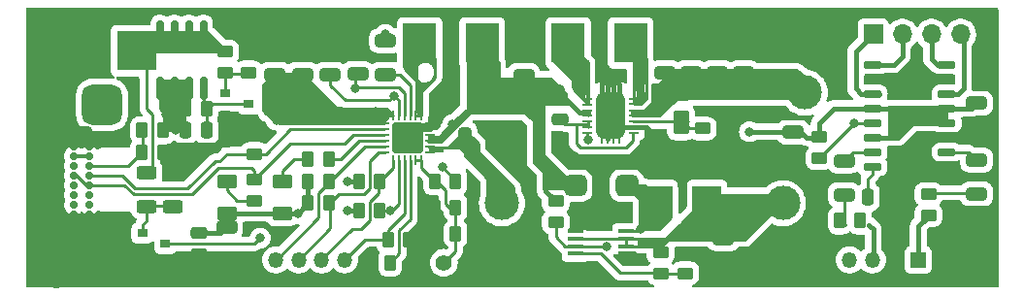
<source format=gtl>
G04 #@! TF.GenerationSoftware,KiCad,Pcbnew,(6.99.0-1603-g82820d4b1c)*
G04 #@! TF.CreationDate,2022-06-17T10:59:49+02:00*
G04 #@! TF.ProjectId,BalthazarPSU3,42616c74-6861-47a6-9172-505355332e6b,rev?*
G04 #@! TF.SameCoordinates,Original*
G04 #@! TF.FileFunction,Copper,L1,Top*
G04 #@! TF.FilePolarity,Positive*
%FSLAX46Y46*%
G04 Gerber Fmt 4.6, Leading zero omitted, Abs format (unit mm)*
G04 Created by KiCad (PCBNEW (6.99.0-1603-g82820d4b1c)) date 2022-06-17 10:59:49*
%MOMM*%
%LPD*%
G01*
G04 APERTURE LIST*
G04 Aperture macros list*
%AMRoundRect*
0 Rectangle with rounded corners*
0 $1 Rounding radius*
0 $2 $3 $4 $5 $6 $7 $8 $9 X,Y pos of 4 corners*
0 Add a 4 corners polygon primitive as box body*
4,1,4,$2,$3,$4,$5,$6,$7,$8,$9,$2,$3,0*
0 Add four circle primitives for the rounded corners*
1,1,$1+$1,$2,$3*
1,1,$1+$1,$4,$5*
1,1,$1+$1,$6,$7*
1,1,$1+$1,$8,$9*
0 Add four rect primitives between the rounded corners*
20,1,$1+$1,$2,$3,$4,$5,0*
20,1,$1+$1,$4,$5,$6,$7,0*
20,1,$1+$1,$6,$7,$8,$9,0*
20,1,$1+$1,$8,$9,$2,$3,0*%
G04 Aperture macros list end*
G04 #@! TA.AperFunction,SMDPad,CuDef*
%ADD10RoundRect,0.250000X0.325000X0.650000X-0.325000X0.650000X-0.325000X-0.650000X0.325000X-0.650000X0*%
G04 #@! TD*
G04 #@! TA.AperFunction,SMDPad,CuDef*
%ADD11RoundRect,0.250000X-0.650000X0.325000X-0.650000X-0.325000X0.650000X-0.325000X0.650000X0.325000X0*%
G04 #@! TD*
G04 #@! TA.AperFunction,SMDPad,CuDef*
%ADD12RoundRect,0.250000X0.650000X-0.325000X0.650000X0.325000X-0.650000X0.325000X-0.650000X-0.325000X0*%
G04 #@! TD*
G04 #@! TA.AperFunction,SMDPad,CuDef*
%ADD13RoundRect,0.250000X0.250000X0.475000X-0.250000X0.475000X-0.250000X-0.475000X0.250000X-0.475000X0*%
G04 #@! TD*
G04 #@! TA.AperFunction,SMDPad,CuDef*
%ADD14RoundRect,0.250000X0.625000X-0.375000X0.625000X0.375000X-0.625000X0.375000X-0.625000X-0.375000X0*%
G04 #@! TD*
G04 #@! TA.AperFunction,SMDPad,CuDef*
%ADD15RoundRect,0.250000X-0.450000X0.262500X-0.450000X-0.262500X0.450000X-0.262500X0.450000X0.262500X0*%
G04 #@! TD*
G04 #@! TA.AperFunction,SMDPad,CuDef*
%ADD16RoundRect,0.250000X0.262500X0.450000X-0.262500X0.450000X-0.262500X-0.450000X0.262500X-0.450000X0*%
G04 #@! TD*
G04 #@! TA.AperFunction,SMDPad,CuDef*
%ADD17RoundRect,0.250000X-0.262500X-0.450000X0.262500X-0.450000X0.262500X0.450000X-0.262500X0.450000X0*%
G04 #@! TD*
G04 #@! TA.AperFunction,SMDPad,CuDef*
%ADD18RoundRect,0.250000X0.475000X-0.250000X0.475000X0.250000X-0.475000X0.250000X-0.475000X-0.250000X0*%
G04 #@! TD*
G04 #@! TA.AperFunction,SMDPad,CuDef*
%ADD19RoundRect,0.250000X0.450000X-0.262500X0.450000X0.262500X-0.450000X0.262500X-0.450000X-0.262500X0*%
G04 #@! TD*
G04 #@! TA.AperFunction,SMDPad,CuDef*
%ADD20RoundRect,0.150000X-0.650000X-0.150000X0.650000X-0.150000X0.650000X0.150000X-0.650000X0.150000X0*%
G04 #@! TD*
G04 #@! TA.AperFunction,SMDPad,CuDef*
%ADD21RoundRect,0.062500X-0.350000X-0.062500X0.350000X-0.062500X0.350000X0.062500X-0.350000X0.062500X0*%
G04 #@! TD*
G04 #@! TA.AperFunction,SMDPad,CuDef*
%ADD22RoundRect,0.062500X-0.062500X-0.350000X0.062500X-0.350000X0.062500X0.350000X-0.062500X0.350000X0*%
G04 #@! TD*
G04 #@! TA.AperFunction,ComponentPad*
%ADD23C,0.500000*%
G04 #@! TD*
G04 #@! TA.AperFunction,SMDPad,CuDef*
%ADD24RoundRect,0.251100X-1.098900X-1.098900X1.098900X-1.098900X1.098900X1.098900X-1.098900X1.098900X0*%
G04 #@! TD*
G04 #@! TA.AperFunction,ComponentPad*
%ADD25C,1.400000*%
G04 #@! TD*
G04 #@! TA.AperFunction,SMDPad,CuDef*
%ADD26R,0.250000X0.825000*%
G04 #@! TD*
G04 #@! TA.AperFunction,SMDPad,CuDef*
%ADD27R,0.825000X0.250000*%
G04 #@! TD*
G04 #@! TA.AperFunction,SMDPad,CuDef*
%ADD28RoundRect,0.650000X0.650000X-1.350000X0.650000X1.350000X-0.650000X1.350000X-0.650000X-1.350000X0*%
G04 #@! TD*
G04 #@! TA.AperFunction,ComponentPad*
%ADD29R,3.000000X3.000000*%
G04 #@! TD*
G04 #@! TA.AperFunction,ComponentPad*
%ADD30C,3.000000*%
G04 #@! TD*
G04 #@! TA.AperFunction,ComponentPad*
%ADD31C,0.700000*%
G04 #@! TD*
G04 #@! TA.AperFunction,ComponentPad*
%ADD32O,2.400000X0.900000*%
G04 #@! TD*
G04 #@! TA.AperFunction,ComponentPad*
%ADD33O,1.700000X0.900000*%
G04 #@! TD*
G04 #@! TA.AperFunction,SMDPad,CuDef*
%ADD34R,2.950000X3.500000*%
G04 #@! TD*
G04 #@! TA.AperFunction,ComponentPad*
%ADD35R,3.500000X3.500000*%
G04 #@! TD*
G04 #@! TA.AperFunction,ComponentPad*
%ADD36RoundRect,0.750000X-0.750000X-1.000000X0.750000X-1.000000X0.750000X1.000000X-0.750000X1.000000X0*%
G04 #@! TD*
G04 #@! TA.AperFunction,ComponentPad*
%ADD37RoundRect,0.875000X-0.875000X-0.875000X0.875000X-0.875000X0.875000X0.875000X-0.875000X0.875000X0*%
G04 #@! TD*
G04 #@! TA.AperFunction,SMDPad,CuDef*
%ADD38R,0.900000X0.800000*%
G04 #@! TD*
G04 #@! TA.AperFunction,ComponentPad*
%ADD39R,1.700000X1.700000*%
G04 #@! TD*
G04 #@! TA.AperFunction,ComponentPad*
%ADD40O,1.700000X1.700000*%
G04 #@! TD*
G04 #@! TA.AperFunction,ComponentPad*
%ADD41R,1.350000X1.350000*%
G04 #@! TD*
G04 #@! TA.AperFunction,ComponentPad*
%ADD42O,1.350000X1.350000*%
G04 #@! TD*
G04 #@! TA.AperFunction,SMDPad,CuDef*
%ADD43RoundRect,0.250000X-0.625000X0.312500X-0.625000X-0.312500X0.625000X-0.312500X0.625000X0.312500X0*%
G04 #@! TD*
G04 #@! TA.AperFunction,SMDPad,CuDef*
%ADD44RoundRect,0.250000X0.625000X-0.312500X0.625000X0.312500X-0.625000X0.312500X-0.625000X-0.312500X0*%
G04 #@! TD*
G04 #@! TA.AperFunction,ComponentPad*
%ADD45C,4.400000*%
G04 #@! TD*
G04 #@! TA.AperFunction,SMDPad,CuDef*
%ADD46RoundRect,0.150000X0.150000X-0.825000X0.150000X0.825000X-0.150000X0.825000X-0.150000X-0.825000X0*%
G04 #@! TD*
G04 #@! TA.AperFunction,SMDPad,CuDef*
%ADD47RoundRect,0.450000X-0.550000X-0.450000X0.550000X-0.450000X0.550000X0.450000X-0.550000X0.450000X0*%
G04 #@! TD*
G04 #@! TA.AperFunction,SMDPad,CuDef*
%ADD48R,2.500000X2.300000*%
G04 #@! TD*
G04 #@! TA.AperFunction,SMDPad,CuDef*
%ADD49R,1.450000X0.450000*%
G04 #@! TD*
G04 #@! TA.AperFunction,ViaPad*
%ADD50C,0.800000*%
G04 #@! TD*
G04 #@! TA.AperFunction,Conductor*
%ADD51C,0.450000*%
G04 #@! TD*
G04 #@! TA.AperFunction,Conductor*
%ADD52C,0.250000*%
G04 #@! TD*
G04 #@! TA.AperFunction,Conductor*
%ADD53C,0.350000*%
G04 #@! TD*
G04 APERTURE END LIST*
D10*
X142575000Y-69850000D03*
X139625000Y-69850000D03*
D11*
X132715000Y-61390000D03*
X132715000Y-64340000D03*
X184277000Y-66851000D03*
X184277000Y-69801000D03*
X118872000Y-77646000D03*
X118872000Y-80596000D03*
X125476000Y-61390000D03*
X125476000Y-64340000D03*
D12*
X168275000Y-72341000D03*
X168275000Y-69391000D03*
X184277000Y-74754000D03*
X184277000Y-71804000D03*
D13*
X176718000Y-75057000D03*
X174818000Y-75057000D03*
D12*
X172720000Y-74832000D03*
X172720000Y-71882000D03*
D11*
X127889000Y-61390000D03*
X127889000Y-64340000D03*
D10*
X140730500Y-66611500D03*
X137780500Y-66611500D03*
D14*
X118872000Y-76457000D03*
X118872000Y-73657000D03*
X123698000Y-76457000D03*
X123698000Y-73657000D03*
D15*
X121285000Y-73509500D03*
X121285000Y-75334500D03*
D16*
X127785500Y-71755000D03*
X125960500Y-71755000D03*
X133119500Y-80772000D03*
X131294500Y-80772000D03*
X138837500Y-73660000D03*
X137012500Y-73660000D03*
D15*
X180086000Y-74779500D03*
X180086000Y-76604500D03*
D16*
X138834500Y-75946000D03*
X137009500Y-75946000D03*
D17*
X172315500Y-77089000D03*
X174140500Y-77089000D03*
D18*
X147955000Y-70165000D03*
X147955000Y-68265000D03*
D12*
X157099000Y-64213000D03*
X157099000Y-61263000D03*
X163957000Y-64216000D03*
X163957000Y-61266000D03*
X159385000Y-64210000D03*
X159385000Y-61260000D03*
X161671000Y-64213000D03*
X161671000Y-61263000D03*
D11*
X123063000Y-61390000D03*
X123063000Y-64340000D03*
D12*
X144780000Y-64418000D03*
X144780000Y-61468000D03*
D19*
X158496000Y-67968500D03*
X158496000Y-66143500D03*
X158496000Y-70889500D03*
X158496000Y-69064500D03*
D17*
X137009500Y-78232000D03*
X138834500Y-78232000D03*
D11*
X130302000Y-61341000D03*
X130302000Y-64291000D03*
D20*
X175185000Y-63500000D03*
X175185000Y-64770000D03*
X175185000Y-66040000D03*
X175185000Y-67310000D03*
X175185000Y-68580000D03*
X175185000Y-69850000D03*
X175185000Y-71120000D03*
X175185000Y-72390000D03*
X181685000Y-72390000D03*
X181685000Y-71120000D03*
X181685000Y-69850000D03*
X181685000Y-68580000D03*
X181685000Y-67310000D03*
X181685000Y-66040000D03*
X181685000Y-64770000D03*
X181685000Y-63500000D03*
D15*
X170561000Y-69826500D03*
X170561000Y-71651500D03*
D21*
X132657500Y-68600000D03*
X132657500Y-69100000D03*
X132657500Y-69600000D03*
X132657500Y-70100000D03*
X132657500Y-70600000D03*
X132657500Y-71100000D03*
D22*
X133370000Y-71812500D03*
X133870000Y-71812500D03*
X134370000Y-71812500D03*
X134870000Y-71812500D03*
X135370000Y-71812500D03*
X135870000Y-71812500D03*
D21*
X136582500Y-71100000D03*
X136582500Y-70600000D03*
X136582500Y-70100000D03*
X136582500Y-69600000D03*
X136582500Y-69100000D03*
X136582500Y-68600000D03*
D22*
X135870000Y-67887500D03*
X135370000Y-67887500D03*
X134870000Y-67887500D03*
X134370000Y-67887500D03*
X133870000Y-67887500D03*
X133370000Y-67887500D03*
D23*
X133520000Y-68750000D03*
X133520000Y-69850000D03*
X133520000Y-70950000D03*
X134620000Y-68750000D03*
X134620000Y-69850000D03*
D24*
X134620000Y-69850000D03*
D23*
X134620000Y-70950000D03*
X135720000Y-68750000D03*
X135720000Y-69850000D03*
X135720000Y-70950000D03*
D25*
X135275000Y-80772000D03*
X137815000Y-80772000D03*
D19*
X147574000Y-77239500D03*
X147574000Y-75414500D03*
D26*
X153146999Y-69991999D03*
X153146999Y-65927999D03*
X152638999Y-69991999D03*
X152638999Y-65927999D03*
X152130999Y-69991999D03*
X152130999Y-65927999D03*
X151622999Y-69991999D03*
X151622999Y-65927999D03*
D27*
X154416999Y-69459999D03*
X154416999Y-68975999D03*
X154416999Y-68467999D03*
X154416999Y-67959999D03*
X154416999Y-67459999D03*
X154416999Y-66943999D03*
X154416999Y-66459999D03*
X150352999Y-66459999D03*
X150352999Y-66959999D03*
X150352999Y-67459999D03*
X150352999Y-67959999D03*
X150352999Y-68467999D03*
X150352999Y-68959999D03*
X150352999Y-69483999D03*
D23*
X153401000Y-68976000D03*
X153401000Y-67960000D03*
X153401000Y-66944000D03*
X152385000Y-68976000D03*
X152385000Y-67960000D03*
D28*
X152385000Y-67960000D03*
D23*
X152385000Y-66944000D03*
X151369000Y-68976000D03*
X151369000Y-67960000D03*
X151369000Y-66944000D03*
D29*
X142874999Y-80644999D03*
D30*
X142875000Y-75565000D03*
D29*
X169290999Y-60832999D03*
D30*
X169291000Y-65913000D03*
D29*
X167385999Y-80644999D03*
D30*
X167386000Y-75565000D03*
D31*
X106895000Y-70612000D03*
X106895000Y-71462000D03*
X106895000Y-72312000D03*
X106895000Y-73162000D03*
X106895000Y-74012000D03*
X106895000Y-74862000D03*
X106895000Y-75712000D03*
X106895000Y-76562000D03*
X105545000Y-76562000D03*
X105545000Y-75712000D03*
X105545000Y-74862000D03*
X105545000Y-74012000D03*
X105545000Y-73162000D03*
X105545000Y-72312000D03*
X105545000Y-71462000D03*
X105545000Y-70612000D03*
D32*
X105914999Y-69261999D03*
D33*
X102534999Y-69261999D03*
D32*
X105914999Y-77911999D03*
D33*
X102534999Y-77911999D03*
D34*
X135704999Y-61594999D03*
X141154999Y-61594999D03*
X148658999Y-61594999D03*
X154108999Y-61594999D03*
D35*
X110997999Y-62288499D03*
D36*
X104998000Y-62288500D03*
D37*
X107998000Y-66988500D03*
D18*
X116459000Y-80071000D03*
X116459000Y-78171000D03*
D13*
X117155000Y-69215000D03*
X115255000Y-69215000D03*
D38*
X111521999Y-78170999D03*
X111521999Y-80070999D03*
X113521999Y-79120999D03*
X118760999Y-65978999D03*
X118760999Y-67878999D03*
X120760999Y-66928999D03*
D17*
X111482500Y-69215000D03*
X113307500Y-69215000D03*
D16*
X113307500Y-71120000D03*
X111482500Y-71120000D03*
D15*
X118745000Y-62333500D03*
X118745000Y-64158500D03*
D19*
X120777000Y-64158500D03*
X120777000Y-62333500D03*
D17*
X115292500Y-67310000D03*
X117117500Y-67310000D03*
D16*
X132230500Y-73660000D03*
X130405500Y-73660000D03*
X127785500Y-75565000D03*
X125960500Y-75565000D03*
X127785500Y-73660000D03*
X125960500Y-73660000D03*
D17*
X132942500Y-78740000D03*
X134767500Y-78740000D03*
D15*
X121285000Y-69445500D03*
X121285000Y-71270500D03*
D16*
X132227500Y-76200000D03*
X130402500Y-76200000D03*
D39*
X175259999Y-60832999D03*
D40*
X177799999Y-60832999D03*
X180339999Y-60832999D03*
X182879999Y-60832999D03*
D41*
X121157999Y-80517999D03*
D42*
X123157999Y-80517999D03*
X125157999Y-80517999D03*
X127157999Y-80517999D03*
X129157999Y-80517999D03*
D41*
X179196999Y-80517999D03*
D42*
X177196999Y-80517999D03*
X175196999Y-80517999D03*
X173196999Y-80517999D03*
D43*
X111887000Y-72959500D03*
X111887000Y-75884500D03*
D44*
X114173000Y-75884500D03*
X114173000Y-72959500D03*
D45*
X104013000Y-80772000D03*
X183515000Y-80645000D03*
D46*
X113030000Y-65594000D03*
X114300000Y-65594000D03*
X115570000Y-65594000D03*
X116840000Y-65594000D03*
X116840000Y-60644000D03*
X115570000Y-60644000D03*
X114300000Y-60644000D03*
X113030000Y-60644000D03*
D11*
X162179000Y-78662000D03*
X162179000Y-81612000D03*
D15*
X158877000Y-79859500D03*
X158877000Y-81684500D03*
D19*
X156718000Y-81684500D03*
X156718000Y-79859500D03*
D47*
X149261000Y-74041000D03*
X153761000Y-74041000D03*
D48*
X160772999Y-75183999D03*
X156472999Y-75183999D03*
D19*
X160401000Y-70889500D03*
X160401000Y-69064500D03*
D49*
X149310999Y-78018999D03*
X149310999Y-78668999D03*
X149310999Y-79318999D03*
X149310999Y-79968999D03*
X153710999Y-79968999D03*
X153710999Y-79318999D03*
X153710999Y-78668999D03*
X153710999Y-78018999D03*
D50*
X114046000Y-72009000D03*
X180213000Y-64770000D03*
X151384000Y-59499500D03*
X138430000Y-59436000D03*
X138430000Y-65278000D03*
X144018000Y-70612000D03*
X115316000Y-72009000D03*
X136017000Y-77089000D03*
X149225000Y-71501000D03*
X144780000Y-59436000D03*
X129032000Y-59436000D03*
X180213004Y-69850000D03*
X152400000Y-65024000D03*
X155067000Y-80645000D03*
X132715000Y-60833000D03*
X147955000Y-65659000D03*
X129413000Y-73660000D03*
X129413000Y-76200000D03*
X125082575Y-76483857D03*
X164465000Y-69342000D03*
X138557000Y-68707000D03*
X123190000Y-66802000D03*
X122428000Y-67564000D03*
X113538000Y-66802000D03*
X122428000Y-66040000D03*
X114427000Y-67818000D03*
X114427000Y-69215000D03*
X123190000Y-68326000D03*
X113538000Y-67818000D03*
X131826000Y-67564000D03*
X152019000Y-79375000D03*
X154940000Y-77851000D03*
X130048000Y-65532000D03*
X137705000Y-72390000D03*
X121793000Y-78613000D03*
X133096000Y-76200000D03*
X134620000Y-60960000D03*
X173609000Y-68580000D03*
X157607000Y-65786000D03*
X133477000Y-66197020D03*
X150368000Y-70014500D03*
D51*
X155696000Y-69209000D02*
X155447000Y-68960000D01*
X136582500Y-68600000D02*
X136856500Y-68326000D01*
X152131000Y-69992000D02*
X152131000Y-69230000D01*
X135989144Y-68949990D02*
X135839134Y-69100000D01*
X136707500Y-68975000D02*
X136707500Y-67254500D01*
X136582500Y-68135500D02*
X137154000Y-67564000D01*
X114055000Y-70485000D02*
X118999000Y-70485000D01*
X135370000Y-69100000D02*
X134620000Y-69850000D01*
X149225000Y-71501000D02*
X149225000Y-71435000D01*
X151638000Y-65024000D02*
X151623000Y-65039000D01*
X162800000Y-61335000D02*
X161925000Y-61335000D01*
X152639000Y-68214000D02*
X152385000Y-67960000D01*
X136582500Y-68600000D02*
X136707500Y-68725000D01*
X164576000Y-61335000D02*
X164592000Y-61351000D01*
X138430000Y-59436000D02*
X138303000Y-59436000D01*
X114173000Y-71873000D02*
X113420000Y-71120000D01*
X181585000Y-64775000D02*
X181580000Y-64770000D01*
X136582500Y-68600000D02*
X136582500Y-68135500D01*
X137154000Y-67564000D02*
X137779000Y-67564000D01*
X152131000Y-65293000D02*
X152400000Y-65024000D01*
X160401000Y-70889500D02*
X158496000Y-70889500D01*
X151623000Y-68722000D02*
X152385000Y-67960000D01*
X158496000Y-70889500D02*
X156481500Y-70889500D01*
X136582500Y-69100000D02*
X136707500Y-68975000D01*
X154391000Y-79969000D02*
X155067000Y-80645000D01*
X137140758Y-68949990D02*
X135989144Y-68949990D01*
X152131000Y-69230000D02*
X152385000Y-68976000D01*
X137295010Y-68795738D02*
X137140758Y-68949990D01*
X149225000Y-71501000D02*
X154299000Y-71501000D01*
X152131000Y-65928000D02*
X152131000Y-65293000D01*
X136070000Y-69100000D02*
X135720000Y-68750000D01*
X177197000Y-80518000D02*
X177292000Y-80423000D01*
X121769500Y-61341000D02*
X120777000Y-62333500D01*
X135839134Y-69100000D02*
X135370000Y-69100000D01*
X154299000Y-71501000D02*
X155696000Y-70104000D01*
X115316000Y-72009000D02*
X115316000Y-72754000D01*
X136582500Y-68903500D02*
X136582500Y-68600000D01*
X136856500Y-68326000D02*
X137160000Y-68326000D01*
X149225000Y-71435000D02*
X147955000Y-70165000D01*
X180218004Y-69855000D02*
X180213004Y-69850000D01*
X152639000Y-67706000D02*
X152385000Y-67960000D01*
X153147000Y-65205315D02*
X153147000Y-65928000D01*
X113420000Y-71120000D02*
X114055000Y-70485000D01*
X137295010Y-67705010D02*
X137295010Y-68795738D01*
X119256000Y-80518000D02*
X119253000Y-80521000D01*
X136582500Y-69100000D02*
X136070000Y-69100000D01*
X151623000Y-65039000D02*
X151623000Y-65928000D01*
X115048000Y-73022000D02*
X114173000Y-73022000D01*
X164465000Y-60833000D02*
X163957000Y-61341000D01*
X153711000Y-79969000D02*
X154391000Y-79969000D01*
X156481500Y-70889500D02*
X155696000Y-70104000D01*
X121285000Y-69445500D02*
X121172500Y-69333000D01*
X161925000Y-61335000D02*
X164576000Y-61335000D01*
X136582500Y-68600000D02*
X136582500Y-69100000D01*
X137009500Y-78081500D02*
X137009500Y-78232000D01*
X152400000Y-65024000D02*
X151638000Y-65024000D01*
X153417000Y-68960000D02*
X153401000Y-68976000D01*
X118999000Y-70485000D02*
X120038500Y-69445500D01*
X155447000Y-68960000D02*
X153417000Y-68960000D01*
X127889000Y-61341000D02*
X121769500Y-61341000D01*
X152400000Y-65024000D02*
X152965685Y-65024000D01*
X163036320Y-61335000D02*
X162800000Y-61335000D01*
X136582500Y-69100000D02*
X136582500Y-68903500D01*
X152639000Y-65263000D02*
X152400000Y-65024000D01*
X136922000Y-76184000D02*
X136922000Y-75946000D01*
X136557500Y-68600000D02*
X136707500Y-68450000D01*
X114173000Y-73022000D02*
X114173000Y-71873000D01*
X152131000Y-68214000D02*
X152385000Y-67960000D01*
X120038500Y-69445500D02*
X121285000Y-69445500D01*
X152965685Y-65024000D02*
X153147000Y-65205315D01*
X142875000Y-79814000D02*
X143256000Y-79433000D01*
X136432500Y-68750000D02*
X135720000Y-68750000D01*
X152400000Y-67945000D02*
X152385000Y-67960000D01*
X152639000Y-65928000D02*
X152639000Y-65263000D01*
X180085978Y-69850000D02*
X180213004Y-69850000D01*
X155696000Y-70104000D02*
X155696000Y-69209000D01*
X147955000Y-70165000D02*
X147955000Y-70252500D01*
X137779000Y-67564000D02*
X138430000Y-66913000D01*
X137154000Y-67564000D02*
X137295010Y-67705010D01*
X136582500Y-68600000D02*
X136432500Y-68750000D01*
X115316000Y-72754000D02*
X115048000Y-73022000D01*
D52*
X132728000Y-60846000D02*
X132715000Y-60833000D01*
X132715000Y-60833000D02*
X132715000Y-61722000D01*
X133096000Y-60846000D02*
X132728000Y-60846000D01*
X142113000Y-74803000D02*
X142875000Y-75565000D01*
X140833000Y-70358000D02*
X140833000Y-71110000D01*
X141605000Y-74803000D02*
X142113000Y-74803000D01*
X139700000Y-71501000D02*
X141605000Y-73406000D01*
X143891000Y-74168000D02*
X143891000Y-74549000D01*
X141605000Y-73406000D02*
X141605000Y-74803000D01*
X139700000Y-70725000D02*
X139700000Y-71501000D01*
X140325000Y-69850000D02*
X140833000Y-70358000D01*
X140833000Y-71110000D02*
X143891000Y-74168000D01*
X136557500Y-70739000D02*
X139591500Y-70739000D01*
X139591500Y-70833500D02*
X139700000Y-70725000D01*
X143891000Y-74549000D02*
X142875000Y-75565000D01*
X138315000Y-70600000D02*
X139065000Y-69850000D01*
D51*
X139954000Y-64897000D02*
X139954000Y-67564000D01*
D52*
X176185000Y-69855000D02*
X175285000Y-69855000D01*
D51*
X170584500Y-69850000D02*
X170561000Y-69826500D01*
X149007000Y-74041000D02*
X146431000Y-71465000D01*
X149134000Y-74168000D02*
X149261000Y-74041000D01*
X149652126Y-67691000D02*
X150368000Y-67691000D01*
X118872000Y-76457000D02*
X118872000Y-77646000D01*
X181585000Y-68585000D02*
X181585000Y-67305000D01*
X146685000Y-74168000D02*
X146685000Y-72771000D01*
X137543590Y-70100000D02*
X136557500Y-70100000D01*
X141155000Y-61595000D02*
X141155000Y-62034000D01*
X141630000Y-62357000D02*
X140716000Y-62357000D01*
X175280000Y-67310000D02*
X171831000Y-67310000D01*
D52*
X175285000Y-67305000D02*
X176662000Y-67305000D01*
D51*
X146431000Y-66865500D02*
X148780500Y-66865500D01*
X148780500Y-66865500D02*
X148803563Y-66842437D01*
X164465000Y-69342000D02*
X168226000Y-69342000D01*
X146685000Y-74168000D02*
X146685000Y-74525500D01*
X175285000Y-69855000D02*
X176730002Y-69855000D01*
X139700000Y-67564000D02*
X139954000Y-67564000D01*
X175285000Y-67305000D02*
X175280000Y-67310000D01*
X148336000Y-66374874D02*
X148803563Y-66842437D01*
X181585000Y-67305000D02*
X175285000Y-67305000D01*
X183818000Y-67310000D02*
X184277000Y-66851000D01*
X125960500Y-75565000D02*
X125068500Y-76457000D01*
X141155000Y-62034000D02*
X142497000Y-63376000D01*
X129413000Y-76200000D02*
X130290000Y-76200000D01*
X125960500Y-73660000D02*
X125960500Y-75565000D01*
X136652000Y-69850000D02*
X137414000Y-69850000D01*
X147955000Y-65659000D02*
X147912410Y-65616410D01*
X147637500Y-65659000D02*
X147955000Y-65659000D01*
X170639000Y-69850000D02*
X170644000Y-69855000D01*
X146685000Y-72771000D02*
X145796000Y-71882000D01*
X144780000Y-64418000D02*
X145135000Y-64773000D01*
X125082575Y-76483857D02*
X125960500Y-75605932D01*
X181685000Y-67310000D02*
X183818000Y-67310000D01*
X146431000Y-71465000D02*
X146431000Y-66865500D01*
X118872000Y-77646000D02*
X118918000Y-77600000D01*
X168275000Y-69391000D02*
X168959000Y-69391000D01*
X145796000Y-68453000D02*
X144907000Y-67564000D01*
X146685000Y-74168000D02*
X149134000Y-74168000D01*
X118872000Y-77646000D02*
X118347000Y-78171000D01*
X145135000Y-64773000D02*
X147069000Y-64773000D01*
X142497000Y-64773000D02*
X140078000Y-64773000D01*
X139954000Y-67564000D02*
X144907000Y-67564000D01*
D52*
X150368000Y-67960000D02*
X150368000Y-67460000D01*
D51*
X142497000Y-64773000D02*
X144425000Y-64773000D01*
X138157598Y-69106402D02*
X138557000Y-68707000D01*
D52*
X177678000Y-67305000D02*
X181585000Y-67305000D01*
D51*
X146431000Y-66865500D02*
X147637500Y-65659000D01*
X168959000Y-69391000D02*
X169418000Y-69850000D01*
X145796000Y-71882000D02*
X145796000Y-68453000D01*
X178694000Y-68585000D02*
X178684000Y-68585000D01*
X136652000Y-69850000D02*
X137160000Y-69850000D01*
X125960500Y-75605932D02*
X125960500Y-73660000D01*
X175161500Y-69826500D02*
X175185000Y-69850000D01*
X138557000Y-68707000D02*
X139700000Y-67564000D01*
X118347000Y-78171000D02*
X116459000Y-78171000D01*
X140078000Y-64773000D02*
X139954000Y-64897000D01*
X137414000Y-69850000D02*
X138157598Y-69106402D01*
X136582500Y-69780500D02*
X136652000Y-69850000D01*
X178684000Y-68585000D02*
X177419000Y-69850000D01*
D52*
X176662000Y-69776998D02*
X176735002Y-69850000D01*
D51*
X139954000Y-63119000D02*
X139954000Y-64897000D01*
X148336000Y-66040000D02*
X148336000Y-66374874D01*
X147069000Y-64773000D02*
X147955000Y-65659000D01*
X170561000Y-69826500D02*
X170561000Y-68580000D01*
X178694000Y-68585000D02*
X178689000Y-68580000D01*
X176730002Y-69855000D02*
X176735002Y-69850000D01*
X123698000Y-76457000D02*
X118872000Y-76457000D01*
X146685000Y-74525500D02*
X147574000Y-75414500D01*
D52*
X176662000Y-67305000D02*
X176662000Y-69776998D01*
D51*
X125068500Y-76457000D02*
X123698000Y-76457000D01*
X148803563Y-66842437D02*
X149652126Y-67691000D01*
D52*
X176779000Y-69855000D02*
X176185000Y-69855000D01*
D51*
X168226000Y-69342000D02*
X168275000Y-69391000D01*
X176735002Y-69850000D02*
X177419000Y-69850000D01*
X171831000Y-67310000D02*
X170561000Y-68580000D01*
X139960000Y-67683590D02*
X137543590Y-70100000D01*
D52*
X176662000Y-67305000D02*
X177678000Y-67305000D01*
D51*
X147955000Y-65659000D02*
X148336000Y-66040000D01*
X169418000Y-69850000D02*
X170639000Y-69850000D01*
X149261000Y-74041000D02*
X149007000Y-74041000D01*
X142497000Y-63376000D02*
X142497000Y-64773000D01*
X144425000Y-64773000D02*
X144780000Y-64418000D01*
X181585000Y-68585000D02*
X178694000Y-68585000D01*
X140716000Y-62357000D02*
X139954000Y-63119000D01*
X130405500Y-73660000D02*
X129413000Y-73660000D01*
D52*
X113411000Y-67564000D02*
X114300000Y-67564000D01*
X114300000Y-67564000D02*
X115189000Y-67564000D01*
X132682500Y-68326000D02*
X129794000Y-68326000D01*
X129794000Y-68326000D02*
X123190000Y-68326000D01*
X133167500Y-67762500D02*
X133220000Y-67762500D01*
X122047000Y-67183000D02*
X122047000Y-65356000D01*
X132657500Y-68600000D02*
X132100000Y-68600000D01*
X115570000Y-65594000D02*
X115570000Y-67032500D01*
X114784500Y-67818000D02*
X115292500Y-67310000D01*
X113030000Y-67310000D02*
X113538000Y-67818000D01*
X113420000Y-69215000D02*
X115062000Y-69215000D01*
X115570000Y-67032500D02*
X115292500Y-67310000D01*
X115062000Y-69215000D02*
X115189000Y-69088000D01*
X132637500Y-68580000D02*
X123444000Y-68580000D01*
X132682500Y-67977500D02*
X132239500Y-67977500D01*
X115570000Y-65594000D02*
X113030000Y-65594000D01*
X113402000Y-67555000D02*
X113411000Y-67564000D01*
X114427000Y-67818000D02*
X114784500Y-67818000D01*
X113030000Y-65594000D02*
X113030000Y-67310000D01*
X132239500Y-67977500D02*
X131826000Y-67564000D01*
D53*
X105497000Y-71462000D02*
X106847000Y-71462000D01*
D52*
X123190000Y-68326000D02*
X122047000Y-67183000D01*
X125398000Y-64262000D02*
X128446000Y-67310000D01*
X132747500Y-67912500D02*
X132682500Y-67977500D01*
X132792500Y-67310000D02*
X133370000Y-67887500D01*
X115189000Y-69088000D02*
X115189000Y-67564000D01*
X123141000Y-64262000D02*
X125398000Y-64262000D01*
D53*
X114427000Y-69215000D02*
X114427000Y-67818000D01*
D52*
X123444000Y-68580000D02*
X123190000Y-68326000D01*
X122428000Y-67564000D02*
X122428000Y-66040000D01*
X113538000Y-67818000D02*
X114427000Y-67818000D01*
X130048000Y-68580000D02*
X129794000Y-68326000D01*
X132682500Y-68326000D02*
X132657500Y-68351000D01*
X132080000Y-68580000D02*
X130048000Y-68580000D01*
X132657500Y-68600000D02*
X132637500Y-68580000D01*
X133370000Y-67912500D02*
X132747500Y-67912500D01*
X133220000Y-67762500D02*
X133370000Y-67912500D01*
X128446000Y-67310000D02*
X132792500Y-67310000D01*
X113411000Y-67564000D02*
X113411000Y-69206000D01*
X122047000Y-65356000D02*
X123141000Y-64262000D01*
X132682500Y-67977500D02*
X132682500Y-68326000D01*
X132657500Y-68351000D02*
X132657500Y-68600000D01*
X113411000Y-69206000D02*
X113420000Y-69215000D01*
X132100000Y-68600000D02*
X132080000Y-68580000D01*
X184215000Y-74692000D02*
X180086000Y-74692000D01*
X184277000Y-74754000D02*
X184215000Y-74692000D01*
X149092500Y-68707000D02*
X148397000Y-68707000D01*
X149214000Y-68707000D02*
X149092500Y-68707000D01*
X148397000Y-68707000D02*
X147955000Y-68265000D01*
X150368000Y-68707000D02*
X149352000Y-68707000D01*
X153670000Y-70739000D02*
X149733000Y-70739000D01*
X150368000Y-68707000D02*
X150368000Y-68460000D01*
X149733000Y-70739000D02*
X149352000Y-70358000D01*
X149352000Y-70358000D02*
X149352000Y-68707000D01*
X149352000Y-68707000D02*
X149214000Y-68707000D01*
X154285000Y-69460000D02*
X154285000Y-70124000D01*
X154285000Y-70124000D02*
X153670000Y-70739000D01*
X150368000Y-68960000D02*
X150368000Y-68707000D01*
X151963000Y-79319000D02*
X152019000Y-79375000D01*
X149311000Y-79319000D02*
X148361978Y-79319000D01*
X148361978Y-79319000D02*
X147574000Y-78531022D01*
X147574000Y-78531022D02*
X147574000Y-77239500D01*
X149311000Y-79319000D02*
X151963000Y-79319000D01*
X172720000Y-77327000D02*
X172720000Y-74832000D01*
X172863000Y-77470000D02*
X172720000Y-77327000D01*
X154772000Y-78019000D02*
X154940000Y-77851000D01*
X154940000Y-77851000D02*
X154940000Y-75220000D01*
X155330000Y-74041000D02*
X156473000Y-75184000D01*
X156591000Y-77851000D02*
X157607000Y-76835000D01*
X153507000Y-74295000D02*
X153507000Y-74458000D01*
X153761000Y-74041000D02*
X155330000Y-74041000D01*
X154940000Y-75220000D02*
X153761000Y-74041000D01*
X157607000Y-76835000D02*
X157607000Y-76318000D01*
X154940000Y-77851000D02*
X156591000Y-77851000D01*
X157607000Y-76318000D02*
X156473000Y-75184000D01*
X153711000Y-78019000D02*
X154772000Y-78019000D01*
D51*
X157304000Y-78662000D02*
X164035000Y-78662000D01*
X164035000Y-78662000D02*
X167132000Y-75565000D01*
D52*
X153711000Y-79319000D02*
X156177500Y-79319000D01*
D51*
X156718000Y-79239000D02*
X160773000Y-75184000D01*
D52*
X149311000Y-78669000D02*
X153711000Y-78669000D01*
D51*
X160655000Y-75438000D02*
X161163000Y-74930000D01*
X161163000Y-74930000D02*
X167259000Y-74930000D01*
D52*
X160773000Y-75184000D02*
X160655000Y-75302000D01*
X153711000Y-78669000D02*
X157297000Y-78669000D01*
X157019500Y-80193000D02*
X157099000Y-80113500D01*
D51*
X167132000Y-75565000D02*
X168021000Y-75565000D01*
D52*
X156177500Y-79319000D02*
X156718000Y-79859500D01*
D51*
X167259000Y-74930000D02*
X167894000Y-75565000D01*
D52*
X160655000Y-75302000D02*
X160655000Y-75438000D01*
D51*
X156718000Y-79883000D02*
X156718000Y-79239000D01*
D52*
X168021000Y-75565000D02*
X167894000Y-75565000D01*
X167894000Y-75184000D02*
X167640000Y-74930000D01*
X153711000Y-79319000D02*
X153711000Y-78669000D01*
X157297000Y-78669000D02*
X157304000Y-78662000D01*
X167894000Y-75565000D02*
X167894000Y-75184000D01*
D51*
X156845000Y-79121000D02*
X157304000Y-78662000D01*
D52*
X156718000Y-79859500D02*
X156718000Y-79883000D01*
X117142500Y-67397500D02*
X117230000Y-67310000D01*
X117611000Y-66929000D02*
X117230000Y-67310000D01*
X116840000Y-66920000D02*
X117230000Y-67310000D01*
X120761000Y-66929000D02*
X117611000Y-66929000D01*
X117142500Y-69215000D02*
X117142500Y-67397500D01*
X116840000Y-65594000D02*
X116840000Y-66920000D01*
X134874000Y-66514002D02*
X134874000Y-65278000D01*
X134874000Y-65278000D02*
X133936000Y-64340000D01*
X133936000Y-64340000D02*
X132715000Y-64340000D01*
X134870000Y-67887500D02*
X134870000Y-66518002D01*
X134870000Y-66518002D02*
X134874000Y-66514002D01*
X183588000Y-71115000D02*
X184277000Y-71804000D01*
X181585000Y-71115000D02*
X183588000Y-71115000D01*
X175185000Y-72390000D02*
X175185000Y-73100000D01*
X174818000Y-73467000D02*
X174818000Y-75057000D01*
X175185000Y-73100000D02*
X174818000Y-73467000D01*
X175285000Y-71115000D02*
X173487000Y-71115000D01*
X173487000Y-71115000D02*
X172720000Y-71882000D01*
X137795000Y-72390000D02*
X137705000Y-72390000D01*
X137705000Y-72440000D02*
X137705000Y-72390000D01*
X130048000Y-64545000D02*
X130302000Y-64291000D01*
X134370000Y-65986996D02*
X133855014Y-65472010D01*
X138925000Y-73660000D02*
X137705000Y-72440000D01*
X133855014Y-65472010D02*
X130107990Y-65472010D01*
X130107990Y-65472010D02*
X130048000Y-65532000D01*
X130048000Y-65532000D02*
X130048000Y-64545000D01*
X134370000Y-67887500D02*
X134370000Y-65986996D01*
X118872000Y-74422000D02*
X118872000Y-73657000D01*
X119784500Y-75334500D02*
X118872000Y-74422000D01*
X121285000Y-75334500D02*
X119784500Y-75334500D01*
X123698000Y-72771000D02*
X123698000Y-73530000D01*
X124714000Y-71755000D02*
X123698000Y-72771000D01*
X125960500Y-71755000D02*
X124714000Y-71755000D01*
X124968000Y-69100000D02*
X132657500Y-69100000D01*
X124448000Y-69100000D02*
X124956000Y-69100000D01*
X118260500Y-71882000D02*
X118872000Y-71270500D01*
X118872000Y-71270500D02*
X122277500Y-71270500D01*
X109738718Y-73162000D02*
X110873728Y-74297010D01*
X117856000Y-71882000D02*
X118260500Y-71882000D01*
X106895000Y-73162000D02*
X109738718Y-73162000D01*
X110873728Y-74297010D02*
X115440990Y-74297010D01*
X115440990Y-74297010D02*
X117856000Y-71882000D01*
X122277500Y-71270500D02*
X124448000Y-69100000D01*
X118113000Y-72514000D02*
X120399000Y-72514000D01*
X121285000Y-73509500D02*
X121285000Y-72765000D01*
X121285000Y-72765000D02*
X121034000Y-72514000D01*
X124436500Y-70358000D02*
X129159000Y-70358000D01*
X120399000Y-72514000D02*
X120396000Y-72517000D01*
X106631511Y-74012000D02*
X106895000Y-74012000D01*
X105781511Y-73162000D02*
X106631511Y-74012000D01*
X115824000Y-74803000D02*
X118113000Y-72514000D01*
X105545000Y-73162000D02*
X105781511Y-73162000D01*
X121285000Y-73509500D02*
X124436500Y-70358000D01*
X129917000Y-69600000D02*
X132657500Y-69600000D01*
X129159000Y-70358000D02*
X129917000Y-69600000D01*
X121034000Y-72514000D02*
X120399000Y-72514000D01*
X110744000Y-74803000D02*
X115824000Y-74803000D01*
X106895000Y-74012000D02*
X109953000Y-74012000D01*
X109953000Y-74012000D02*
X110744000Y-74803000D01*
X130433000Y-70100000D02*
X128778000Y-71755000D01*
X132682500Y-70100000D02*
X130433000Y-70100000D01*
X128778000Y-71755000D02*
X127785500Y-71755000D01*
X123158000Y-80518000D02*
X123190000Y-80518000D01*
X123190000Y-80518000D02*
X126873000Y-76835000D01*
X126873000Y-74682000D02*
X130931978Y-70623022D01*
X130931978Y-70623022D02*
X132659478Y-70623022D01*
X132659478Y-70623022D02*
X132682500Y-70600000D01*
X126873000Y-76835000D02*
X126873000Y-74682000D01*
X132682500Y-71100000D02*
X132080000Y-71120000D01*
X131318000Y-71882000D02*
X131318000Y-74295000D01*
X131318000Y-74295000D02*
X130810000Y-74803000D01*
X132100000Y-71100000D02*
X132682500Y-71100000D01*
X127898000Y-75565000D02*
X127898000Y-77778000D01*
X130810000Y-74803000D02*
X128660000Y-74803000D01*
X132080000Y-71120000D02*
X131318000Y-71882000D01*
X127898000Y-77778000D02*
X125158000Y-80518000D01*
X128660000Y-74803000D02*
X127898000Y-75565000D01*
X129794000Y-77851000D02*
X127158000Y-80487000D01*
X131318000Y-77089000D02*
X130556000Y-77851000D01*
X132089000Y-74667000D02*
X131318000Y-75438000D01*
X132089000Y-74667000D02*
X132089000Y-73801500D01*
X127158000Y-80487000D02*
X127158000Y-80518000D01*
X133370000Y-72520500D02*
X133370000Y-71787500D01*
X132089000Y-73801500D02*
X133370000Y-72520500D01*
X131318000Y-75438000D02*
X131318000Y-77089000D01*
X132089000Y-74667000D02*
X132080000Y-74676000D01*
X130556000Y-77851000D02*
X129794000Y-77851000D01*
X121285000Y-79121000D02*
X121793000Y-78613000D01*
X133340000Y-76200000D02*
X132227500Y-76200000D01*
X133870000Y-75670000D02*
X133340000Y-76200000D01*
X113522000Y-79121000D02*
X121285000Y-79121000D01*
X133870000Y-71812500D02*
X133870000Y-75670000D01*
X132942500Y-77877500D02*
X134370000Y-76450000D01*
X129158000Y-80518000D02*
X129159000Y-80518000D01*
X130937000Y-78740000D02*
X132942500Y-78740000D01*
X132942500Y-78740000D02*
X132942500Y-77877500D01*
X134370000Y-76450000D02*
X134370000Y-71787500D01*
X129159000Y-80518000D02*
X130937000Y-78740000D01*
X133930480Y-79961020D02*
X133930480Y-77905520D01*
X134870000Y-76966000D02*
X134870000Y-71787500D01*
X133930480Y-77905520D02*
X134870000Y-76966000D01*
X133119500Y-80772000D02*
X133930480Y-79961020D01*
X138834500Y-79752500D02*
X138834500Y-75946000D01*
X138834500Y-75946000D02*
X138313000Y-75946000D01*
X137012500Y-73660000D02*
X135870000Y-72517500D01*
X138313000Y-75946000D02*
X137985500Y-75618500D01*
X137985500Y-75618500D02*
X137985500Y-74485500D01*
X137160000Y-73660000D02*
X137012500Y-73660000D01*
X135870000Y-72517500D02*
X135870000Y-71787500D01*
X135870000Y-71787500D02*
X135370000Y-71787500D01*
X137815000Y-80772000D02*
X138834500Y-79752500D01*
X137985500Y-74485500D02*
X137160000Y-73660000D01*
X135870000Y-65766000D02*
X135870000Y-67887500D01*
X134366000Y-62992000D02*
X134366000Y-63881000D01*
X137033000Y-64603000D02*
X135870000Y-65766000D01*
X135382000Y-67564000D02*
X135382000Y-64897000D01*
X135705000Y-61595000D02*
X135705000Y-61653000D01*
X134366000Y-63881000D02*
X135382000Y-64897000D01*
X135382000Y-64897000D02*
X135382000Y-63246000D01*
X135870000Y-67887500D02*
X135370000Y-67887500D01*
X135705000Y-61595000D02*
X137033000Y-62923000D01*
X135705000Y-61653000D02*
X134366000Y-62992000D01*
X137033000Y-62923000D02*
X137033000Y-64603000D01*
D51*
X179197000Y-77581000D02*
X180086000Y-76692000D01*
X179197000Y-80518000D02*
X179197000Y-77581000D01*
D52*
X175197000Y-80518000D02*
X175263000Y-80452000D01*
D51*
X175263000Y-80452000D02*
X175263000Y-77870000D01*
X175263000Y-77870000D02*
X174863000Y-77470000D01*
D52*
X170561000Y-71651500D02*
X170561000Y-71628000D01*
X170561000Y-71628000D02*
X173609000Y-68580000D01*
X173609000Y-68580000D02*
X175185000Y-68580000D01*
X106895000Y-72312000D02*
X110290500Y-72312000D01*
X111252000Y-69097000D02*
X111243000Y-69088000D01*
X111506000Y-69224000D02*
X111379000Y-69097000D01*
X110290500Y-72312000D02*
X111482500Y-71120000D01*
X111379000Y-71374000D02*
X111506000Y-71247000D01*
X111506000Y-71247000D02*
X111506000Y-69224000D01*
D51*
X156591000Y-67818000D02*
X154285000Y-67818000D01*
X157720000Y-64135000D02*
X157795000Y-64210000D01*
X157724000Y-64135000D02*
X157720000Y-64135000D01*
X161671000Y-64213000D02*
X161674000Y-64216000D01*
X161674000Y-64216000D02*
X166924000Y-64216000D01*
X158496000Y-64907000D02*
X157724000Y-64135000D01*
X156083000Y-66802000D02*
X155425000Y-67460000D01*
X160193000Y-64216000D02*
X158623000Y-65786000D01*
X158496000Y-65532000D02*
X158496000Y-66157000D01*
X157795000Y-64210000D02*
X167588000Y-64210000D01*
X158496000Y-66143500D02*
X158646500Y-66294000D01*
X157607000Y-64248000D02*
X157720000Y-64135000D01*
X157099000Y-65278000D02*
X157099000Y-64138000D01*
X156083000Y-65278000D02*
X156083000Y-66802000D01*
X166924000Y-64216000D02*
X160193000Y-64216000D01*
X157607000Y-65786000D02*
X157099000Y-65278000D01*
X169291000Y-64770000D02*
X169291000Y-65913000D01*
X158646500Y-66294000D02*
X168910000Y-66294000D01*
X158623000Y-65786000D02*
X157607000Y-65786000D01*
X168910000Y-66294000D02*
X169291000Y-65913000D01*
X154305000Y-67564000D02*
X155445000Y-67564000D01*
X157607000Y-66802000D02*
X156591000Y-67818000D01*
X159385000Y-64135000D02*
X160260000Y-64135000D01*
X157099000Y-65278000D02*
X156083000Y-65278000D01*
X168737000Y-64216000D02*
X169291000Y-64770000D01*
X166924000Y-64216000D02*
X168737000Y-64216000D01*
X160260000Y-64135000D02*
X161925000Y-64135000D01*
X157720000Y-64135000D02*
X159385000Y-64135000D01*
X158394000Y-66015000D02*
X156591000Y-67818000D01*
X157607000Y-65786000D02*
X157607000Y-64248000D01*
X157607000Y-65786000D02*
X157607000Y-66802000D01*
X158496000Y-65532000D02*
X158496000Y-64907000D01*
X175785000Y-66040000D02*
X174985000Y-66040000D01*
X173736000Y-65586000D02*
X173736000Y-62357000D01*
X175285000Y-66035000D02*
X174185000Y-66035000D01*
X174185000Y-66035000D02*
X173736000Y-65586000D01*
X173736000Y-62357000D02*
X175260000Y-60833000D01*
X177800000Y-62738000D02*
X177800000Y-60833000D01*
X177043000Y-63495000D02*
X177800000Y-62738000D01*
X175285000Y-63495000D02*
X177043000Y-63495000D01*
D52*
X117168000Y-60644000D02*
X118745000Y-62221000D01*
X112395000Y-67818000D02*
X111887000Y-67310000D01*
X111043000Y-62333500D02*
X118745000Y-62333500D01*
X110998000Y-62288500D02*
X111043000Y-62333500D01*
X111887000Y-63177500D02*
X110998000Y-62288500D01*
X111887000Y-67310000D02*
X111887000Y-63177500D01*
X112642500Y-60644000D02*
X117168000Y-60644000D01*
X110998000Y-62288500D02*
X112642500Y-60644000D01*
X110998000Y-62288500D02*
X109405500Y-62288500D01*
X111887000Y-73022000D02*
X112395000Y-72514000D01*
X112395000Y-72514000D02*
X112395000Y-67818000D01*
D51*
X180843000Y-63495000D02*
X180340000Y-62992000D01*
X181585000Y-63495000D02*
X180843000Y-63495000D01*
X180340000Y-62992000D02*
X180340000Y-60833000D01*
D52*
X127889000Y-65274000D02*
X129212019Y-66597019D01*
X129212019Y-66597019D02*
X133077001Y-66597019D01*
X127889000Y-64340000D02*
X127889000Y-65274000D01*
X133077001Y-66597019D02*
X133477000Y-66197020D01*
X133870000Y-67887500D02*
X133870000Y-66590020D01*
X133870000Y-66590020D02*
X133477000Y-66197020D01*
D51*
X182880000Y-60833000D02*
X183134000Y-61087000D01*
X183134000Y-61087000D02*
X183134000Y-65586000D01*
X181585000Y-66035000D02*
X181859000Y-66035000D01*
X182685000Y-66035000D02*
X181585000Y-66035000D01*
X183134000Y-65586000D02*
X182685000Y-66035000D01*
D52*
X150181000Y-65913000D02*
X149606000Y-65913000D01*
X149098000Y-65659000D02*
X149098000Y-64897000D01*
X150353000Y-66085000D02*
X150181000Y-65913000D01*
X147574000Y-63373000D02*
X147574000Y-62680000D01*
X150368000Y-63304000D02*
X149421000Y-62357000D01*
X149421000Y-62357000D02*
X148659000Y-62357000D01*
X149860000Y-65913000D02*
X149987000Y-66040000D01*
X150368000Y-66833000D02*
X150368000Y-66548000D01*
X149987000Y-66294000D02*
X149733000Y-66040000D01*
X150368000Y-66929000D02*
X149098000Y-65659000D01*
X149987000Y-66040000D02*
X149987000Y-66294000D01*
X150353000Y-66460000D02*
X150353000Y-66085000D01*
X149098000Y-64897000D02*
X147574000Y-63373000D01*
X147574000Y-62680000D02*
X148659000Y-61595000D01*
X150368000Y-66675000D02*
X150368000Y-63304000D01*
X150181000Y-65913000D02*
X149860000Y-65913000D01*
X154417000Y-66944000D02*
X155002250Y-66944000D01*
X154925000Y-66690000D02*
X155194000Y-66421000D01*
X154774000Y-66460000D02*
X154940000Y-66294000D01*
X154940000Y-65786000D02*
X154940000Y-65659000D01*
X155002250Y-66944000D02*
X155448000Y-66498250D01*
X154417000Y-66460000D02*
X154520000Y-66460000D01*
X155448000Y-66498250D02*
X155448000Y-62934000D01*
X154417000Y-66690000D02*
X154925000Y-66690000D01*
X155448000Y-62934000D02*
X154109000Y-61595000D01*
X154940000Y-66294000D02*
X154940000Y-65786000D01*
X154417000Y-66460000D02*
X154417000Y-66690000D01*
X154417000Y-66460000D02*
X154774000Y-66460000D01*
X155194000Y-66421000D02*
X155194000Y-65913000D01*
X154520000Y-66460000D02*
X154686000Y-66294000D01*
X154417000Y-62665000D02*
X154417000Y-66802000D01*
X154417000Y-66690000D02*
X154417000Y-66944000D01*
X154584000Y-62357000D02*
X154417000Y-62524000D01*
X154109000Y-62357000D02*
X154417000Y-62665000D01*
X154686000Y-66294000D02*
X154686000Y-65786000D01*
X111506000Y-77470000D02*
X111506000Y-78155000D01*
X111887000Y-77089000D02*
X111506000Y-77470000D01*
X111887000Y-75822000D02*
X111887000Y-77089000D01*
X111506000Y-78155000D02*
X111522000Y-78171000D01*
X112268000Y-75819000D02*
X114164000Y-75819000D01*
X118761000Y-64287000D02*
X118745000Y-64271000D01*
X121276000Y-64271000D02*
X121285000Y-64262000D01*
X118761000Y-65979000D02*
X118761000Y-64287000D01*
X118745000Y-64271000D02*
X120777000Y-64271000D01*
X119262000Y-64262000D02*
X119253000Y-64271000D01*
X158496000Y-67968500D02*
X158496000Y-69064500D01*
X159228500Y-69064500D02*
X160401000Y-69064500D01*
X154285000Y-68460000D02*
X159135000Y-68460000D01*
X158496000Y-68332000D02*
X159228500Y-69064500D01*
X150353000Y-69962016D02*
X150368000Y-69977016D01*
X150353000Y-69484000D02*
X150353000Y-69962016D01*
X156694500Y-81661000D02*
X153162000Y-81661000D01*
X153162000Y-81661000D02*
X151470000Y-79969000D01*
X156718000Y-81684500D02*
X156694500Y-81661000D01*
X151470000Y-79969000D02*
X149311000Y-79969000D01*
X159004000Y-81684500D02*
X156718000Y-81684500D01*
G04 #@! TA.AperFunction,Conductor*
G36*
X155390121Y-62885002D02*
G01*
X155436614Y-62938658D01*
X155448000Y-62991000D01*
X155448000Y-64877092D01*
X155431119Y-64940092D01*
X155404904Y-64985498D01*
X155402800Y-64992528D01*
X155402799Y-64992529D01*
X155401883Y-64995589D01*
X155393774Y-65016003D01*
X155389044Y-65025421D01*
X155375034Y-65084533D01*
X155373146Y-65091574D01*
X155355726Y-65149762D01*
X155355299Y-65157086D01*
X155355299Y-65157088D01*
X155355113Y-65160284D01*
X155351930Y-65182011D01*
X155349500Y-65192266D01*
X155349500Y-65252989D01*
X155349287Y-65260315D01*
X155345756Y-65320940D01*
X155347030Y-65328165D01*
X155347586Y-65331317D01*
X155349500Y-65353198D01*
X155349500Y-65837981D01*
X155329498Y-65906102D01*
X155275842Y-65952595D01*
X155205568Y-65962699D01*
X155147991Y-65938849D01*
X155082676Y-65889954D01*
X155067020Y-65881405D01*
X154945978Y-65836259D01*
X154930757Y-65832662D01*
X154881438Y-65827360D01*
X154874723Y-65827000D01*
X154558000Y-65827000D01*
X154489879Y-65806998D01*
X154443386Y-65753342D01*
X154432000Y-65701000D01*
X154432000Y-62991000D01*
X154452002Y-62922879D01*
X154505658Y-62876386D01*
X154558000Y-62865000D01*
X155322000Y-62865000D01*
X155390121Y-62885002D01*
G37*
G04 #@! TD.AperFunction*
G04 #@! TA.AperFunction,Conductor*
G36*
X142563121Y-63012002D02*
G01*
X142609614Y-63065658D01*
X142621000Y-63118000D01*
X142621000Y-64643000D01*
X147140810Y-64643000D01*
X147208931Y-64663002D01*
X147229905Y-64679905D01*
X148426095Y-65876095D01*
X148460121Y-65938407D01*
X148463000Y-65965190D01*
X148463000Y-66294000D01*
X149009905Y-66840905D01*
X149043931Y-66903217D01*
X149038866Y-66974032D01*
X148996319Y-67030868D01*
X148929799Y-67055679D01*
X148920810Y-67056000D01*
X146558000Y-67056000D01*
X146558000Y-71247000D01*
X149061095Y-73750095D01*
X149095121Y-73812407D01*
X149098000Y-73839190D01*
X149098000Y-74296000D01*
X149077998Y-74364121D01*
X149024342Y-74410614D01*
X148972000Y-74422000D01*
X146557000Y-74422000D01*
X146488879Y-74401998D01*
X146442386Y-74348342D01*
X146431000Y-74296000D01*
X146431000Y-72898000D01*
X145578905Y-72045905D01*
X145544879Y-71983593D01*
X145542000Y-71956810D01*
X145542000Y-68453000D01*
X144907000Y-67818000D01*
X140080000Y-67818000D01*
X140011879Y-67797998D01*
X139965386Y-67744342D01*
X139954000Y-67692000D01*
X139954000Y-63118000D01*
X139974002Y-63049879D01*
X140027658Y-63003386D01*
X140080000Y-62992000D01*
X142495000Y-62992000D01*
X142563121Y-63012002D01*
G37*
G04 #@! TD.AperFunction*
G04 #@! TA.AperFunction,Conductor*
G36*
X148605931Y-61615002D02*
G01*
X148626905Y-61631905D01*
X150458095Y-63463095D01*
X150492121Y-63525407D01*
X150495000Y-63552190D01*
X150495000Y-65701000D01*
X150474998Y-65769121D01*
X150421342Y-65815614D01*
X150369000Y-65827000D01*
X149895277Y-65827000D01*
X149888562Y-65827360D01*
X149839243Y-65832662D01*
X149824022Y-65836259D01*
X149702980Y-65881405D01*
X149687324Y-65889954D01*
X149584808Y-65966697D01*
X149584341Y-65967164D01*
X149583762Y-65967480D01*
X149577596Y-65972096D01*
X149576932Y-65971209D01*
X149522026Y-66001184D01*
X149451211Y-65996114D01*
X149406157Y-65967157D01*
X149007905Y-65568905D01*
X148973879Y-65506593D01*
X148971000Y-65479810D01*
X148971000Y-64833500D01*
X147360537Y-63346918D01*
X147324048Y-63286017D01*
X147320000Y-63254334D01*
X147320000Y-61721000D01*
X147340002Y-61652879D01*
X147393658Y-61606386D01*
X147446000Y-61595000D01*
X148537810Y-61595000D01*
X148605931Y-61615002D01*
G37*
G04 #@! TD.AperFunction*
G04 #@! TA.AperFunction,Conductor*
G36*
X168679923Y-63901002D02*
G01*
X168690512Y-63908609D01*
X168874913Y-64056131D01*
X169243712Y-64351170D01*
X169284410Y-64409343D01*
X169291000Y-64449559D01*
X169291000Y-66422000D01*
X169270998Y-66490121D01*
X169217342Y-66536614D01*
X169165000Y-66548000D01*
X158242000Y-66548000D01*
X157823426Y-66966574D01*
X157773964Y-66997083D01*
X157730230Y-67011575D01*
X157730222Y-67011579D01*
X157723262Y-67013885D01*
X157572348Y-67106970D01*
X157446970Y-67232348D01*
X157353885Y-67383262D01*
X157351579Y-67390222D01*
X157351575Y-67390230D01*
X157337083Y-67433964D01*
X157306574Y-67483426D01*
X157000405Y-67789595D01*
X156938093Y-67823621D01*
X156911310Y-67826500D01*
X155457032Y-67826500D01*
X155388911Y-67806498D01*
X155342418Y-67752842D01*
X155331754Y-67687030D01*
X155337140Y-67636936D01*
X155337500Y-67630223D01*
X155337500Y-67552536D01*
X155357502Y-67484415D01*
X155386272Y-67452978D01*
X155386788Y-67452578D01*
X155393612Y-67448542D01*
X155407933Y-67434221D01*
X155422967Y-67421380D01*
X155432944Y-67414131D01*
X155439357Y-67409472D01*
X155467548Y-67375395D01*
X155475538Y-67366616D01*
X155840247Y-67001907D01*
X155848537Y-66994363D01*
X155855018Y-66990250D01*
X155901659Y-66940582D01*
X155904413Y-66937741D01*
X155924135Y-66918019D01*
X155926619Y-66914817D01*
X155934317Y-66905805D01*
X155959161Y-66879348D01*
X155964586Y-66873571D01*
X155974347Y-66855816D01*
X155985198Y-66839297D01*
X155997614Y-66823291D01*
X156015174Y-66782713D01*
X156020391Y-66772063D01*
X156041695Y-66733310D01*
X156046733Y-66713687D01*
X156053137Y-66694984D01*
X156058033Y-66683670D01*
X156058033Y-66683669D01*
X156061181Y-66676395D01*
X156062420Y-66668572D01*
X156062423Y-66668562D01*
X156068099Y-66632726D01*
X156070505Y-66621106D01*
X156079528Y-66585961D01*
X156079528Y-66585960D01*
X156081500Y-66578280D01*
X156081500Y-66558026D01*
X156083051Y-66538315D01*
X156084980Y-66526136D01*
X156086220Y-66518307D01*
X156082059Y-66474288D01*
X156081500Y-66462431D01*
X156081500Y-65277000D01*
X156101502Y-65208879D01*
X156155158Y-65162386D01*
X156207500Y-65151000D01*
X156591000Y-65151000D01*
X157696461Y-63922710D01*
X157756899Y-63885457D01*
X157790116Y-63881000D01*
X168611802Y-63881000D01*
X168679923Y-63901002D01*
G37*
G04 #@! TD.AperFunction*
G04 #@! TA.AperFunction,Conductor*
G36*
X117363931Y-60726002D02*
G01*
X117384905Y-60742905D01*
X118581095Y-61939095D01*
X118615121Y-62001407D01*
X118618000Y-62028190D01*
X118618000Y-62358000D01*
X118597998Y-62426121D01*
X118544342Y-62472614D01*
X118492000Y-62484000D01*
X109981000Y-62484000D01*
X109912879Y-62463998D01*
X109866386Y-62410342D01*
X109855000Y-62358000D01*
X109855000Y-62279011D01*
X109875002Y-62210890D01*
X109888119Y-62193870D01*
X110039993Y-62028190D01*
X111214546Y-60746859D01*
X111275321Y-60710159D01*
X111307427Y-60706000D01*
X117295810Y-60706000D01*
X117363931Y-60726002D01*
G37*
G04 #@! TD.AperFunction*
G04 #@! TA.AperFunction,Conductor*
G36*
X137102121Y-63012002D02*
G01*
X137148614Y-63065658D01*
X137160000Y-63118000D01*
X137160000Y-63434620D01*
X137159498Y-63445851D01*
X137153000Y-63518460D01*
X137153000Y-63861125D01*
X137132998Y-63929246D01*
X137079342Y-63975739D01*
X137009068Y-63985843D01*
X136944488Y-63956349D01*
X136906104Y-63896623D01*
X136902206Y-63877025D01*
X136902165Y-63877032D01*
X136901979Y-63875885D01*
X136901722Y-63874592D01*
X136901628Y-63873716D01*
X136901627Y-63873711D01*
X136901266Y-63870351D01*
X136894707Y-63840198D01*
X136890594Y-63821290D01*
X136890593Y-63821285D01*
X136889880Y-63818009D01*
X136855210Y-63713843D01*
X136776192Y-63590888D01*
X136756062Y-63567656D01*
X136732639Y-63540625D01*
X136729699Y-63537232D01*
X136720433Y-63529203D01*
X136626050Y-63447419D01*
X136626047Y-63447417D01*
X136619239Y-63441518D01*
X136486290Y-63380802D01*
X136453718Y-63371238D01*
X136422492Y-63362069D01*
X136422488Y-63362068D01*
X136418169Y-63360800D01*
X136413720Y-63360160D01*
X136413714Y-63360159D01*
X136277947Y-63340639D01*
X136277942Y-63340639D01*
X136273500Y-63340000D01*
X136141500Y-63340000D01*
X136138154Y-63340360D01*
X136138149Y-63340360D01*
X136035715Y-63351372D01*
X136035708Y-63351373D01*
X136032351Y-63351734D01*
X136029051Y-63352452D01*
X136029050Y-63352452D01*
X135983290Y-63362406D01*
X135983285Y-63362407D01*
X135980009Y-63363120D01*
X135875843Y-63397790D01*
X135752888Y-63476808D01*
X135749493Y-63479750D01*
X135749490Y-63479752D01*
X135726491Y-63499681D01*
X135699232Y-63523301D01*
X135696292Y-63526694D01*
X135609419Y-63626950D01*
X135609417Y-63626953D01*
X135603518Y-63633761D01*
X135599774Y-63641959D01*
X135596711Y-63648666D01*
X135542802Y-63766710D01*
X135539970Y-63776356D01*
X135524559Y-63828841D01*
X135522800Y-63834831D01*
X135522160Y-63839280D01*
X135522159Y-63839286D01*
X135505037Y-63958375D01*
X135502000Y-63979500D01*
X135502000Y-64420405D01*
X135502327Y-64438731D01*
X135502648Y-64447720D01*
X135502675Y-64448219D01*
X135502675Y-64448225D01*
X135502850Y-64451482D01*
X135503629Y-64466029D01*
X135504706Y-64470979D01*
X135531883Y-64595904D01*
X135534698Y-64608846D01*
X135536272Y-64613065D01*
X135536274Y-64613073D01*
X135542034Y-64628514D01*
X135559509Y-64675366D01*
X135629554Y-64803643D01*
X135732902Y-64906992D01*
X135736504Y-64909689D01*
X135736507Y-64909691D01*
X135769815Y-64934625D01*
X135789738Y-64949539D01*
X135918017Y-65019584D01*
X135926819Y-65021499D01*
X135926822Y-65021500D01*
X136056434Y-65049696D01*
X136056437Y-65049696D01*
X136060834Y-65050653D01*
X136131649Y-65055718D01*
X136136136Y-65055397D01*
X136268454Y-65045932D01*
X136277442Y-65045289D01*
X136285885Y-65042140D01*
X136410169Y-64995783D01*
X136410171Y-64995782D01*
X136414383Y-64994211D01*
X136458020Y-64970383D01*
X136472747Y-64962341D01*
X136472749Y-64962340D01*
X136476695Y-64960185D01*
X136480297Y-64957488D01*
X136480304Y-64957484D01*
X136522647Y-64925786D01*
X136589167Y-64900974D01*
X136658541Y-64916065D01*
X136708744Y-64966266D01*
X136723836Y-65035640D01*
X136699026Y-65102161D01*
X136687252Y-65115748D01*
X136017000Y-65786000D01*
X136016248Y-65798026D01*
X136016248Y-65798027D01*
X136005507Y-65969885D01*
X136004472Y-65979941D01*
X135990000Y-66080594D01*
X135990000Y-66214060D01*
X135989755Y-66221920D01*
X135897384Y-67699860D01*
X135873171Y-67766600D01*
X135816720Y-67809655D01*
X135771629Y-67818000D01*
X135629500Y-67818000D01*
X135561379Y-67797998D01*
X135514886Y-67744342D01*
X135503500Y-67692000D01*
X135503500Y-66625527D01*
X135505496Y-66609694D01*
X135504535Y-66609573D01*
X135505528Y-66601712D01*
X135507500Y-66594032D01*
X135507500Y-66573778D01*
X135509051Y-66554067D01*
X135510980Y-66541888D01*
X135512220Y-66534059D01*
X135510657Y-66517519D01*
X135508059Y-66490041D01*
X135507500Y-66478183D01*
X135507500Y-65356763D01*
X135508027Y-65345579D01*
X135509701Y-65338091D01*
X135507562Y-65270032D01*
X135507500Y-65266075D01*
X135507500Y-65238144D01*
X135506994Y-65234138D01*
X135506061Y-65222292D01*
X135504922Y-65186037D01*
X135504673Y-65178110D01*
X135499022Y-65158658D01*
X135495014Y-65139306D01*
X135493467Y-65127063D01*
X135492474Y-65119203D01*
X135485727Y-65102161D01*
X135476200Y-65078097D01*
X135472355Y-65066870D01*
X135469115Y-65055718D01*
X135460018Y-65024407D01*
X135455984Y-65017585D01*
X135455981Y-65017579D01*
X135449706Y-65006968D01*
X135441010Y-64989218D01*
X135436472Y-64977756D01*
X135436469Y-64977751D01*
X135433552Y-64970383D01*
X135407573Y-64934625D01*
X135401057Y-64924707D01*
X135385487Y-64898381D01*
X135378542Y-64886637D01*
X135364218Y-64872313D01*
X135351376Y-64857278D01*
X135339472Y-64840893D01*
X135305406Y-64812711D01*
X135296627Y-64804722D01*
X134439652Y-63947747D01*
X134432112Y-63939461D01*
X134428000Y-63932982D01*
X134416539Y-63922219D01*
X134378349Y-63886357D01*
X134375507Y-63883602D01*
X134355770Y-63863865D01*
X134352573Y-63861385D01*
X134343551Y-63853680D01*
X134339886Y-63850238D01*
X134311321Y-63823414D01*
X134304376Y-63819596D01*
X134304368Y-63819590D01*
X134304293Y-63819549D01*
X134304245Y-63819501D01*
X134297961Y-63814935D01*
X134298698Y-63813921D01*
X134254237Y-63769201D01*
X134239000Y-63709138D01*
X134239000Y-63118000D01*
X134259002Y-63049879D01*
X134312658Y-63003386D01*
X134365000Y-62992000D01*
X137034000Y-62992000D01*
X137102121Y-63012002D01*
G37*
G04 #@! TD.AperFunction*
G04 #@! TA.AperFunction,Conductor*
G36*
X137122224Y-64298369D02*
G01*
X137151717Y-64362950D01*
X137153000Y-64380882D01*
X137153000Y-64567189D01*
X137153017Y-64567909D01*
X137153017Y-64567911D01*
X137153415Y-64584789D01*
X137153570Y-64591371D01*
X137153605Y-64592111D01*
X137153624Y-64592647D01*
X137136046Y-64661433D01*
X137116798Y-64686202D01*
X136994277Y-64808723D01*
X136931965Y-64842749D01*
X136861150Y-64837684D01*
X136804314Y-64795137D01*
X136779503Y-64728617D01*
X136794594Y-64659243D01*
X136802982Y-64645931D01*
X136811482Y-64634144D01*
X136872198Y-64501195D01*
X136881070Y-64470979D01*
X136890931Y-64437397D01*
X136890932Y-64437393D01*
X136892200Y-64433074D01*
X136902282Y-64362950D01*
X136931775Y-64298370D01*
X136991501Y-64259986D01*
X137062498Y-64259986D01*
X137122224Y-64298369D01*
G37*
G04 #@! TD.AperFunction*
G04 #@! TA.AperFunction,Conductor*
G36*
X140223931Y-69616002D02*
G01*
X140244905Y-69632905D01*
X140917233Y-70305233D01*
X140951259Y-70367545D01*
X140954076Y-70390364D01*
X140954137Y-70392302D01*
X140954059Y-70402198D01*
X140953609Y-70411747D01*
X140953569Y-70412593D01*
X140953552Y-70413305D01*
X140953551Y-70413340D01*
X140953017Y-70436034D01*
X140953000Y-70436763D01*
X140953000Y-70795405D01*
X140953167Y-70798517D01*
X140955652Y-70844886D01*
X140955941Y-70850287D01*
X140958820Y-70877070D01*
X140959088Y-70878727D01*
X140959090Y-70878738D01*
X140967616Y-70931347D01*
X140967015Y-70931444D01*
X140970000Y-70954377D01*
X140970000Y-71120000D01*
X142365538Y-72515538D01*
X142368365Y-72518456D01*
X143442343Y-73664032D01*
X143976922Y-74234250D01*
X144008920Y-74297627D01*
X144011000Y-74320427D01*
X144011000Y-74378953D01*
X144011741Y-74383735D01*
X144011741Y-74383739D01*
X144018532Y-74427583D01*
X144035061Y-74534297D01*
X144058123Y-74606958D01*
X144128045Y-74747735D01*
X144150373Y-74779368D01*
X144159298Y-74794043D01*
X144245456Y-74960321D01*
X144245469Y-74960346D01*
X144252320Y-74976120D01*
X144264725Y-75011025D01*
X144272000Y-75053219D01*
X144272000Y-75947000D01*
X144251998Y-76015121D01*
X144198342Y-76061614D01*
X144146000Y-76073000D01*
X141604000Y-76073000D01*
X141535879Y-76052998D01*
X141489386Y-75999342D01*
X141478000Y-75947000D01*
X141478000Y-75003622D01*
X141479221Y-74986121D01*
X141483323Y-74956877D01*
X141483324Y-74956870D01*
X141483765Y-74953723D01*
X141484056Y-74946120D01*
X141487608Y-74853314D01*
X141487608Y-74853306D01*
X141487729Y-74850141D01*
X141486733Y-74834317D01*
X141485471Y-74818280D01*
X141485114Y-74814499D01*
X141484617Y-74806612D01*
X141484511Y-74803251D01*
X141484497Y-74802797D01*
X141483738Y-74786709D01*
X141483398Y-74781304D01*
X141483290Y-74767467D01*
X141484930Y-74732695D01*
X141484930Y-74732687D01*
X141485000Y-74731207D01*
X141485000Y-73720595D01*
X141482059Y-73665713D01*
X141479180Y-73638930D01*
X141479096Y-73638409D01*
X141478000Y-73622062D01*
X141478000Y-73406000D01*
X139613848Y-71541848D01*
X139579822Y-71479536D01*
X139578017Y-71469170D01*
X139566379Y-71380610D01*
X139566378Y-71380606D01*
X139565973Y-71377522D01*
X139561535Y-71358558D01*
X139555360Y-71332175D01*
X139555359Y-71332171D01*
X139554649Y-71329138D01*
X139553641Y-71326186D01*
X139524222Y-71240061D01*
X139524221Y-71240058D01*
X139521756Y-71232843D01*
X139442738Y-71109888D01*
X139438798Y-71105340D01*
X139399185Y-71059625D01*
X139396245Y-71056232D01*
X139378484Y-71040842D01*
X139292596Y-70966419D01*
X139292593Y-70966417D01*
X139285785Y-70960518D01*
X139152836Y-70899802D01*
X139110813Y-70887463D01*
X139089038Y-70881069D01*
X139089034Y-70881068D01*
X139084715Y-70879800D01*
X139080266Y-70879160D01*
X139080260Y-70879159D01*
X138944493Y-70859639D01*
X138944488Y-70859639D01*
X138940046Y-70859000D01*
X138237952Y-70859000D01*
X138236177Y-70859102D01*
X138236159Y-70859102D01*
X138190230Y-70861728D01*
X138185152Y-70860547D01*
X138172164Y-70863179D01*
X138150887Y-70865620D01*
X138139701Y-70867556D01*
X138069170Y-70859462D01*
X138014209Y-70814520D01*
X137992270Y-70746998D01*
X138010320Y-70678334D01*
X138026568Y-70656937D01*
X138031670Y-70651529D01*
X138092967Y-70615709D01*
X138123315Y-70612000D01*
X138157803Y-70612000D01*
X138157844Y-70612012D01*
X138157885Y-70612000D01*
X138176000Y-70612000D01*
X139155095Y-69632905D01*
X139217407Y-69598879D01*
X139244190Y-69596000D01*
X140155810Y-69596000D01*
X140223931Y-69616002D01*
G37*
G04 #@! TD.AperFunction*
G04 #@! TA.AperFunction,Conductor*
G36*
X137693079Y-70824974D02*
G01*
X137754696Y-70830036D01*
X137811079Y-70873181D01*
X137835186Y-70939960D01*
X137819362Y-71009170D01*
X137792360Y-71040449D01*
X137792764Y-71040842D01*
X137786483Y-71047305D01*
X137779349Y-71052806D01*
X137773310Y-71061118D01*
X137768266Y-71068060D01*
X137712043Y-71111415D01*
X137666329Y-71120000D01*
X136605139Y-71120000D01*
X136537018Y-71099998D01*
X136490525Y-71046342D01*
X136479931Y-70979893D01*
X136483299Y-70950000D01*
X136485232Y-70950218D01*
X136502509Y-70891379D01*
X136556165Y-70844886D01*
X136608507Y-70833500D01*
X137480974Y-70833500D01*
X137499236Y-70834830D01*
X137514852Y-70837118D01*
X137514856Y-70837118D01*
X137522112Y-70838181D01*
X137529417Y-70837542D01*
X137529422Y-70837542D01*
X137570142Y-70833979D01*
X137581123Y-70833500D01*
X137586308Y-70833500D01*
X137616305Y-70829994D01*
X137619926Y-70829624D01*
X137673072Y-70824974D01*
X137692927Y-70823237D01*
X137693079Y-70824974D01*
G37*
G04 #@! TD.AperFunction*
G04 #@! TA.AperFunction,Conductor*
G36*
X181552121Y-67076002D02*
G01*
X181598614Y-67129658D01*
X181610000Y-67182000D01*
X181610000Y-68581000D01*
X181589998Y-68649121D01*
X181536342Y-68695614D01*
X181484000Y-68707000D01*
X178816000Y-68707000D01*
X177582905Y-69940095D01*
X177520593Y-69974121D01*
X177493810Y-69977000D01*
X176656000Y-69977000D01*
X176587879Y-69956998D01*
X176541386Y-69903342D01*
X176530000Y-69851000D01*
X176530000Y-67182000D01*
X176550002Y-67113879D01*
X176603658Y-67067386D01*
X176656000Y-67056000D01*
X181484000Y-67056000D01*
X181552121Y-67076002D01*
G37*
G04 #@! TD.AperFunction*
G04 #@! TA.AperFunction,Conductor*
G36*
X167963121Y-74823002D02*
G01*
X168009614Y-74876658D01*
X168021000Y-74929000D01*
X168021000Y-76328000D01*
X168000998Y-76396121D01*
X167947342Y-76442614D01*
X167895000Y-76454000D01*
X166497000Y-76454000D01*
X164120905Y-78830095D01*
X164058593Y-78864121D01*
X164031810Y-78867000D01*
X159555740Y-78867000D01*
X159516107Y-78860605D01*
X159487948Y-78851274D01*
X159487947Y-78851274D01*
X159481426Y-78849113D01*
X159420448Y-78842883D01*
X159380729Y-78838825D01*
X159380723Y-78838825D01*
X159377545Y-78838500D01*
X158877079Y-78838500D01*
X158376456Y-78838501D01*
X158373279Y-78838826D01*
X158373270Y-78838826D01*
X158301711Y-78846137D01*
X158272574Y-78849113D01*
X158237893Y-78860605D01*
X158198260Y-78867000D01*
X157353000Y-78867000D01*
X156881905Y-79338095D01*
X156819593Y-79372121D01*
X156792810Y-79375000D01*
X154867954Y-79375000D01*
X154799965Y-79354646D01*
X154796809Y-79351998D01*
X154790251Y-79348704D01*
X154788149Y-79347322D01*
X154787583Y-79346913D01*
X154787203Y-79346671D01*
X154786605Y-79346337D01*
X154784445Y-79345005D01*
X154778692Y-79340456D01*
X154772043Y-79337356D01*
X154772039Y-79337353D01*
X154758751Y-79331157D01*
X154705465Y-79284240D01*
X154686000Y-79216962D01*
X154686000Y-78881404D01*
X154706002Y-78813283D01*
X154759658Y-78766790D01*
X154829932Y-78756686D01*
X154837991Y-78758121D01*
X154838059Y-78758128D01*
X154844513Y-78759500D01*
X155035487Y-78759500D01*
X155041939Y-78758128D01*
X155041944Y-78758128D01*
X155128887Y-78739647D01*
X155222288Y-78719794D01*
X155228319Y-78717109D01*
X155390724Y-78644802D01*
X155390725Y-78644801D01*
X155396752Y-78642118D01*
X155403707Y-78637065D01*
X155404801Y-78636675D01*
X155407814Y-78634935D01*
X155408132Y-78635486D01*
X155470575Y-78613206D01*
X155477770Y-78613000D01*
X157099000Y-78613000D01*
X159639000Y-76200000D01*
X159639000Y-74929000D01*
X159659002Y-74860879D01*
X159712658Y-74814386D01*
X159765000Y-74803000D01*
X167895000Y-74803000D01*
X167963121Y-74823002D01*
G37*
G04 #@! TD.AperFunction*
G04 #@! TA.AperFunction,Conductor*
G36*
X125614538Y-64409002D02*
G01*
X125640591Y-64431290D01*
X126619000Y-65532000D01*
X128270000Y-67183000D01*
X128936139Y-67183000D01*
X128976939Y-67190783D01*
X128976957Y-67190714D01*
X128978061Y-67190997D01*
X128984641Y-67192686D01*
X128984640Y-67192686D01*
X128996577Y-67195751D01*
X129015285Y-67202156D01*
X129033874Y-67210200D01*
X129041699Y-67211439D01*
X129041701Y-67211440D01*
X129077538Y-67217116D01*
X129089159Y-67219523D01*
X129124308Y-67228547D01*
X129131989Y-67230519D01*
X129152250Y-67230519D01*
X129171959Y-67232070D01*
X129191962Y-67235238D01*
X129199854Y-67234492D01*
X129205081Y-67233998D01*
X129235973Y-67231078D01*
X129247830Y-67230519D01*
X132710329Y-67230519D01*
X132778450Y-67250521D01*
X132799424Y-67267424D01*
X133059095Y-67527095D01*
X133093121Y-67589407D01*
X133096000Y-67616190D01*
X133096000Y-68052168D01*
X133075998Y-68120289D01*
X133049755Y-68149356D01*
X133046762Y-68151202D01*
X133045824Y-68152140D01*
X133044091Y-68153229D01*
X132923229Y-68274091D01*
X132922140Y-68275824D01*
X132921202Y-68276762D01*
X132902763Y-68306656D01*
X132902351Y-68307318D01*
X132839379Y-68407537D01*
X132786200Y-68454574D01*
X132732692Y-68466500D01*
X124526768Y-68466500D01*
X124515585Y-68465973D01*
X124508092Y-68464298D01*
X124500166Y-68464547D01*
X124500165Y-68464547D01*
X124440002Y-68466438D01*
X124436044Y-68466500D01*
X124408144Y-68466500D01*
X124404154Y-68467004D01*
X124392320Y-68467936D01*
X124348111Y-68469326D01*
X124340495Y-68471539D01*
X124340493Y-68471539D01*
X124328652Y-68474979D01*
X124309293Y-68478988D01*
X124307983Y-68479154D01*
X124289203Y-68481526D01*
X124281837Y-68484442D01*
X124281831Y-68484444D01*
X124248098Y-68497800D01*
X124236868Y-68501645D01*
X124202017Y-68511770D01*
X124194407Y-68513981D01*
X124187584Y-68518016D01*
X124176966Y-68524295D01*
X124159213Y-68532992D01*
X124151568Y-68536019D01*
X124140383Y-68540448D01*
X124133968Y-68545109D01*
X124104612Y-68566437D01*
X124094695Y-68572951D01*
X124056638Y-68595458D01*
X124042317Y-68609779D01*
X124027284Y-68622619D01*
X124010893Y-68634528D01*
X124005842Y-68640634D01*
X123988732Y-68661316D01*
X123929898Y-68701054D01*
X123891647Y-68707000D01*
X123242190Y-68707000D01*
X123174069Y-68686998D01*
X123153095Y-68670095D01*
X121956905Y-67473905D01*
X121922879Y-67411593D01*
X121920000Y-67384810D01*
X121920000Y-65335176D01*
X121940002Y-65267055D01*
X121963028Y-65240351D01*
X122498653Y-64771679D01*
X122900372Y-64420175D01*
X122964809Y-64390371D01*
X122983343Y-64389000D01*
X125546417Y-64389000D01*
X125614538Y-64409002D01*
G37*
G04 #@! TD.AperFunction*
G04 #@! TA.AperFunction,Conductor*
G36*
X186123621Y-58567502D02*
G01*
X186170114Y-58621158D01*
X186181500Y-58673500D01*
X186181500Y-82804500D01*
X186161498Y-82872621D01*
X186107842Y-82919114D01*
X186055500Y-82930500D01*
X159551212Y-82930500D01*
X159483091Y-82910498D01*
X159436598Y-82856842D01*
X159426494Y-82786568D01*
X159455988Y-82721988D01*
X159511580Y-82684895D01*
X159649738Y-82639115D01*
X159800652Y-82546030D01*
X159926030Y-82420652D01*
X160019115Y-82269738D01*
X160044834Y-82192123D01*
X160072725Y-82107952D01*
X160072726Y-82107948D01*
X160074887Y-82101426D01*
X160078913Y-82062026D01*
X160085175Y-82000729D01*
X160085175Y-82000723D01*
X160085500Y-81997545D01*
X160085499Y-81371456D01*
X160074887Y-81267574D01*
X160019115Y-81099262D01*
X159943811Y-80977175D01*
X159929884Y-80954596D01*
X159929883Y-80954595D01*
X159926030Y-80948348D01*
X159800652Y-80822970D01*
X159649738Y-80729885D01*
X159566008Y-80702140D01*
X159487952Y-80676275D01*
X159487948Y-80676274D01*
X159481426Y-80674113D01*
X159474592Y-80673415D01*
X159474588Y-80673414D01*
X159380729Y-80663825D01*
X159380723Y-80663825D01*
X159377545Y-80663500D01*
X158877079Y-80663500D01*
X158376456Y-80663501D01*
X158373279Y-80663826D01*
X158373270Y-80663826D01*
X158324533Y-80668805D01*
X158272574Y-80674113D01*
X158104262Y-80729885D01*
X157953348Y-80822970D01*
X157886595Y-80889723D01*
X157824283Y-80923749D01*
X157753468Y-80918684D01*
X157708405Y-80889723D01*
X157679777Y-80861095D01*
X157645751Y-80798783D01*
X157650816Y-80727968D01*
X157679777Y-80682905D01*
X157767030Y-80595652D01*
X157860115Y-80444738D01*
X157901917Y-80318586D01*
X157913725Y-80282952D01*
X157913726Y-80282948D01*
X157915887Y-80276426D01*
X157916721Y-80268271D01*
X157926175Y-80175729D01*
X157926175Y-80175723D01*
X157926500Y-80172545D01*
X157926499Y-79546456D01*
X157926173Y-79543263D01*
X157925258Y-79534302D01*
X157938235Y-79464501D01*
X157986889Y-79412798D01*
X158050606Y-79395500D01*
X160819461Y-79395500D01*
X160887582Y-79415502D01*
X160920748Y-79449290D01*
X160921563Y-79448646D01*
X160926117Y-79454405D01*
X160929970Y-79460652D01*
X161055348Y-79586030D01*
X161061595Y-79589883D01*
X161061596Y-79589884D01*
X161072802Y-79596796D01*
X161206262Y-79679115D01*
X161217540Y-79682852D01*
X161368048Y-79732725D01*
X161368052Y-79732726D01*
X161374574Y-79734887D01*
X161381408Y-79735585D01*
X161381412Y-79735586D01*
X161475271Y-79745175D01*
X161475277Y-79745175D01*
X161478455Y-79745500D01*
X162178890Y-79745500D01*
X162879544Y-79745499D01*
X162882721Y-79745174D01*
X162882730Y-79745174D01*
X162938523Y-79739474D01*
X162983426Y-79734887D01*
X163151738Y-79679115D01*
X163285198Y-79596796D01*
X163296404Y-79589884D01*
X163296405Y-79589883D01*
X163302652Y-79586030D01*
X163428030Y-79460652D01*
X163431883Y-79454405D01*
X163436437Y-79448646D01*
X163437672Y-79449623D01*
X163484077Y-79407878D01*
X163538539Y-79395500D01*
X163972384Y-79395500D01*
X163990646Y-79396830D01*
X164006262Y-79399118D01*
X164006266Y-79399118D01*
X164013522Y-79400181D01*
X164020827Y-79399542D01*
X164020832Y-79399542D01*
X164061552Y-79395979D01*
X164072533Y-79395500D01*
X164077718Y-79395500D01*
X164107715Y-79391994D01*
X164111336Y-79391624D01*
X164120069Y-79390860D01*
X164177027Y-79385877D01*
X164177032Y-79385876D01*
X164184336Y-79385237D01*
X164191299Y-79382930D01*
X164193781Y-79382417D01*
X164194450Y-79382309D01*
X164194899Y-79382209D01*
X164195578Y-79382017D01*
X164198016Y-79381439D01*
X164205308Y-79380587D01*
X164212205Y-79378077D01*
X164212212Y-79378075D01*
X164274126Y-79355540D01*
X164277585Y-79354337D01*
X164313293Y-79342504D01*
X164347101Y-79331301D01*
X164353350Y-79327447D01*
X164355629Y-79326384D01*
X164356268Y-79326119D01*
X164356681Y-79325920D01*
X164357280Y-79325585D01*
X164359535Y-79324452D01*
X164366435Y-79321941D01*
X164372566Y-79317908D01*
X164372569Y-79317907D01*
X164427589Y-79281719D01*
X164430682Y-79279749D01*
X164486788Y-79245143D01*
X164486793Y-79245139D01*
X164493040Y-79241286D01*
X164498232Y-79236094D01*
X164500210Y-79234530D01*
X164500769Y-79234126D01*
X164501120Y-79233840D01*
X164501633Y-79233370D01*
X164503563Y-79231751D01*
X164509694Y-79227718D01*
X164559928Y-79174473D01*
X164562482Y-79171844D01*
X166344811Y-77389515D01*
X166407123Y-77355489D01*
X166484105Y-77363041D01*
X166523095Y-77379977D01*
X166705628Y-77459262D01*
X166711823Y-77461953D01*
X166976404Y-77536085D01*
X167248615Y-77573500D01*
X167523385Y-77573500D01*
X167795596Y-77536085D01*
X168060177Y-77461953D01*
X168066373Y-77459262D01*
X168308254Y-77354198D01*
X168312200Y-77352484D01*
X168332790Y-77339963D01*
X168543296Y-77211952D01*
X168543300Y-77211949D01*
X168546969Y-77209718D01*
X168760111Y-77036314D01*
X168763043Y-77033175D01*
X168763048Y-77033170D01*
X168944718Y-76838649D01*
X168944719Y-76838648D01*
X168947657Y-76835502D01*
X169075590Y-76654262D01*
X169103625Y-76614545D01*
X169103626Y-76614544D01*
X169106111Y-76611023D01*
X169209674Y-76411155D01*
X169230547Y-76370872D01*
X169230548Y-76370869D01*
X169232523Y-76367058D01*
X169324538Y-76108153D01*
X169329601Y-76083788D01*
X169379568Y-75843338D01*
X169379569Y-75843332D01*
X169380442Y-75839130D01*
X169381280Y-75826887D01*
X169398899Y-75569298D01*
X169399193Y-75565000D01*
X169393937Y-75488163D01*
X169380736Y-75295163D01*
X169380735Y-75295158D01*
X169380442Y-75290870D01*
X169378263Y-75280380D01*
X169325413Y-75026057D01*
X169325412Y-75026055D01*
X169324538Y-75021847D01*
X169232523Y-74762942D01*
X169228470Y-74755119D01*
X169176593Y-74655002D01*
X169106111Y-74518977D01*
X168947657Y-74294498D01*
X168929049Y-74274574D01*
X168763048Y-74096830D01*
X168763043Y-74096825D01*
X168760111Y-74093686D01*
X168546969Y-73920282D01*
X168543300Y-73918051D01*
X168543296Y-73918048D01*
X168315877Y-73779752D01*
X168312200Y-73777516D01*
X168277208Y-73762317D01*
X168064112Y-73669756D01*
X168064109Y-73669755D01*
X168060177Y-73668047D01*
X167795596Y-73593915D01*
X167523385Y-73556500D01*
X167248615Y-73556500D01*
X166976404Y-73593915D01*
X166711823Y-73668047D01*
X166707891Y-73669755D01*
X166707888Y-73669756D01*
X166494792Y-73762317D01*
X166459800Y-73777516D01*
X166456123Y-73779752D01*
X166228704Y-73918048D01*
X166228700Y-73918051D01*
X166225031Y-73920282D01*
X166011889Y-74093686D01*
X166008957Y-74096825D01*
X166008952Y-74096830D01*
X165953223Y-74156502D01*
X165892109Y-74192634D01*
X165861138Y-74196500D01*
X162657500Y-74196500D01*
X162589379Y-74176498D01*
X162542886Y-74122842D01*
X162531500Y-74070500D01*
X162531500Y-73985362D01*
X162531125Y-73981869D01*
X162525831Y-73932633D01*
X162524989Y-73924799D01*
X162473889Y-73787796D01*
X162467868Y-73779752D01*
X162391659Y-73677950D01*
X162386261Y-73670739D01*
X162327305Y-73626605D01*
X162276418Y-73588511D01*
X162276416Y-73588510D01*
X162269204Y-73583111D01*
X162132201Y-73532011D01*
X162095295Y-73528043D01*
X162074988Y-73525860D01*
X162074985Y-73525860D01*
X162071638Y-73525500D01*
X159474362Y-73525500D01*
X159471015Y-73525860D01*
X159471012Y-73525860D01*
X159450705Y-73528043D01*
X159413799Y-73532011D01*
X159276796Y-73583111D01*
X159269584Y-73588510D01*
X159269582Y-73588511D01*
X159218695Y-73626605D01*
X159159739Y-73670739D01*
X159154341Y-73677950D01*
X159078133Y-73779752D01*
X159072111Y-73787796D01*
X159021011Y-73924799D01*
X159020169Y-73932633D01*
X159014876Y-73981869D01*
X159014500Y-73985362D01*
X159014500Y-75852984D01*
X158994498Y-75921105D01*
X158977595Y-75942079D01*
X158462595Y-76457079D01*
X158400283Y-76491105D01*
X158329468Y-76486040D01*
X158272632Y-76443493D01*
X158247821Y-76376973D01*
X158247500Y-76367984D01*
X158247500Y-74294000D01*
X158245412Y-74274574D01*
X158236128Y-74188215D01*
X158236127Y-74188208D01*
X158235766Y-74184851D01*
X158234379Y-74178475D01*
X158231500Y-74151692D01*
X158231500Y-73985362D01*
X158231125Y-73981869D01*
X158225831Y-73932633D01*
X158224989Y-73924799D01*
X158173889Y-73787796D01*
X158167868Y-73779752D01*
X158091659Y-73677950D01*
X158086261Y-73670739D01*
X158027305Y-73626605D01*
X157976418Y-73588511D01*
X157976416Y-73588510D01*
X157969204Y-73583111D01*
X157832201Y-73532011D01*
X157795295Y-73528043D01*
X157774988Y-73525860D01*
X157774985Y-73525860D01*
X157771638Y-73525500D01*
X155742160Y-73525500D01*
X155674039Y-73505498D01*
X155664936Y-73499061D01*
X155661302Y-73496242D01*
X155661300Y-73496241D01*
X155655041Y-73491386D01*
X155647772Y-73488241D01*
X155647768Y-73488238D01*
X155614463Y-73473826D01*
X155603813Y-73468609D01*
X155565060Y-73447305D01*
X155545437Y-73442267D01*
X155526734Y-73435863D01*
X155515420Y-73430967D01*
X155515419Y-73430967D01*
X155508145Y-73427819D01*
X155500322Y-73426580D01*
X155500312Y-73426577D01*
X155464476Y-73420901D01*
X155452856Y-73418495D01*
X155417711Y-73409472D01*
X155417710Y-73409472D01*
X155410030Y-73407500D01*
X155389776Y-73407500D01*
X155370065Y-73405949D01*
X155350057Y-73402780D01*
X155344447Y-73403310D01*
X155277957Y-73381496D01*
X155233173Y-73326406D01*
X155228236Y-73312353D01*
X155207463Y-73239756D01*
X155207460Y-73239749D01*
X155205704Y-73233611D01*
X155115448Y-73060824D01*
X154992257Y-72909743D01*
X154841176Y-72786552D01*
X154668389Y-72696296D01*
X154480970Y-72642669D01*
X154475006Y-72642139D01*
X154475002Y-72642138D01*
X154390598Y-72634634D01*
X154366596Y-72632500D01*
X153155404Y-72632500D01*
X153131402Y-72634634D01*
X153046998Y-72642138D01*
X153046994Y-72642139D01*
X153041030Y-72642669D01*
X152853611Y-72696296D01*
X152680824Y-72786552D01*
X152529743Y-72909743D01*
X152406552Y-73060824D01*
X152316296Y-73233611D01*
X152262669Y-73421030D01*
X152262139Y-73426994D01*
X152262138Y-73426998D01*
X152255731Y-73499061D01*
X152252500Y-73535404D01*
X152252500Y-74546596D01*
X152252747Y-74549373D01*
X152260784Y-74639764D01*
X152262669Y-74660970D01*
X152316296Y-74848389D01*
X152406552Y-75021176D01*
X152529743Y-75172257D01*
X152680824Y-75295448D01*
X152853611Y-75385704D01*
X153041030Y-75439331D01*
X153046994Y-75439861D01*
X153046998Y-75439862D01*
X153131402Y-75447366D01*
X153155404Y-75449500D01*
X154173112Y-75449500D01*
X154241233Y-75469502D01*
X154262207Y-75486405D01*
X154262595Y-75486793D01*
X154296621Y-75549105D01*
X154299500Y-75575888D01*
X154299500Y-77156250D01*
X154279498Y-77224371D01*
X154267144Y-77240551D01*
X154264213Y-77243806D01*
X154203771Y-77281048D01*
X154170574Y-77285500D01*
X152937362Y-77285500D01*
X152934015Y-77285860D01*
X152934012Y-77285860D01*
X152913705Y-77288043D01*
X152876799Y-77292011D01*
X152739796Y-77343111D01*
X152732584Y-77348510D01*
X152732582Y-77348511D01*
X152682810Y-77385770D01*
X152622739Y-77430739D01*
X152617341Y-77437950D01*
X152543878Y-77536085D01*
X152535111Y-77547796D01*
X152484011Y-77684799D01*
X152481170Y-77711223D01*
X152478651Y-77734660D01*
X152477500Y-77745362D01*
X152477500Y-77909500D01*
X152457498Y-77977621D01*
X152403842Y-78024114D01*
X152351500Y-78035500D01*
X150380766Y-78035500D01*
X150312645Y-78015498D01*
X150305258Y-78010369D01*
X150294806Y-78002545D01*
X150282204Y-77993111D01*
X150145201Y-77942011D01*
X150108295Y-77938043D01*
X150087988Y-77935860D01*
X150087985Y-77935860D01*
X150084638Y-77935500D01*
X148853902Y-77935500D01*
X148785781Y-77915498D01*
X148739288Y-77861842D01*
X148729184Y-77791568D01*
X148734297Y-77769868D01*
X148769725Y-77662952D01*
X148769726Y-77662948D01*
X148771887Y-77656426D01*
X148773388Y-77641739D01*
X148782175Y-77555729D01*
X148782175Y-77555723D01*
X148782500Y-77552545D01*
X148782499Y-76926456D01*
X148781723Y-76918854D01*
X148776034Y-76863173D01*
X148771887Y-76822574D01*
X148716115Y-76654262D01*
X148636990Y-76525981D01*
X148626884Y-76509596D01*
X148626883Y-76509595D01*
X148623030Y-76503348D01*
X148535777Y-76416095D01*
X148501751Y-76353783D01*
X148506816Y-76282968D01*
X148535777Y-76237905D01*
X148623030Y-76150652D01*
X148651841Y-76103943D01*
X148680905Y-76056822D01*
X148716115Y-75999738D01*
X148744029Y-75915499D01*
X148769725Y-75837952D01*
X148769726Y-75837948D01*
X148771887Y-75831426D01*
X148776578Y-75785516D01*
X148782175Y-75730729D01*
X148782175Y-75730723D01*
X148782500Y-75727545D01*
X148782500Y-75575500D01*
X148802502Y-75507379D01*
X148856158Y-75460886D01*
X148908500Y-75449500D01*
X149866596Y-75449500D01*
X149890598Y-75447366D01*
X149975002Y-75439862D01*
X149975006Y-75439861D01*
X149980970Y-75439331D01*
X150168389Y-75385704D01*
X150341176Y-75295448D01*
X150492257Y-75172257D01*
X150615448Y-75021176D01*
X150705704Y-74848389D01*
X150759331Y-74660970D01*
X150761217Y-74639764D01*
X150769253Y-74549373D01*
X150769500Y-74546596D01*
X150769500Y-73535404D01*
X150766269Y-73499061D01*
X150759862Y-73426998D01*
X150759861Y-73426994D01*
X150759331Y-73421030D01*
X150705704Y-73233611D01*
X150615448Y-73060824D01*
X150492257Y-72909743D01*
X150341176Y-72786552D01*
X150168389Y-72696296D01*
X149980970Y-72642669D01*
X149975006Y-72642139D01*
X149975002Y-72642138D01*
X149890598Y-72634634D01*
X149866596Y-72632500D01*
X148721888Y-72632500D01*
X148653767Y-72612498D01*
X148632793Y-72595595D01*
X147201405Y-71164207D01*
X147167379Y-71101895D01*
X147164500Y-71075112D01*
X147164500Y-69383468D01*
X147184502Y-69315347D01*
X147238158Y-69268854D01*
X147308432Y-69258750D01*
X147316876Y-69260260D01*
X147319051Y-69260726D01*
X147325574Y-69262887D01*
X147383980Y-69268854D01*
X147426271Y-69273175D01*
X147426277Y-69273175D01*
X147429455Y-69273500D01*
X147493573Y-69273500D01*
X148080119Y-69273499D01*
X148140818Y-69289084D01*
X148154987Y-69296873D01*
X148154989Y-69296874D01*
X148161940Y-69300695D01*
X148169617Y-69302666D01*
X148169622Y-69302668D01*
X148181558Y-69305732D01*
X148200266Y-69312137D01*
X148218855Y-69320181D01*
X148226680Y-69321420D01*
X148226682Y-69321421D01*
X148262519Y-69327097D01*
X148274140Y-69329504D01*
X148309289Y-69338528D01*
X148316970Y-69340500D01*
X148337231Y-69340500D01*
X148356940Y-69342051D01*
X148376943Y-69345219D01*
X148384835Y-69344473D01*
X148390062Y-69343979D01*
X148420954Y-69341059D01*
X148432811Y-69340500D01*
X148592500Y-69340500D01*
X148660621Y-69360502D01*
X148707114Y-69414158D01*
X148718500Y-69466500D01*
X148718500Y-70279233D01*
X148717973Y-70290416D01*
X148716298Y-70297909D01*
X148716547Y-70305835D01*
X148716547Y-70305836D01*
X148718438Y-70365986D01*
X148718500Y-70369945D01*
X148718500Y-70397856D01*
X148718997Y-70401790D01*
X148718997Y-70401791D01*
X148719005Y-70401856D01*
X148719938Y-70413693D01*
X148721327Y-70457889D01*
X148726978Y-70477339D01*
X148730987Y-70496700D01*
X148731414Y-70500076D01*
X148733526Y-70516797D01*
X148736445Y-70524168D01*
X148736445Y-70524170D01*
X148749804Y-70557912D01*
X148753649Y-70569142D01*
X148760324Y-70592118D01*
X148765982Y-70611593D01*
X148770015Y-70618412D01*
X148770017Y-70618417D01*
X148776293Y-70629028D01*
X148784988Y-70646776D01*
X148792448Y-70665617D01*
X148797110Y-70672033D01*
X148797110Y-70672034D01*
X148818436Y-70701387D01*
X148824952Y-70711307D01*
X148841330Y-70739000D01*
X148847458Y-70749362D01*
X148861779Y-70763683D01*
X148874619Y-70778716D01*
X148886528Y-70795107D01*
X148912524Y-70816613D01*
X148920605Y-70823298D01*
X148929384Y-70831288D01*
X149229343Y-71131247D01*
X149236887Y-71139537D01*
X149241000Y-71146018D01*
X149246777Y-71151443D01*
X149290667Y-71192658D01*
X149293509Y-71195413D01*
X149313230Y-71215134D01*
X149316425Y-71217612D01*
X149325447Y-71225318D01*
X149357679Y-71255586D01*
X149367505Y-71260988D01*
X149375432Y-71265346D01*
X149391956Y-71276199D01*
X149407959Y-71288613D01*
X149448543Y-71306176D01*
X149459173Y-71311383D01*
X149497940Y-71332695D01*
X149505617Y-71334666D01*
X149505622Y-71334668D01*
X149517558Y-71337732D01*
X149536266Y-71344137D01*
X149554855Y-71352181D01*
X149562680Y-71353420D01*
X149562682Y-71353421D01*
X149598519Y-71359097D01*
X149610140Y-71361504D01*
X149641959Y-71369673D01*
X149652970Y-71372500D01*
X149673231Y-71372500D01*
X149692940Y-71374051D01*
X149712943Y-71377219D01*
X149720835Y-71376473D01*
X149726062Y-71375979D01*
X149756954Y-71373059D01*
X149768811Y-71372500D01*
X153591233Y-71372500D01*
X153602416Y-71373027D01*
X153609909Y-71374702D01*
X153617835Y-71374453D01*
X153617836Y-71374453D01*
X153677986Y-71372562D01*
X153681945Y-71372500D01*
X153709856Y-71372500D01*
X153713791Y-71372003D01*
X153713856Y-71371995D01*
X153725693Y-71371062D01*
X153757951Y-71370048D01*
X153761970Y-71369922D01*
X153769889Y-71369673D01*
X153789343Y-71364021D01*
X153808700Y-71360013D01*
X153820930Y-71358468D01*
X153820931Y-71358468D01*
X153828797Y-71357474D01*
X153836168Y-71354555D01*
X153836170Y-71354555D01*
X153869912Y-71341196D01*
X153881142Y-71337351D01*
X153915983Y-71327229D01*
X153915984Y-71327229D01*
X153923593Y-71325018D01*
X153930412Y-71320985D01*
X153930417Y-71320983D01*
X153941028Y-71314707D01*
X153958776Y-71306012D01*
X153977617Y-71298552D01*
X153997987Y-71283753D01*
X154013387Y-71272564D01*
X154023307Y-71266048D01*
X154054535Y-71247580D01*
X154054538Y-71247578D01*
X154061362Y-71243542D01*
X154075683Y-71229221D01*
X154090717Y-71216380D01*
X154092432Y-71215134D01*
X154107107Y-71204472D01*
X154135298Y-71170395D01*
X154143288Y-71161616D01*
X154677247Y-70627657D01*
X154685537Y-70620113D01*
X154692018Y-70616000D01*
X154738659Y-70566332D01*
X154741413Y-70563491D01*
X154761134Y-70543770D01*
X154763612Y-70540575D01*
X154771318Y-70531553D01*
X154780656Y-70521609D01*
X154801586Y-70499321D01*
X154808613Y-70486539D01*
X154811346Y-70481568D01*
X154822199Y-70465045D01*
X154829753Y-70455306D01*
X154834613Y-70449041D01*
X154852176Y-70408457D01*
X154857383Y-70397827D01*
X154878695Y-70359060D01*
X154880666Y-70351383D01*
X154880668Y-70351378D01*
X154883732Y-70339442D01*
X154890138Y-70320730D01*
X154891584Y-70317390D01*
X154898181Y-70302145D01*
X154899932Y-70291093D01*
X154905097Y-70258481D01*
X154907504Y-70246860D01*
X154916528Y-70211711D01*
X154916528Y-70211710D01*
X154918500Y-70204030D01*
X154918500Y-70183769D01*
X154920056Y-70164026D01*
X154920353Y-70162154D01*
X154950783Y-70098008D01*
X155000763Y-70063842D01*
X155067259Y-70039039D01*
X155067260Y-70039039D01*
X155075704Y-70035889D01*
X155090586Y-70024749D01*
X155185550Y-69953659D01*
X155192761Y-69948261D01*
X155265606Y-69850952D01*
X155274989Y-69838418D01*
X155274990Y-69838416D01*
X155280389Y-69831204D01*
X155331489Y-69694201D01*
X155338000Y-69633638D01*
X155338000Y-69286362D01*
X155336617Y-69273499D01*
X155332260Y-69232968D01*
X155344866Y-69163099D01*
X155393245Y-69111138D01*
X155457538Y-69093500D01*
X157161501Y-69093500D01*
X157229622Y-69113502D01*
X157276115Y-69167158D01*
X157287501Y-69219500D01*
X157287501Y-69377544D01*
X157287826Y-69380721D01*
X157287826Y-69380730D01*
X157290773Y-69409574D01*
X157298113Y-69481426D01*
X157353885Y-69649738D01*
X157407919Y-69737340D01*
X157409896Y-69740545D01*
X157446970Y-69800652D01*
X157572348Y-69926030D01*
X157723262Y-70019115D01*
X157773884Y-70035889D01*
X157885048Y-70072725D01*
X157885052Y-70072726D01*
X157891574Y-70074887D01*
X157898408Y-70075585D01*
X157898412Y-70075586D01*
X157992271Y-70085175D01*
X157992277Y-70085175D01*
X157995455Y-70085500D01*
X158495921Y-70085500D01*
X158996544Y-70085499D01*
X158999721Y-70085174D01*
X158999730Y-70085174D01*
X159048467Y-70080195D01*
X159100426Y-70074887D01*
X159268738Y-70019115D01*
X159382354Y-69949036D01*
X159450832Y-69930299D01*
X159514646Y-69949036D01*
X159628262Y-70019115D01*
X159678884Y-70035889D01*
X159790048Y-70072725D01*
X159790052Y-70072726D01*
X159796574Y-70074887D01*
X159803408Y-70075585D01*
X159803412Y-70075586D01*
X159897271Y-70085175D01*
X159897277Y-70085175D01*
X159900455Y-70085500D01*
X160400921Y-70085500D01*
X160901544Y-70085499D01*
X160904721Y-70085174D01*
X160904730Y-70085174D01*
X160953467Y-70080195D01*
X161005426Y-70074887D01*
X161173738Y-70019115D01*
X161324652Y-69926030D01*
X161450030Y-69800652D01*
X161487105Y-69740545D01*
X161489081Y-69737340D01*
X161543115Y-69649738D01*
X161564171Y-69586193D01*
X161596725Y-69487952D01*
X161596726Y-69487948D01*
X161598887Y-69481426D01*
X161603488Y-69436399D01*
X161609175Y-69380729D01*
X161609175Y-69380723D01*
X161609500Y-69377545D01*
X161609499Y-68751456D01*
X161607948Y-68736267D01*
X161602804Y-68685921D01*
X161598887Y-68647574D01*
X161543115Y-68479262D01*
X161476695Y-68371578D01*
X161453884Y-68334596D01*
X161453883Y-68334595D01*
X161450030Y-68328348D01*
X161324652Y-68202970D01*
X161310436Y-68194201D01*
X161240423Y-68151017D01*
X161173738Y-68109885D01*
X161097501Y-68084623D01*
X161011952Y-68056275D01*
X161011948Y-68056274D01*
X161005426Y-68054113D01*
X160998592Y-68053415D01*
X160998588Y-68053414D01*
X160904729Y-68043825D01*
X160904723Y-68043825D01*
X160901545Y-68043500D01*
X160401079Y-68043500D01*
X159900456Y-68043501D01*
X159872283Y-68046379D01*
X159843304Y-68049339D01*
X159773504Y-68036363D01*
X159721799Y-67987710D01*
X159704500Y-67923991D01*
X159704499Y-67658662D01*
X159704499Y-67655456D01*
X159703907Y-67649652D01*
X159695812Y-67570417D01*
X159693887Y-67551574D01*
X159638115Y-67383262D01*
X159558167Y-67253646D01*
X159539430Y-67185168D01*
X159560689Y-67117429D01*
X159615196Y-67071937D01*
X159665408Y-67061500D01*
X167577938Y-67061500D01*
X167646059Y-67081502D01*
X167680873Y-67114835D01*
X167729343Y-67183502D01*
X167732281Y-67186648D01*
X167732282Y-67186649D01*
X167913952Y-67381170D01*
X167913957Y-67381175D01*
X167916889Y-67384314D01*
X168130031Y-67557718D01*
X168133700Y-67559949D01*
X168133704Y-67559952D01*
X168303665Y-67663307D01*
X168364800Y-67700484D01*
X168368746Y-67702198D01*
X168574124Y-67791406D01*
X168616823Y-67809953D01*
X168881404Y-67884085D01*
X169153615Y-67921500D01*
X169428385Y-67921500D01*
X169700596Y-67884085D01*
X169955387Y-67812696D01*
X170026377Y-67813578D01*
X170085622Y-67852700D01*
X170114311Y-67917642D01*
X170103335Y-67987785D01*
X170064624Y-68035090D01*
X170060101Y-68038458D01*
X170054215Y-68042840D01*
X170030940Y-68070578D01*
X170023232Y-68079764D01*
X170015806Y-68087868D01*
X170012131Y-68091543D01*
X170009854Y-68094423D01*
X169993389Y-68115246D01*
X169991074Y-68118087D01*
X169948720Y-68168562D01*
X169948715Y-68168569D01*
X169943998Y-68174191D01*
X169940703Y-68180751D01*
X169939321Y-68182853D01*
X169938910Y-68183422D01*
X169938671Y-68183797D01*
X169938337Y-68184395D01*
X169937005Y-68186555D01*
X169932456Y-68192308D01*
X169929355Y-68198958D01*
X169901496Y-68258702D01*
X169899903Y-68261993D01*
X169867044Y-68327421D01*
X169865350Y-68334570D01*
X169864496Y-68336916D01*
X169864226Y-68337568D01*
X169864071Y-68338012D01*
X169863888Y-68338658D01*
X169863091Y-68341063D01*
X169859991Y-68347711D01*
X169845631Y-68417262D01*
X169845184Y-68419425D01*
X169844396Y-68422977D01*
X169827500Y-68494266D01*
X169827500Y-68501609D01*
X169827206Y-68504124D01*
X169827098Y-68504792D01*
X169827050Y-68505257D01*
X169827020Y-68505952D01*
X169826801Y-68508453D01*
X169825318Y-68515636D01*
X169825531Y-68522964D01*
X169825531Y-68522966D01*
X169827447Y-68588806D01*
X169827500Y-68592471D01*
X169827500Y-68640060D01*
X169807498Y-68708181D01*
X169753842Y-68754674D01*
X169683568Y-68764778D01*
X169618988Y-68735284D01*
X169594259Y-68706207D01*
X169585905Y-68692662D01*
X169556347Y-68644742D01*
X169527884Y-68598596D01*
X169527883Y-68598595D01*
X169524030Y-68592348D01*
X169398652Y-68466970D01*
X169247738Y-68373885D01*
X169150696Y-68341729D01*
X169085952Y-68320275D01*
X169085948Y-68320274D01*
X169079426Y-68318113D01*
X169072592Y-68317415D01*
X169072588Y-68317414D01*
X168978729Y-68307825D01*
X168978723Y-68307825D01*
X168975545Y-68307500D01*
X168275110Y-68307500D01*
X167574456Y-68307501D01*
X167571279Y-68307826D01*
X167571270Y-68307826D01*
X167522533Y-68312805D01*
X167470574Y-68318113D01*
X167302262Y-68373885D01*
X167151348Y-68466970D01*
X167046723Y-68571595D01*
X166984411Y-68605621D01*
X166957628Y-68608500D01*
X165041996Y-68608500D01*
X164973875Y-68588498D01*
X164967935Y-68584436D01*
X164927094Y-68554763D01*
X164927093Y-68554762D01*
X164921752Y-68550882D01*
X164915724Y-68548198D01*
X164915722Y-68548197D01*
X164753319Y-68475891D01*
X164753318Y-68475891D01*
X164747288Y-68473206D01*
X164634467Y-68449225D01*
X164566944Y-68434872D01*
X164566939Y-68434872D01*
X164560487Y-68433500D01*
X164369513Y-68433500D01*
X164363061Y-68434872D01*
X164363056Y-68434872D01*
X164295533Y-68449225D01*
X164182712Y-68473206D01*
X164176682Y-68475891D01*
X164176681Y-68475891D01*
X164014278Y-68548197D01*
X164014276Y-68548198D01*
X164008248Y-68550882D01*
X163853747Y-68663134D01*
X163849326Y-68668044D01*
X163849325Y-68668045D01*
X163731451Y-68798958D01*
X163725960Y-68805056D01*
X163705073Y-68841233D01*
X163635859Y-68961116D01*
X163630473Y-68970444D01*
X163571458Y-69152072D01*
X163570768Y-69158633D01*
X163570768Y-69158635D01*
X163558377Y-69276530D01*
X163551496Y-69342000D01*
X163552186Y-69348565D01*
X163569517Y-69513456D01*
X163571458Y-69531928D01*
X163630473Y-69713556D01*
X163725960Y-69878944D01*
X163730378Y-69883851D01*
X163730379Y-69883852D01*
X163848703Y-70015264D01*
X163853747Y-70020866D01*
X163932982Y-70078434D01*
X163995009Y-70123499D01*
X164008248Y-70133118D01*
X164014276Y-70135802D01*
X164014278Y-70135803D01*
X164174343Y-70207068D01*
X164182712Y-70210794D01*
X164269009Y-70229137D01*
X164363056Y-70249128D01*
X164363061Y-70249128D01*
X164369513Y-70250500D01*
X164560487Y-70250500D01*
X164566939Y-70249128D01*
X164566944Y-70249128D01*
X164660991Y-70229137D01*
X164747288Y-70210794D01*
X164755657Y-70207068D01*
X164915722Y-70135803D01*
X164915724Y-70135802D01*
X164921752Y-70133118D01*
X164934992Y-70123499D01*
X164967935Y-70099564D01*
X165034803Y-70075706D01*
X165041996Y-70075500D01*
X166885237Y-70075500D01*
X166953358Y-70095502D01*
X166992478Y-70135353D01*
X167025970Y-70189652D01*
X167151348Y-70315030D01*
X167157595Y-70318883D01*
X167157596Y-70318884D01*
X167175347Y-70329833D01*
X167302262Y-70408115D01*
X167347708Y-70423174D01*
X167464048Y-70461725D01*
X167464052Y-70461726D01*
X167470574Y-70463887D01*
X167477408Y-70464585D01*
X167477412Y-70464586D01*
X167571271Y-70474175D01*
X167571277Y-70474175D01*
X167574455Y-70474500D01*
X168274890Y-70474500D01*
X168975544Y-70474499D01*
X168978724Y-70474174D01*
X168978747Y-70474173D01*
X168978793Y-70474168D01*
X168978804Y-70474170D01*
X168981942Y-70474010D01*
X168981977Y-70474706D01*
X169044841Y-70485321D01*
X169067717Y-70495988D01*
X169087260Y-70505101D01*
X169096702Y-70509504D01*
X169099993Y-70511097D01*
X169165421Y-70543956D01*
X169172570Y-70545650D01*
X169174916Y-70546504D01*
X169175568Y-70546774D01*
X169176012Y-70546929D01*
X169176658Y-70547112D01*
X169179063Y-70547909D01*
X169185711Y-70551009D01*
X169257440Y-70565819D01*
X169260977Y-70566604D01*
X169332266Y-70583500D01*
X169339609Y-70583500D01*
X169342124Y-70583794D01*
X169342792Y-70583902D01*
X169343257Y-70583950D01*
X169343952Y-70583980D01*
X169346453Y-70584199D01*
X169353636Y-70585682D01*
X169360964Y-70585469D01*
X169360966Y-70585469D01*
X169426806Y-70583553D01*
X169430471Y-70583500D01*
X169480628Y-70583500D01*
X169548749Y-70603502D01*
X169569723Y-70620405D01*
X169599223Y-70649905D01*
X169633249Y-70712217D01*
X169628184Y-70783032D01*
X169599223Y-70828095D01*
X169511970Y-70915348D01*
X169508117Y-70921595D01*
X169508116Y-70921596D01*
X169490782Y-70949699D01*
X169418885Y-71066262D01*
X169404096Y-71110893D01*
X169369142Y-71216380D01*
X169363113Y-71234574D01*
X169362415Y-71241408D01*
X169362414Y-71241412D01*
X169352887Y-71334668D01*
X169352500Y-71338455D01*
X169352501Y-71964544D01*
X169352826Y-71967721D01*
X169352826Y-71967730D01*
X169355621Y-71995087D01*
X169363113Y-72068426D01*
X169418885Y-72236738D01*
X169447683Y-72283426D01*
X169504045Y-72374803D01*
X169511970Y-72387652D01*
X169637348Y-72513030D01*
X169643595Y-72516883D01*
X169643596Y-72516884D01*
X169661193Y-72527738D01*
X169788262Y-72606115D01*
X169851807Y-72627171D01*
X169950048Y-72659725D01*
X169950052Y-72659726D01*
X169956574Y-72661887D01*
X169963408Y-72662585D01*
X169963412Y-72662586D01*
X170057271Y-72672175D01*
X170057277Y-72672175D01*
X170060455Y-72672500D01*
X170560921Y-72672500D01*
X171061544Y-72672499D01*
X171064721Y-72672174D01*
X171064730Y-72672174D01*
X171113467Y-72667195D01*
X171165426Y-72661887D01*
X171171951Y-72659725D01*
X171314938Y-72612345D01*
X171385893Y-72609905D01*
X171446903Y-72646214D01*
X171461811Y-72665803D01*
X171466868Y-72674001D01*
X171470970Y-72680652D01*
X171596348Y-72806030D01*
X171602595Y-72809883D01*
X171602596Y-72809884D01*
X171624545Y-72823422D01*
X171747262Y-72899115D01*
X171794262Y-72914689D01*
X171909048Y-72952725D01*
X171909052Y-72952726D01*
X171915574Y-72954887D01*
X171922408Y-72955585D01*
X171922412Y-72955586D01*
X172016271Y-72965175D01*
X172016277Y-72965175D01*
X172019455Y-72965500D01*
X172719890Y-72965500D01*
X173420544Y-72965499D01*
X173423721Y-72965174D01*
X173423730Y-72965174D01*
X173472467Y-72960195D01*
X173524426Y-72954887D01*
X173692738Y-72899115D01*
X173795681Y-72835619D01*
X173864160Y-72816882D01*
X173931899Y-72838141D01*
X173970281Y-72878721D01*
X174006509Y-72939980D01*
X174006511Y-72939983D01*
X174010547Y-72946807D01*
X174128193Y-73064453D01*
X174168041Y-73088019D01*
X174216492Y-73139909D01*
X174229198Y-73209760D01*
X174223772Y-73231804D01*
X174224305Y-73231941D01*
X174219267Y-73251562D01*
X174212863Y-73270266D01*
X174209454Y-73278145D01*
X174204819Y-73288855D01*
X174203580Y-73296678D01*
X174203577Y-73296688D01*
X174197901Y-73332524D01*
X174195495Y-73344144D01*
X174187878Y-73373813D01*
X174184500Y-73386970D01*
X174184500Y-73407224D01*
X174182949Y-73426934D01*
X174179780Y-73446943D01*
X174180526Y-73454835D01*
X174183941Y-73490961D01*
X174184500Y-73502819D01*
X174184500Y-73857040D01*
X174164498Y-73925161D01*
X174124648Y-73964280D01*
X174101057Y-73978832D01*
X174094348Y-73982970D01*
X174089155Y-73988163D01*
X174084800Y-73991607D01*
X174018960Y-74018171D01*
X173949211Y-74004922D01*
X173917551Y-73981869D01*
X173843652Y-73907970D01*
X173825822Y-73896972D01*
X173756098Y-73853966D01*
X173692738Y-73814885D01*
X173597917Y-73783465D01*
X173530952Y-73761275D01*
X173530948Y-73761274D01*
X173524426Y-73759113D01*
X173517592Y-73758415D01*
X173517588Y-73758414D01*
X173423729Y-73748825D01*
X173423723Y-73748825D01*
X173420545Y-73748500D01*
X172720110Y-73748500D01*
X172019456Y-73748501D01*
X172016279Y-73748826D01*
X172016270Y-73748826D01*
X171967533Y-73753805D01*
X171915574Y-73759113D01*
X171747262Y-73814885D01*
X171683902Y-73853966D01*
X171614179Y-73896972D01*
X171596348Y-73907970D01*
X171470970Y-74033348D01*
X171467117Y-74039595D01*
X171467116Y-74039596D01*
X171435427Y-74090972D01*
X171377885Y-74184262D01*
X171365280Y-74222302D01*
X171342633Y-74290649D01*
X171322113Y-74352574D01*
X171321415Y-74359408D01*
X171321414Y-74359412D01*
X171311825Y-74453271D01*
X171311500Y-74456455D01*
X171311501Y-75207544D01*
X171311826Y-75210721D01*
X171311826Y-75210730D01*
X171314973Y-75241532D01*
X171322113Y-75311426D01*
X171377885Y-75479738D01*
X171419005Y-75546404D01*
X171461067Y-75614596D01*
X171470970Y-75630652D01*
X171596348Y-75756030D01*
X171602595Y-75759883D01*
X171602596Y-75759884D01*
X171644152Y-75785516D01*
X171691630Y-75838302D01*
X171703033Y-75908377D01*
X171674740Y-75973493D01*
X171644152Y-75999997D01*
X171585602Y-76036112D01*
X171585599Y-76036114D01*
X171579348Y-76039970D01*
X171453970Y-76165348D01*
X171450117Y-76171595D01*
X171450116Y-76171596D01*
X171424121Y-76213740D01*
X171360885Y-76316262D01*
X171348452Y-76353783D01*
X171313396Y-76459578D01*
X171305113Y-76484574D01*
X171304415Y-76491408D01*
X171304414Y-76491412D01*
X171296334Y-76570500D01*
X171294500Y-76588455D01*
X171294501Y-77589544D01*
X171294826Y-77592721D01*
X171294826Y-77592730D01*
X171295658Y-77600869D01*
X171305113Y-77693426D01*
X171360885Y-77861738D01*
X171453970Y-78012652D01*
X171579348Y-78138030D01*
X171585595Y-78141883D01*
X171585596Y-78141884D01*
X171627814Y-78167924D01*
X171730262Y-78231115D01*
X171780401Y-78247729D01*
X171892048Y-78284725D01*
X171892052Y-78284726D01*
X171898574Y-78286887D01*
X171905408Y-78287585D01*
X171905412Y-78287586D01*
X171999271Y-78297175D01*
X171999277Y-78297175D01*
X172002455Y-78297500D01*
X172315451Y-78297500D01*
X172628544Y-78297499D01*
X172631721Y-78297174D01*
X172631730Y-78297174D01*
X172680467Y-78292195D01*
X172732426Y-78286887D01*
X172900738Y-78231115D01*
X173003186Y-78167924D01*
X173045404Y-78141884D01*
X173045405Y-78141883D01*
X173051652Y-78138030D01*
X173137768Y-78051914D01*
X173156045Y-78036795D01*
X173157406Y-78035869D01*
X173224990Y-78014130D01*
X173293601Y-78032381D01*
X173317312Y-78050994D01*
X173404348Y-78138030D01*
X173410595Y-78141883D01*
X173410596Y-78141884D01*
X173452814Y-78167924D01*
X173555262Y-78231115D01*
X173605401Y-78247729D01*
X173717048Y-78284725D01*
X173717052Y-78284726D01*
X173723574Y-78286887D01*
X173730408Y-78287585D01*
X173730412Y-78287586D01*
X173824271Y-78297175D01*
X173824277Y-78297175D01*
X173827455Y-78297500D01*
X173865139Y-78297500D01*
X174403500Y-78297499D01*
X174471621Y-78317501D01*
X174518114Y-78371157D01*
X174529500Y-78423499D01*
X174529500Y-79470602D01*
X174509498Y-79538723D01*
X174481283Y-79569157D01*
X174480727Y-79569501D01*
X174476424Y-79573424D01*
X174476421Y-79573426D01*
X174419253Y-79625542D01*
X174318636Y-79717266D01*
X174297550Y-79745189D01*
X174240536Y-79787496D01*
X174169699Y-79792263D01*
X174107531Y-79757976D01*
X174096450Y-79745189D01*
X174075364Y-79717266D01*
X173913273Y-79569501D01*
X173908325Y-79566438D01*
X173908322Y-79566435D01*
X173767285Y-79479109D01*
X173726791Y-79454036D01*
X173721360Y-79451932D01*
X173721358Y-79451931D01*
X173655912Y-79426577D01*
X173522268Y-79374803D01*
X173385471Y-79349231D01*
X173312392Y-79335570D01*
X173312390Y-79335570D01*
X173306667Y-79334500D01*
X173087333Y-79334500D01*
X173081610Y-79335570D01*
X173081608Y-79335570D01*
X173008529Y-79349231D01*
X172871732Y-79374803D01*
X172738088Y-79426577D01*
X172672642Y-79451931D01*
X172672640Y-79451932D01*
X172667209Y-79454036D01*
X172626715Y-79479109D01*
X172485678Y-79566435D01*
X172485675Y-79566438D01*
X172480727Y-79569501D01*
X172318636Y-79717266D01*
X172186457Y-79892299D01*
X172158107Y-79949234D01*
X172093740Y-80078500D01*
X172088691Y-80088639D01*
X172087097Y-80094241D01*
X172087096Y-80094244D01*
X172033406Y-80282950D01*
X172028668Y-80299601D01*
X172008430Y-80518000D01*
X172028668Y-80736399D01*
X172030262Y-80742003D01*
X172030263Y-80742006D01*
X172072292Y-80889723D01*
X172088691Y-80947361D01*
X172091286Y-80952573D01*
X172091287Y-80952575D01*
X172106265Y-80982655D01*
X172186457Y-81143701D01*
X172318636Y-81318734D01*
X172480727Y-81466499D01*
X172485675Y-81469562D01*
X172485678Y-81469565D01*
X172595841Y-81537775D01*
X172667209Y-81581964D01*
X172672640Y-81584068D01*
X172672642Y-81584069D01*
X172738088Y-81609423D01*
X172871732Y-81661197D01*
X172979532Y-81681348D01*
X173081608Y-81700430D01*
X173081610Y-81700430D01*
X173087333Y-81701500D01*
X173306667Y-81701500D01*
X173312390Y-81700430D01*
X173312392Y-81700430D01*
X173414468Y-81681348D01*
X173522268Y-81661197D01*
X173655912Y-81609423D01*
X173721358Y-81584069D01*
X173721360Y-81584068D01*
X173726791Y-81581964D01*
X173798159Y-81537775D01*
X173908322Y-81469565D01*
X173908325Y-81469562D01*
X173913273Y-81466499D01*
X174075364Y-81318734D01*
X174096451Y-81290810D01*
X174153464Y-81248504D01*
X174224301Y-81243737D01*
X174286469Y-81278024D01*
X174297546Y-81290807D01*
X174318636Y-81318734D01*
X174480727Y-81466499D01*
X174485675Y-81469562D01*
X174485678Y-81469565D01*
X174595841Y-81537775D01*
X174667209Y-81581964D01*
X174672640Y-81584068D01*
X174672642Y-81584069D01*
X174738088Y-81609423D01*
X174871732Y-81661197D01*
X174979532Y-81681348D01*
X175081608Y-81700430D01*
X175081610Y-81700430D01*
X175087333Y-81701500D01*
X175306667Y-81701500D01*
X175312390Y-81700430D01*
X175312392Y-81700430D01*
X175414468Y-81681348D01*
X175522268Y-81661197D01*
X175655912Y-81609423D01*
X175721358Y-81584069D01*
X175721360Y-81584068D01*
X175726791Y-81581964D01*
X175798159Y-81537775D01*
X175908322Y-81469565D01*
X175908325Y-81469562D01*
X175913273Y-81466499D01*
X176075364Y-81318734D01*
X176133584Y-81241638D01*
X178013500Y-81241638D01*
X178020011Y-81302201D01*
X178071111Y-81439204D01*
X178158739Y-81556261D01*
X178275796Y-81643889D01*
X178412799Y-81694989D01*
X178449705Y-81698957D01*
X178470012Y-81701140D01*
X178470015Y-81701140D01*
X178473362Y-81701500D01*
X179920638Y-81701500D01*
X179923985Y-81701140D01*
X179923988Y-81701140D01*
X179944295Y-81698957D01*
X179981201Y-81694989D01*
X180118204Y-81643889D01*
X180235261Y-81556261D01*
X180322889Y-81439204D01*
X180373989Y-81302201D01*
X180380500Y-81241638D01*
X180380500Y-79794362D01*
X180378998Y-79780386D01*
X180376221Y-79754562D01*
X180373989Y-79733799D01*
X180322889Y-79596796D01*
X180311255Y-79581254D01*
X180240659Y-79486950D01*
X180235261Y-79479739D01*
X180185615Y-79442574D01*
X180125418Y-79397511D01*
X180125416Y-79397510D01*
X180118204Y-79392111D01*
X180012466Y-79352672D01*
X179955632Y-79310126D01*
X179930821Y-79243606D01*
X179930500Y-79234617D01*
X179930500Y-77937016D01*
X179950502Y-77868895D01*
X179967405Y-77847921D01*
X180152922Y-77662404D01*
X180215234Y-77628378D01*
X180242017Y-77625499D01*
X180586544Y-77625499D01*
X180589721Y-77625174D01*
X180589730Y-77625174D01*
X180638467Y-77620195D01*
X180690426Y-77614887D01*
X180858738Y-77559115D01*
X181009652Y-77466030D01*
X181135030Y-77340652D01*
X181140981Y-77331005D01*
X181214470Y-77211860D01*
X181228115Y-77189738D01*
X181259614Y-77094679D01*
X181281725Y-77027952D01*
X181281726Y-77027948D01*
X181283887Y-77021426D01*
X181285457Y-77006065D01*
X181294175Y-76920729D01*
X181294175Y-76920723D01*
X181294500Y-76917545D01*
X181294499Y-76291456D01*
X181293318Y-76279887D01*
X181288321Y-76230982D01*
X181283887Y-76187574D01*
X181228115Y-76019262D01*
X181157568Y-75904887D01*
X181138884Y-75874596D01*
X181138883Y-75874595D01*
X181135030Y-75868348D01*
X181047777Y-75781095D01*
X181013751Y-75718783D01*
X181018816Y-75647968D01*
X181047777Y-75602905D01*
X181135030Y-75515652D01*
X181215400Y-75385352D01*
X181268185Y-75337875D01*
X181322640Y-75325500D01*
X182820004Y-75325500D01*
X182888125Y-75345502D01*
X182933443Y-75397386D01*
X182934885Y-75401738D01*
X182938736Y-75407981D01*
X182938737Y-75407983D01*
X183015556Y-75532525D01*
X183027970Y-75552652D01*
X183153348Y-75678030D01*
X183304262Y-75771115D01*
X183345169Y-75784670D01*
X183466048Y-75824725D01*
X183466052Y-75824726D01*
X183472574Y-75826887D01*
X183479408Y-75827585D01*
X183479412Y-75827586D01*
X183573271Y-75837175D01*
X183573277Y-75837175D01*
X183576455Y-75837500D01*
X184276890Y-75837500D01*
X184977544Y-75837499D01*
X184980721Y-75837174D01*
X184980730Y-75837174D01*
X185036993Y-75831426D01*
X185081426Y-75826887D01*
X185249738Y-75771115D01*
X185400652Y-75678030D01*
X185526030Y-75552652D01*
X185538445Y-75532525D01*
X185590286Y-75448477D01*
X185619115Y-75401738D01*
X185650328Y-75307542D01*
X185672725Y-75239952D01*
X185672726Y-75239948D01*
X185674887Y-75233426D01*
X185677532Y-75207544D01*
X185685175Y-75132729D01*
X185685175Y-75132723D01*
X185685500Y-75129545D01*
X185685499Y-74378456D01*
X185684741Y-74371030D01*
X185677418Y-74299351D01*
X185674887Y-74274574D01*
X185619115Y-74106262D01*
X185556608Y-74004922D01*
X185529884Y-73961596D01*
X185529883Y-73961595D01*
X185526030Y-73955348D01*
X185400652Y-73829970D01*
X185376196Y-73814885D01*
X185315611Y-73777516D01*
X185249738Y-73736885D01*
X185146579Y-73702702D01*
X185087952Y-73683275D01*
X185087948Y-73683274D01*
X185081426Y-73681113D01*
X185074592Y-73680415D01*
X185074588Y-73680414D01*
X184980729Y-73670825D01*
X184980723Y-73670825D01*
X184977545Y-73670500D01*
X184277110Y-73670500D01*
X183576456Y-73670501D01*
X183573279Y-73670826D01*
X183573270Y-73670826D01*
X183524533Y-73675805D01*
X183472574Y-73681113D01*
X183304262Y-73736885D01*
X183238389Y-73777516D01*
X183177805Y-73814885D01*
X183153348Y-73829970D01*
X183027970Y-73955348D01*
X183007379Y-73988731D01*
X183001263Y-73998647D01*
X182948477Y-74046125D01*
X182894022Y-74058500D01*
X181202372Y-74058500D01*
X181134251Y-74038498D01*
X181113277Y-74021595D01*
X181009652Y-73917970D01*
X180858738Y-73824885D01*
X180795193Y-73803829D01*
X180696952Y-73771275D01*
X180696948Y-73771274D01*
X180690426Y-73769113D01*
X180683592Y-73768415D01*
X180683588Y-73768414D01*
X180589729Y-73758825D01*
X180589723Y-73758825D01*
X180586545Y-73758500D01*
X180086079Y-73758500D01*
X179585456Y-73758501D01*
X179582279Y-73758826D01*
X179582270Y-73758826D01*
X179533533Y-73763805D01*
X179481574Y-73769113D01*
X179313262Y-73824885D01*
X179162348Y-73917970D01*
X179036970Y-74043348D01*
X178943885Y-74194262D01*
X178930599Y-74234358D01*
X178890710Y-74354738D01*
X178888113Y-74362574D01*
X178887415Y-74369408D01*
X178887414Y-74369412D01*
X178878416Y-74457491D01*
X178877500Y-74466455D01*
X178877501Y-75092544D01*
X178888113Y-75196426D01*
X178943885Y-75364738D01*
X178968840Y-75405196D01*
X179020015Y-75488163D01*
X179036970Y-75515652D01*
X179124223Y-75602905D01*
X179158249Y-75665217D01*
X179153184Y-75736032D01*
X179124223Y-75781095D01*
X179036970Y-75868348D01*
X179033117Y-75874595D01*
X179033116Y-75874596D01*
X179014432Y-75904887D01*
X178943885Y-76019262D01*
X178927460Y-76068830D01*
X178895478Y-76165348D01*
X178888113Y-76187574D01*
X178887415Y-76194408D01*
X178887414Y-76194412D01*
X178879076Y-76276030D01*
X178877500Y-76291455D01*
X178877501Y-76571556D01*
X178877501Y-76810983D01*
X178857499Y-76879104D01*
X178840596Y-76900078D01*
X178722614Y-77018060D01*
X178708761Y-77030032D01*
X178696102Y-77039456D01*
X178696095Y-77039462D01*
X178690215Y-77043840D01*
X178671529Y-77066109D01*
X178659232Y-77080764D01*
X178651806Y-77088868D01*
X178648131Y-77092543D01*
X178635514Y-77108500D01*
X178629389Y-77116246D01*
X178627074Y-77119087D01*
X178584720Y-77169562D01*
X178584715Y-77169569D01*
X178579998Y-77175191D01*
X178576703Y-77181751D01*
X178575321Y-77183853D01*
X178574910Y-77184422D01*
X178574671Y-77184797D01*
X178574337Y-77185395D01*
X178573005Y-77187555D01*
X178568456Y-77193308D01*
X178565355Y-77199958D01*
X178560804Y-77209718D01*
X178543544Y-77246733D01*
X178537496Y-77259702D01*
X178535903Y-77262993D01*
X178503044Y-77328421D01*
X178501350Y-77335570D01*
X178500496Y-77337916D01*
X178500226Y-77338568D01*
X178500071Y-77339012D01*
X178499888Y-77339658D01*
X178499091Y-77342063D01*
X178495991Y-77348711D01*
X178484528Y-77404231D01*
X178481184Y-77420425D01*
X178480396Y-77423977D01*
X178463500Y-77495266D01*
X178463500Y-77502609D01*
X178463206Y-77505124D01*
X178463098Y-77505792D01*
X178463050Y-77506257D01*
X178463020Y-77506952D01*
X178462801Y-77509453D01*
X178461318Y-77516636D01*
X178461531Y-77523964D01*
X178461531Y-77523966D01*
X178463447Y-77589806D01*
X178463500Y-77593471D01*
X178463500Y-79234617D01*
X178443498Y-79302738D01*
X178389842Y-79349231D01*
X178381539Y-79352670D01*
X178275796Y-79392111D01*
X178268584Y-79397510D01*
X178268582Y-79397511D01*
X178208385Y-79442574D01*
X178158739Y-79479739D01*
X178153341Y-79486950D01*
X178082746Y-79581254D01*
X178071111Y-79596796D01*
X178020011Y-79733799D01*
X178017779Y-79754562D01*
X178015003Y-79780386D01*
X178013500Y-79794362D01*
X178013500Y-81241638D01*
X176133584Y-81241638D01*
X176207543Y-81143701D01*
X176287735Y-80982655D01*
X176302713Y-80952575D01*
X176302714Y-80952573D01*
X176305309Y-80947361D01*
X176321708Y-80889723D01*
X176363737Y-80742006D01*
X176363738Y-80742003D01*
X176365332Y-80736399D01*
X176385570Y-80518000D01*
X176365332Y-80299601D01*
X176360595Y-80282950D01*
X176306904Y-80094244D01*
X176306903Y-80094241D01*
X176305309Y-80088639D01*
X176300261Y-80078500D01*
X176235893Y-79949234D01*
X176207543Y-79892299D01*
X176075364Y-79717266D01*
X176052389Y-79696321D01*
X176037614Y-79682852D01*
X176000748Y-79622177D01*
X175996500Y-79589737D01*
X175996500Y-77932609D01*
X175997830Y-77914347D01*
X176000117Y-77898737D01*
X176000117Y-77898735D01*
X176001180Y-77891478D01*
X175996979Y-77843459D01*
X175996500Y-77832478D01*
X175996500Y-77827282D01*
X175995953Y-77822596D01*
X175992992Y-77797267D01*
X175992619Y-77793622D01*
X175990541Y-77769868D01*
X175986236Y-77720664D01*
X175983928Y-77713698D01*
X175983417Y-77711223D01*
X175983307Y-77710542D01*
X175983208Y-77710096D01*
X175983023Y-77709443D01*
X175982439Y-77706979D01*
X175981587Y-77699692D01*
X175978413Y-77690970D01*
X175963351Y-77649589D01*
X175956528Y-77630845D01*
X175955328Y-77627390D01*
X175934611Y-77564869D01*
X175934610Y-77564866D01*
X175932301Y-77557899D01*
X175928448Y-77551652D01*
X175927383Y-77549368D01*
X175927115Y-77548720D01*
X175926925Y-77548329D01*
X175926585Y-77547720D01*
X175925452Y-77545465D01*
X175922941Y-77538565D01*
X175914955Y-77526422D01*
X175882719Y-77477411D01*
X175880749Y-77474318D01*
X175846143Y-77418212D01*
X175846139Y-77418207D01*
X175842286Y-77411960D01*
X175837093Y-77406767D01*
X175835530Y-77404790D01*
X175835126Y-77404231D01*
X175834840Y-77403880D01*
X175834370Y-77403367D01*
X175832751Y-77401437D01*
X175828718Y-77395306D01*
X175775473Y-77345072D01*
X175772844Y-77342518D01*
X175351457Y-76921131D01*
X175298601Y-76879338D01*
X175256448Y-76846007D01*
X175256446Y-76846006D01*
X175250692Y-76841456D01*
X175234252Y-76833790D01*
X175180966Y-76786874D01*
X175161499Y-76719594D01*
X175161499Y-76588456D01*
X175158667Y-76560727D01*
X175152274Y-76498155D01*
X175150887Y-76484574D01*
X175143494Y-76462263D01*
X175136266Y-76440449D01*
X175133826Y-76369494D01*
X175170135Y-76308484D01*
X175222821Y-76281078D01*
X175222426Y-76279887D01*
X175234066Y-76276030D01*
X175390738Y-76224115D01*
X175509840Y-76150652D01*
X175535404Y-76134884D01*
X175535405Y-76134883D01*
X175541652Y-76131030D01*
X175667030Y-76005652D01*
X175760115Y-75854738D01*
X175788383Y-75769430D01*
X175813725Y-75692952D01*
X175813726Y-75692948D01*
X175815887Y-75686426D01*
X175817137Y-75674199D01*
X175826175Y-75585729D01*
X175826175Y-75585723D01*
X175826500Y-75582545D01*
X175826499Y-74531456D01*
X175825225Y-74518977D01*
X175819602Y-74463942D01*
X175815887Y-74427574D01*
X175760115Y-74259262D01*
X175675970Y-74122842D01*
X175670884Y-74114596D01*
X175670883Y-74114595D01*
X175667030Y-74108348D01*
X175541652Y-73982970D01*
X175535408Y-73979118D01*
X175535402Y-73979114D01*
X175511352Y-73964280D01*
X175463874Y-73911494D01*
X175451500Y-73857040D01*
X175451500Y-73781594D01*
X175471502Y-73713473D01*
X175488405Y-73692499D01*
X175577247Y-73603657D01*
X175585537Y-73596113D01*
X175592018Y-73592000D01*
X175638659Y-73542332D01*
X175641413Y-73539491D01*
X175661134Y-73519770D01*
X175663612Y-73516575D01*
X175671318Y-73507553D01*
X175675764Y-73502819D01*
X175701586Y-73475321D01*
X175711346Y-73457568D01*
X175722199Y-73441045D01*
X175723697Y-73439114D01*
X175734613Y-73425041D01*
X175752176Y-73384457D01*
X175757383Y-73373827D01*
X175778695Y-73335060D01*
X175780666Y-73327383D01*
X175780668Y-73327378D01*
X175783732Y-73315442D01*
X175790138Y-73296730D01*
X175790157Y-73296688D01*
X175798181Y-73278145D01*
X175798182Y-73278143D01*
X175800244Y-73279035D01*
X175832293Y-73228840D01*
X175896787Y-73199157D01*
X175905199Y-73198209D01*
X175938831Y-73195562D01*
X176052075Y-73162662D01*
X176090988Y-73151357D01*
X176090990Y-73151356D01*
X176098601Y-73149145D01*
X176201963Y-73088017D01*
X176234980Y-73068491D01*
X176234983Y-73068489D01*
X176241807Y-73064453D01*
X176359453Y-72946807D01*
X176363489Y-72939983D01*
X176363491Y-72939980D01*
X176436065Y-72817264D01*
X176444145Y-72803601D01*
X176459172Y-72751879D01*
X176463684Y-72736348D01*
X176490562Y-72643831D01*
X176491435Y-72632747D01*
X176493307Y-72608958D01*
X176493307Y-72608950D01*
X176493500Y-72606502D01*
X176493500Y-72173498D01*
X176493307Y-72171042D01*
X176491067Y-72142579D01*
X176491066Y-72142574D01*
X176490562Y-72136169D01*
X176454887Y-72013373D01*
X176446357Y-71984012D01*
X176446356Y-71984010D01*
X176444145Y-71976399D01*
X176359453Y-71833193D01*
X176356771Y-71830511D01*
X176331498Y-71766139D01*
X176345400Y-71696516D01*
X176355572Y-71680688D01*
X176359453Y-71676807D01*
X176444145Y-71533601D01*
X176450724Y-71510958D01*
X176461612Y-71473477D01*
X176490562Y-71373831D01*
X176491533Y-71361504D01*
X176493307Y-71338958D01*
X176493307Y-71338950D01*
X176493500Y-71336502D01*
X180376500Y-71336502D01*
X180376693Y-71338950D01*
X180376693Y-71338958D01*
X180378468Y-71361504D01*
X180379438Y-71373831D01*
X180408388Y-71473477D01*
X180419277Y-71510958D01*
X180425855Y-71533601D01*
X180439515Y-71556699D01*
X180506509Y-71669980D01*
X180506511Y-71669983D01*
X180510547Y-71676807D01*
X180628193Y-71794453D01*
X180635017Y-71798489D01*
X180635020Y-71798491D01*
X180718986Y-71848148D01*
X180771399Y-71879145D01*
X180779010Y-71881356D01*
X180779012Y-71881357D01*
X180816941Y-71892376D01*
X180931169Y-71925562D01*
X180937574Y-71926066D01*
X180937579Y-71926067D01*
X180966042Y-71928307D01*
X180966050Y-71928307D01*
X180968498Y-71928500D01*
X182401502Y-71928500D01*
X182403950Y-71928307D01*
X182403958Y-71928307D01*
X182432421Y-71926067D01*
X182432426Y-71926066D01*
X182438831Y-71925562D01*
X182553059Y-71892376D01*
X182590988Y-71881357D01*
X182590990Y-71881356D01*
X182598601Y-71879145D01*
X182678361Y-71831975D01*
X182747177Y-71814515D01*
X182814508Y-71837032D01*
X182858978Y-71892376D01*
X182868500Y-71940427D01*
X182868501Y-72061589D01*
X182868501Y-72179544D01*
X182868826Y-72182721D01*
X182868826Y-72182730D01*
X182870243Y-72196595D01*
X182879113Y-72283426D01*
X182934885Y-72451738D01*
X182956049Y-72486050D01*
X183014973Y-72581580D01*
X183027970Y-72602652D01*
X183153348Y-72728030D01*
X183159595Y-72731883D01*
X183159596Y-72731884D01*
X183177751Y-72743082D01*
X183304262Y-72821115D01*
X183348033Y-72835619D01*
X183466048Y-72874725D01*
X183466052Y-72874726D01*
X183472574Y-72876887D01*
X183479408Y-72877585D01*
X183479412Y-72877586D01*
X183573271Y-72887175D01*
X183573277Y-72887175D01*
X183576455Y-72887500D01*
X184276890Y-72887500D01*
X184977544Y-72887499D01*
X184980721Y-72887174D01*
X184980730Y-72887174D01*
X185029467Y-72882195D01*
X185081426Y-72876887D01*
X185249738Y-72821115D01*
X185376249Y-72743082D01*
X185394404Y-72731884D01*
X185394405Y-72731883D01*
X185400652Y-72728030D01*
X185526030Y-72602652D01*
X185539028Y-72581580D01*
X185597951Y-72486050D01*
X185619115Y-72451738D01*
X185658967Y-72331471D01*
X185672725Y-72289952D01*
X185672726Y-72289948D01*
X185674887Y-72283426D01*
X185675848Y-72274027D01*
X185685175Y-72182729D01*
X185685175Y-72182723D01*
X185685500Y-72179545D01*
X185685499Y-71428456D01*
X185684905Y-71422634D01*
X185678917Y-71364022D01*
X185674887Y-71324574D01*
X185619115Y-71156262D01*
X185526030Y-71005348D01*
X185400652Y-70879970D01*
X185388670Y-70872579D01*
X185312192Y-70825407D01*
X185249738Y-70786885D01*
X185174403Y-70761922D01*
X185087952Y-70733275D01*
X185087948Y-70733274D01*
X185081426Y-70731113D01*
X185074592Y-70730415D01*
X185074588Y-70730414D01*
X184980729Y-70720825D01*
X184980723Y-70720825D01*
X184977545Y-70720500D01*
X184927622Y-70720500D01*
X184143218Y-70720501D01*
X184075097Y-70700499D01*
X184056965Y-70686351D01*
X184040071Y-70670486D01*
X184030348Y-70661356D01*
X184027507Y-70658602D01*
X184007770Y-70638865D01*
X184004573Y-70636385D01*
X183995551Y-70628680D01*
X183991233Y-70624625D01*
X183963321Y-70598414D01*
X183956375Y-70594595D01*
X183956372Y-70594593D01*
X183945566Y-70588652D01*
X183929047Y-70577801D01*
X183919527Y-70570417D01*
X183913041Y-70565386D01*
X183905772Y-70562241D01*
X183905768Y-70562238D01*
X183872463Y-70547826D01*
X183861813Y-70542609D01*
X183823060Y-70521305D01*
X183803437Y-70516267D01*
X183784734Y-70509863D01*
X183773420Y-70504967D01*
X183773419Y-70504967D01*
X183766145Y-70501819D01*
X183758322Y-70500580D01*
X183758312Y-70500577D01*
X183722476Y-70494901D01*
X183710856Y-70492495D01*
X183675711Y-70483472D01*
X183675710Y-70483472D01*
X183668030Y-70481500D01*
X183647776Y-70481500D01*
X183628065Y-70479949D01*
X183615886Y-70478020D01*
X183608057Y-70476780D01*
X183578786Y-70479547D01*
X183564039Y-70480941D01*
X183552181Y-70481500D01*
X182829675Y-70481500D01*
X182761554Y-70461498D01*
X182752449Y-70455060D01*
X182747416Y-70451156D01*
X182741807Y-70445547D01*
X182598601Y-70360855D01*
X182590990Y-70358644D01*
X182590988Y-70358643D01*
X182491821Y-70329833D01*
X182438831Y-70314438D01*
X182432426Y-70313934D01*
X182432421Y-70313933D01*
X182403958Y-70311693D01*
X182403950Y-70311693D01*
X182401502Y-70311500D01*
X180968498Y-70311500D01*
X180966050Y-70311693D01*
X180966042Y-70311693D01*
X180937579Y-70313933D01*
X180937574Y-70313934D01*
X180931169Y-70314438D01*
X180878179Y-70329833D01*
X180779012Y-70358643D01*
X180779010Y-70358644D01*
X180771399Y-70360855D01*
X180764572Y-70364892D01*
X180764573Y-70364892D01*
X180635020Y-70441509D01*
X180635017Y-70441511D01*
X180628193Y-70445547D01*
X180510547Y-70563193D01*
X180506511Y-70570017D01*
X180506509Y-70570020D01*
X180458598Y-70651033D01*
X180425855Y-70706399D01*
X180423644Y-70714010D01*
X180423643Y-70714012D01*
X180411939Y-70754300D01*
X180379438Y-70866169D01*
X180378934Y-70872574D01*
X180378933Y-70872579D01*
X180378271Y-70880991D01*
X180376500Y-70903498D01*
X180376500Y-71336502D01*
X176493500Y-71336502D01*
X176493500Y-70903498D01*
X176491729Y-70880991D01*
X176491067Y-70872579D01*
X176491066Y-70872574D01*
X176490562Y-70866169D01*
X176488769Y-70859997D01*
X176488768Y-70859992D01*
X176456711Y-70749653D01*
X176456914Y-70678657D01*
X176495468Y-70619040D01*
X176560133Y-70589732D01*
X176577708Y-70588500D01*
X176667386Y-70588500D01*
X176685648Y-70589830D01*
X176701264Y-70592118D01*
X176701268Y-70592118D01*
X176708524Y-70593181D01*
X176715829Y-70592542D01*
X176715834Y-70592542D01*
X176756554Y-70588979D01*
X176767535Y-70588500D01*
X176772720Y-70588500D01*
X176802746Y-70584991D01*
X176806317Y-70584625D01*
X176813715Y-70583978D01*
X176824676Y-70583500D01*
X177356384Y-70583500D01*
X177374646Y-70584830D01*
X177390262Y-70587118D01*
X177390266Y-70587118D01*
X177397522Y-70588181D01*
X177404827Y-70587542D01*
X177404832Y-70587542D01*
X177445552Y-70583979D01*
X177456533Y-70583500D01*
X177461718Y-70583500D01*
X177491715Y-70579994D01*
X177495336Y-70579624D01*
X177504069Y-70578860D01*
X177561027Y-70573877D01*
X177561032Y-70573876D01*
X177568336Y-70573237D01*
X177575299Y-70570930D01*
X177577781Y-70570417D01*
X177578450Y-70570309D01*
X177578899Y-70570209D01*
X177579578Y-70570017D01*
X177582016Y-70569439D01*
X177589308Y-70568587D01*
X177596205Y-70566077D01*
X177596212Y-70566075D01*
X177658126Y-70543540D01*
X177661585Y-70542337D01*
X177689704Y-70533019D01*
X177731101Y-70519301D01*
X177737350Y-70515447D01*
X177739629Y-70514384D01*
X177740279Y-70514115D01*
X177740669Y-70513926D01*
X177741280Y-70513585D01*
X177743535Y-70512452D01*
X177750435Y-70509941D01*
X177756566Y-70505908D01*
X177756569Y-70505907D01*
X177811589Y-70469719D01*
X177814682Y-70467749D01*
X177870788Y-70433143D01*
X177870793Y-70433139D01*
X177877040Y-70429286D01*
X177882233Y-70424093D01*
X177884211Y-70422529D01*
X177884768Y-70422127D01*
X177885120Y-70421840D01*
X177885633Y-70421370D01*
X177887563Y-70419751D01*
X177893694Y-70415718D01*
X177943928Y-70362473D01*
X177946482Y-70359844D01*
X178950921Y-69355405D01*
X179013233Y-69321379D01*
X179040016Y-69318500D01*
X180702020Y-69318500D01*
X180756656Y-69333447D01*
X180757299Y-69331961D01*
X180764577Y-69335110D01*
X180771399Y-69339145D01*
X180779010Y-69341356D01*
X180779012Y-69341357D01*
X180827367Y-69355405D01*
X180931169Y-69385562D01*
X180937574Y-69386066D01*
X180937579Y-69386067D01*
X180966042Y-69388307D01*
X180966050Y-69388307D01*
X180968498Y-69388500D01*
X182401502Y-69388500D01*
X182403950Y-69388307D01*
X182403958Y-69388307D01*
X182432421Y-69386067D01*
X182432426Y-69386066D01*
X182438831Y-69385562D01*
X182542633Y-69355405D01*
X182590988Y-69341357D01*
X182590990Y-69341356D01*
X182598601Y-69339145D01*
X182638841Y-69315347D01*
X182734980Y-69258491D01*
X182734983Y-69258489D01*
X182741807Y-69254453D01*
X182859453Y-69136807D01*
X182863489Y-69129983D01*
X182863491Y-69129980D01*
X182940108Y-69000427D01*
X182944145Y-68993601D01*
X182950497Y-68971739D01*
X182967976Y-68911574D01*
X182990562Y-68833831D01*
X182991449Y-68822570D01*
X182993307Y-68798958D01*
X182993307Y-68798950D01*
X182993500Y-68796502D01*
X182993500Y-68363498D01*
X182993052Y-68357803D01*
X182991067Y-68332579D01*
X182991066Y-68332574D01*
X182990562Y-68326169D01*
X182988019Y-68317415D01*
X182955259Y-68204652D01*
X182955462Y-68133656D01*
X182994016Y-68074040D01*
X183058681Y-68044732D01*
X183076256Y-68043500D01*
X183755384Y-68043500D01*
X183773646Y-68044830D01*
X183789262Y-68047118D01*
X183789266Y-68047118D01*
X183796522Y-68048181D01*
X183803827Y-68047542D01*
X183803832Y-68047542D01*
X183844552Y-68043979D01*
X183855533Y-68043500D01*
X183860718Y-68043500D01*
X183890715Y-68039994D01*
X183894336Y-68039624D01*
X183903069Y-68038860D01*
X183960027Y-68033877D01*
X183960032Y-68033876D01*
X183967336Y-68033237D01*
X183974299Y-68030930D01*
X183976781Y-68030417D01*
X183977450Y-68030309D01*
X183977899Y-68030209D01*
X183978578Y-68030017D01*
X183981016Y-68029439D01*
X183988308Y-68028587D01*
X183995205Y-68026077D01*
X183995212Y-68026075D01*
X184057126Y-68003540D01*
X184060585Y-68002337D01*
X184104498Y-67987785D01*
X184130101Y-67979301D01*
X184136350Y-67975447D01*
X184138629Y-67974384D01*
X184139279Y-67974115D01*
X184139677Y-67973922D01*
X184140278Y-67973587D01*
X184142542Y-67972450D01*
X184149435Y-67969941D01*
X184155563Y-67965910D01*
X184155572Y-67965906D01*
X184171805Y-67955229D01*
X184241043Y-67934500D01*
X184916897Y-67934499D01*
X184977544Y-67934499D01*
X184980721Y-67934174D01*
X184980730Y-67934174D01*
X185029467Y-67929195D01*
X185081426Y-67923887D01*
X185249738Y-67868115D01*
X185348269Y-67807340D01*
X185394404Y-67778884D01*
X185394405Y-67778883D01*
X185400652Y-67775030D01*
X185526030Y-67649652D01*
X185541832Y-67624034D01*
X185605296Y-67521142D01*
X185619115Y-67498738D01*
X185655072Y-67390225D01*
X185672725Y-67336952D01*
X185672726Y-67336948D01*
X185674887Y-67330426D01*
X185675754Y-67321945D01*
X185685175Y-67229729D01*
X185685175Y-67229723D01*
X185685500Y-67226545D01*
X185685499Y-66475456D01*
X185683942Y-66460207D01*
X185675585Y-66378411D01*
X185674887Y-66371574D01*
X185619115Y-66203262D01*
X185526030Y-66052348D01*
X185400652Y-65926970D01*
X185385194Y-65917435D01*
X185317740Y-65875829D01*
X185249738Y-65833885D01*
X185186193Y-65812829D01*
X185087952Y-65780275D01*
X185087948Y-65780274D01*
X185081426Y-65778113D01*
X185074592Y-65777415D01*
X185074588Y-65777414D01*
X184980729Y-65767825D01*
X184980723Y-65767825D01*
X184977545Y-65767500D01*
X184953860Y-65767500D01*
X183995478Y-65767501D01*
X183927357Y-65747499D01*
X183880864Y-65693843D01*
X183869531Y-65645166D01*
X183867553Y-65577194D01*
X183867500Y-65573529D01*
X183867500Y-61815268D01*
X183887502Y-61747147D01*
X183900799Y-61729930D01*
X183952194Y-61674101D01*
X183952197Y-61674097D01*
X183955722Y-61670268D01*
X184061299Y-61508670D01*
X184076008Y-61486157D01*
X184076010Y-61486153D01*
X184078860Y-61481791D01*
X184084859Y-61468116D01*
X184167200Y-61280394D01*
X184169296Y-61275616D01*
X184224564Y-61057368D01*
X184227855Y-61017660D01*
X184242726Y-60838189D01*
X184243156Y-60833000D01*
X184224564Y-60608632D01*
X184218872Y-60586155D01*
X184170578Y-60395446D01*
X184170578Y-60395445D01*
X184169296Y-60390384D01*
X184119870Y-60277704D01*
X184080954Y-60188982D01*
X184080952Y-60188978D01*
X184078860Y-60184209D01*
X184074629Y-60177732D01*
X183978110Y-60030000D01*
X183955722Y-59995732D01*
X183952197Y-59991903D01*
X183952194Y-59991899D01*
X183806772Y-59833931D01*
X183803240Y-59830094D01*
X183703546Y-59752498D01*
X183629689Y-59695012D01*
X183629687Y-59695010D01*
X183625576Y-59691811D01*
X183482424Y-59614341D01*
X183432159Y-59587139D01*
X183432156Y-59587138D01*
X183427574Y-59584658D01*
X183214635Y-59511556D01*
X183209501Y-59510699D01*
X183209496Y-59510698D01*
X182997706Y-59475357D01*
X182997704Y-59475357D01*
X182992569Y-59474500D01*
X182767431Y-59474500D01*
X182762296Y-59475357D01*
X182762294Y-59475357D01*
X182550504Y-59510698D01*
X182550499Y-59510699D01*
X182545365Y-59511556D01*
X182332426Y-59584658D01*
X182327844Y-59587138D01*
X182327841Y-59587139D01*
X182277576Y-59614341D01*
X182134424Y-59691811D01*
X182130313Y-59695010D01*
X182130311Y-59695012D01*
X182056454Y-59752498D01*
X181956760Y-59830094D01*
X181953228Y-59833931D01*
X181807806Y-59991899D01*
X181807803Y-59991903D01*
X181804278Y-59995732D01*
X181778186Y-60035669D01*
X181715483Y-60131643D01*
X181661479Y-60177732D01*
X181591132Y-60187307D01*
X181526774Y-60157330D01*
X181504517Y-60131643D01*
X181441814Y-60035669D01*
X181415722Y-59995732D01*
X181412197Y-59991903D01*
X181412194Y-59991899D01*
X181266772Y-59833931D01*
X181263240Y-59830094D01*
X181163546Y-59752498D01*
X181089689Y-59695012D01*
X181089687Y-59695010D01*
X181085576Y-59691811D01*
X180942424Y-59614341D01*
X180892159Y-59587139D01*
X180892156Y-59587138D01*
X180887574Y-59584658D01*
X180674635Y-59511556D01*
X180669501Y-59510699D01*
X180669496Y-59510698D01*
X180457706Y-59475357D01*
X180457704Y-59475357D01*
X180452569Y-59474500D01*
X180227431Y-59474500D01*
X180222296Y-59475357D01*
X180222294Y-59475357D01*
X180010504Y-59510698D01*
X180010499Y-59510699D01*
X180005365Y-59511556D01*
X179792426Y-59584658D01*
X179787844Y-59587138D01*
X179787841Y-59587139D01*
X179737576Y-59614341D01*
X179594424Y-59691811D01*
X179590313Y-59695010D01*
X179590311Y-59695012D01*
X179516454Y-59752498D01*
X179416760Y-59830094D01*
X179413228Y-59833931D01*
X179267806Y-59991899D01*
X179267803Y-59991903D01*
X179264278Y-59995732D01*
X179238186Y-60035669D01*
X179175483Y-60131643D01*
X179121479Y-60177732D01*
X179051132Y-60187307D01*
X178986774Y-60157330D01*
X178964517Y-60131643D01*
X178901814Y-60035669D01*
X178875722Y-59995732D01*
X178872197Y-59991903D01*
X178872194Y-59991899D01*
X178726772Y-59833931D01*
X178723240Y-59830094D01*
X178623546Y-59752498D01*
X178549689Y-59695012D01*
X178549687Y-59695010D01*
X178545576Y-59691811D01*
X178402424Y-59614341D01*
X178352159Y-59587139D01*
X178352156Y-59587138D01*
X178347574Y-59584658D01*
X178134635Y-59511556D01*
X178129501Y-59510699D01*
X178129496Y-59510698D01*
X177917706Y-59475357D01*
X177917704Y-59475357D01*
X177912569Y-59474500D01*
X177687431Y-59474500D01*
X177682296Y-59475357D01*
X177682294Y-59475357D01*
X177470504Y-59510698D01*
X177470499Y-59510699D01*
X177465365Y-59511556D01*
X177252426Y-59584658D01*
X177247844Y-59587138D01*
X177247841Y-59587139D01*
X177197576Y-59614341D01*
X177054424Y-59691811D01*
X177050313Y-59695010D01*
X177050311Y-59695012D01*
X176976454Y-59752498D01*
X176876760Y-59830094D01*
X176873228Y-59833931D01*
X176815755Y-59896362D01*
X176754901Y-59932933D01*
X176683937Y-59930798D01*
X176625392Y-59890636D01*
X176604998Y-59855056D01*
X176566746Y-59752498D01*
X176560889Y-59736796D01*
X176473261Y-59619739D01*
X176356204Y-59532111D01*
X176219201Y-59481011D01*
X176182295Y-59477043D01*
X176161988Y-59474860D01*
X176161985Y-59474860D01*
X176158638Y-59474500D01*
X174361362Y-59474500D01*
X174358015Y-59474860D01*
X174358012Y-59474860D01*
X174337705Y-59477043D01*
X174300799Y-59481011D01*
X174163796Y-59532111D01*
X174046739Y-59619739D01*
X173959111Y-59736796D01*
X173908011Y-59873799D01*
X173901500Y-59934362D01*
X173901500Y-61101984D01*
X173881498Y-61170105D01*
X173864595Y-61191079D01*
X173261614Y-61794060D01*
X173247761Y-61806032D01*
X173235102Y-61815456D01*
X173235095Y-61815462D01*
X173229215Y-61819840D01*
X173218954Y-61832069D01*
X173198232Y-61856764D01*
X173190806Y-61864868D01*
X173187131Y-61868543D01*
X173184854Y-61871423D01*
X173168389Y-61892246D01*
X173166074Y-61895087D01*
X173123720Y-61945562D01*
X173123715Y-61945569D01*
X173118998Y-61951191D01*
X173115703Y-61957751D01*
X173114321Y-61959853D01*
X173113910Y-61960422D01*
X173113671Y-61960797D01*
X173113337Y-61961395D01*
X173112005Y-61963555D01*
X173107456Y-61969308D01*
X173104355Y-61975958D01*
X173076496Y-62035702D01*
X173074903Y-62038993D01*
X173042044Y-62104421D01*
X173040350Y-62111570D01*
X173039496Y-62113916D01*
X173039226Y-62114568D01*
X173039071Y-62115012D01*
X173038888Y-62115658D01*
X173038091Y-62118063D01*
X173034991Y-62124711D01*
X173020717Y-62193845D01*
X173020184Y-62196425D01*
X173019396Y-62199977D01*
X173002500Y-62271266D01*
X173002500Y-62278609D01*
X173002206Y-62281124D01*
X173002098Y-62281792D01*
X173002050Y-62282257D01*
X173002020Y-62282952D01*
X173001801Y-62285453D01*
X173000318Y-62292636D01*
X173000531Y-62299964D01*
X173000531Y-62299966D01*
X173002447Y-62365806D01*
X173002500Y-62369471D01*
X173002500Y-65523384D01*
X173001170Y-65541645D01*
X172997819Y-65564522D01*
X172998458Y-65571827D01*
X172998458Y-65571832D01*
X173002021Y-65612552D01*
X173002500Y-65623533D01*
X173002500Y-65628718D01*
X173004423Y-65645166D01*
X173006004Y-65658695D01*
X173006377Y-65662342D01*
X173012123Y-65728027D01*
X173012124Y-65728032D01*
X173012763Y-65735336D01*
X173015070Y-65742299D01*
X173015583Y-65744781D01*
X173015691Y-65745450D01*
X173015791Y-65745899D01*
X173015983Y-65746578D01*
X173016561Y-65749016D01*
X173017413Y-65756308D01*
X173019923Y-65763205D01*
X173019925Y-65763212D01*
X173042460Y-65825126D01*
X173043663Y-65828585D01*
X173049024Y-65844763D01*
X173066699Y-65898101D01*
X173070553Y-65904350D01*
X173071616Y-65906629D01*
X173071881Y-65907268D01*
X173072080Y-65907681D01*
X173072415Y-65908280D01*
X173073548Y-65910535D01*
X173076059Y-65917435D01*
X173080092Y-65923566D01*
X173080093Y-65923569D01*
X173116281Y-65978589D01*
X173118251Y-65981682D01*
X173152857Y-66037788D01*
X173152861Y-66037793D01*
X173156714Y-66044040D01*
X173161906Y-66049232D01*
X173163470Y-66051210D01*
X173163874Y-66051769D01*
X173164160Y-66052120D01*
X173164630Y-66052633D01*
X173166249Y-66054563D01*
X173170282Y-66060694D01*
X173175621Y-66065731D01*
X173223527Y-66110928D01*
X173226156Y-66113482D01*
X173474079Y-66361405D01*
X173508105Y-66423717D01*
X173503040Y-66494532D01*
X173460493Y-66551368D01*
X173393973Y-66576179D01*
X173384984Y-66576500D01*
X171893609Y-66576500D01*
X171875349Y-66575170D01*
X171869481Y-66574311D01*
X171859737Y-66572883D01*
X171859735Y-66572883D01*
X171852478Y-66571820D01*
X171805440Y-66575935D01*
X171804459Y-66576021D01*
X171793478Y-66576500D01*
X171788282Y-66576500D01*
X171784639Y-66576926D01*
X171784635Y-66576926D01*
X171758267Y-66580008D01*
X171754622Y-66580381D01*
X171738271Y-66581812D01*
X171681664Y-66586764D01*
X171674698Y-66589072D01*
X171672223Y-66589583D01*
X171671542Y-66589693D01*
X171671096Y-66589792D01*
X171670443Y-66589977D01*
X171667979Y-66590561D01*
X171660692Y-66591413D01*
X171653800Y-66593922D01*
X171653798Y-66593922D01*
X171591852Y-66616469D01*
X171588390Y-66617672D01*
X171525869Y-66638389D01*
X171525866Y-66638390D01*
X171518899Y-66640699D01*
X171512652Y-66644552D01*
X171510368Y-66645617D01*
X171509720Y-66645885D01*
X171509329Y-66646075D01*
X171508720Y-66646415D01*
X171506465Y-66647548D01*
X171499565Y-66650059D01*
X171493434Y-66654092D01*
X171493431Y-66654093D01*
X171438411Y-66690281D01*
X171435318Y-66692251D01*
X171372960Y-66730713D01*
X171372004Y-66729163D01*
X171314927Y-66752191D01*
X171245177Y-66738942D01*
X171193663Y-66690087D01*
X171176740Y-66621137D01*
X171183888Y-66584599D01*
X171186767Y-66576500D01*
X171229538Y-66456153D01*
X171230413Y-66451943D01*
X171284568Y-66191338D01*
X171284569Y-66191332D01*
X171285442Y-66187130D01*
X171285852Y-66181146D01*
X171303899Y-65917298D01*
X171304193Y-65913000D01*
X171301574Y-65874710D01*
X171285736Y-65643163D01*
X171285735Y-65643158D01*
X171285442Y-65638870D01*
X171284503Y-65634348D01*
X171230413Y-65374057D01*
X171230412Y-65374055D01*
X171229538Y-65369847D01*
X171137523Y-65110942D01*
X171011111Y-64866977D01*
X171008581Y-64863392D01*
X170947255Y-64776514D01*
X170852657Y-64642498D01*
X170825100Y-64612992D01*
X170668048Y-64444830D01*
X170668043Y-64444825D01*
X170665111Y-64441686D01*
X170451969Y-64268282D01*
X170448300Y-64266051D01*
X170448296Y-64266048D01*
X170220877Y-64127752D01*
X170217200Y-64125516D01*
X170192343Y-64114719D01*
X169969112Y-64017756D01*
X169969109Y-64017755D01*
X169965177Y-64016047D01*
X169914275Y-64001785D01*
X169704734Y-63943074D01*
X169704728Y-63943073D01*
X169700596Y-63941915D01*
X169696340Y-63941330D01*
X169696335Y-63941329D01*
X169558184Y-63922340D01*
X169496631Y-63895904D01*
X169380393Y-63802914D01*
X169302864Y-63740891D01*
X169280512Y-63717747D01*
X169274160Y-63709215D01*
X169237236Y-63678232D01*
X169229132Y-63670806D01*
X169225457Y-63667131D01*
X169201745Y-63648382D01*
X169198913Y-63646074D01*
X169148438Y-63603720D01*
X169148431Y-63603715D01*
X169142809Y-63598998D01*
X169136249Y-63595703D01*
X169134147Y-63594321D01*
X169133586Y-63593916D01*
X169133197Y-63593668D01*
X169132604Y-63593337D01*
X169130449Y-63592008D01*
X169124692Y-63587456D01*
X169118040Y-63584354D01*
X169118038Y-63584353D01*
X169105715Y-63578607D01*
X169080252Y-63562801D01*
X169066988Y-63552190D01*
X169011294Y-63507634D01*
X168997679Y-63497308D01*
X168990711Y-63492023D01*
X168990684Y-63492003D01*
X168990109Y-63491567D01*
X168979520Y-63483960D01*
X168957541Y-63469018D01*
X168824592Y-63408302D01*
X168774651Y-63393638D01*
X168760794Y-63389569D01*
X168760790Y-63389568D01*
X168756471Y-63388300D01*
X168752022Y-63387660D01*
X168752016Y-63387659D01*
X168616249Y-63368139D01*
X168616244Y-63368139D01*
X168611802Y-63367500D01*
X165208372Y-63367500D01*
X165140251Y-63347498D01*
X165119277Y-63330595D01*
X165080652Y-63291970D01*
X165061799Y-63280341D01*
X164988709Y-63235259D01*
X164929738Y-63198885D01*
X164840189Y-63169212D01*
X164767952Y-63145275D01*
X164767948Y-63145274D01*
X164761426Y-63143113D01*
X164754592Y-63142415D01*
X164754588Y-63142414D01*
X164660729Y-63132825D01*
X164660723Y-63132825D01*
X164657545Y-63132500D01*
X163957110Y-63132500D01*
X163256456Y-63132501D01*
X163253279Y-63132826D01*
X163253270Y-63132826D01*
X163207520Y-63137500D01*
X163152574Y-63143113D01*
X162984262Y-63198885D01*
X162894518Y-63254240D01*
X162882579Y-63261604D01*
X162814100Y-63280341D01*
X162750285Y-63261604D01*
X162697503Y-63229048D01*
X162643738Y-63195885D01*
X162551455Y-63165306D01*
X162481952Y-63142275D01*
X162481948Y-63142274D01*
X162475426Y-63140113D01*
X162468592Y-63139415D01*
X162468588Y-63139414D01*
X162374729Y-63129825D01*
X162374723Y-63129825D01*
X162371545Y-63129500D01*
X161671110Y-63129500D01*
X160970456Y-63129501D01*
X160967279Y-63129826D01*
X160967270Y-63129826D01*
X160918533Y-63134805D01*
X160866574Y-63140113D01*
X160698262Y-63195885D01*
X160596579Y-63258604D01*
X160528100Y-63277341D01*
X160464285Y-63258604D01*
X160397507Y-63217415D01*
X160357738Y-63192885D01*
X160286296Y-63169212D01*
X160195952Y-63139275D01*
X160195948Y-63139274D01*
X160189426Y-63137113D01*
X160182592Y-63136415D01*
X160182588Y-63136414D01*
X160088729Y-63126825D01*
X160088723Y-63126825D01*
X160085545Y-63126500D01*
X159385110Y-63126500D01*
X158684456Y-63126501D01*
X158681279Y-63126826D01*
X158681270Y-63126826D01*
X158632533Y-63131805D01*
X158580574Y-63137113D01*
X158412262Y-63192885D01*
X158372493Y-63217415D01*
X158305715Y-63258604D01*
X158237236Y-63277341D01*
X158173421Y-63258604D01*
X158071738Y-63195885D01*
X157979455Y-63165306D01*
X157909952Y-63142275D01*
X157909948Y-63142274D01*
X157903426Y-63140113D01*
X157896592Y-63139415D01*
X157896588Y-63139414D01*
X157802729Y-63129825D01*
X157802723Y-63129825D01*
X157799545Y-63129500D01*
X157099110Y-63129500D01*
X156398456Y-63129501D01*
X156395279Y-63129826D01*
X156395270Y-63129826D01*
X156346533Y-63134805D01*
X156294574Y-63140113D01*
X156288047Y-63142276D01*
X156288046Y-63142276D01*
X156258131Y-63152188D01*
X156187176Y-63154627D01*
X156126167Y-63118318D01*
X156094472Y-63054789D01*
X156092500Y-63032583D01*
X156092500Y-59796362D01*
X156085989Y-59735799D01*
X156034889Y-59598796D01*
X156024306Y-59584658D01*
X155952659Y-59488950D01*
X155947261Y-59481739D01*
X155916901Y-59459012D01*
X155837418Y-59399511D01*
X155837416Y-59399510D01*
X155830204Y-59394111D01*
X155693201Y-59343011D01*
X155656295Y-59339043D01*
X155635988Y-59336860D01*
X155635985Y-59336860D01*
X155632638Y-59336500D01*
X152585362Y-59336500D01*
X152582015Y-59336860D01*
X152582012Y-59336860D01*
X152561705Y-59339043D01*
X152524799Y-59343011D01*
X152387796Y-59394111D01*
X152380584Y-59399510D01*
X152380582Y-59399511D01*
X152301099Y-59459012D01*
X152270739Y-59481739D01*
X152265341Y-59488950D01*
X152193695Y-59584658D01*
X152183111Y-59598796D01*
X152132011Y-59735799D01*
X152125500Y-59796362D01*
X152125500Y-63393638D01*
X152125860Y-63396985D01*
X152125860Y-63396988D01*
X152127901Y-63415970D01*
X152132011Y-63454201D01*
X152183111Y-63591204D01*
X152188510Y-63598416D01*
X152188511Y-63598418D01*
X152224186Y-63646074D01*
X152270739Y-63708261D01*
X152387796Y-63795889D01*
X152524799Y-63846989D01*
X152561705Y-63850957D01*
X152582012Y-63853140D01*
X152582015Y-63853140D01*
X152585362Y-63853500D01*
X153657500Y-63853500D01*
X153725621Y-63873502D01*
X153772114Y-63927158D01*
X153783500Y-63979500D01*
X153783500Y-65011493D01*
X153763498Y-65079614D01*
X153709842Y-65126107D01*
X153639568Y-65136211D01*
X153581991Y-65112361D01*
X153525418Y-65070011D01*
X153525416Y-65070010D01*
X153518204Y-65064611D01*
X153381201Y-65013511D01*
X153344295Y-65009543D01*
X153323988Y-65007360D01*
X153323985Y-65007360D01*
X153320638Y-65007000D01*
X152973362Y-65007000D01*
X152970015Y-65007360D01*
X152970012Y-65007360D01*
X152912799Y-65013511D01*
X152912674Y-65012352D01*
X152873326Y-65012352D01*
X152873201Y-65013511D01*
X152815988Y-65007360D01*
X152815985Y-65007360D01*
X152812638Y-65007000D01*
X152465362Y-65007000D01*
X152462015Y-65007360D01*
X152462012Y-65007360D01*
X152404799Y-65013511D01*
X152404674Y-65012352D01*
X152365326Y-65012352D01*
X152365201Y-65013511D01*
X152307988Y-65007360D01*
X152307985Y-65007360D01*
X152304638Y-65007000D01*
X151957362Y-65007000D01*
X151954015Y-65007360D01*
X151954012Y-65007360D01*
X151896799Y-65013511D01*
X151896674Y-65012352D01*
X151857326Y-65012352D01*
X151857201Y-65013511D01*
X151799988Y-65007360D01*
X151799985Y-65007360D01*
X151796638Y-65007000D01*
X151449362Y-65007000D01*
X151446015Y-65007360D01*
X151446012Y-65007360D01*
X151425705Y-65009543D01*
X151388799Y-65013511D01*
X151251796Y-65064611D01*
X151220954Y-65087699D01*
X151210008Y-65095893D01*
X151143488Y-65120703D01*
X151074114Y-65105611D01*
X151023912Y-65055409D01*
X151008500Y-64995024D01*
X151008500Y-63552190D01*
X151006747Y-63519482D01*
X151005650Y-63499001D01*
X151005649Y-63498991D01*
X151005559Y-63497308D01*
X151002680Y-63470525D01*
X151002596Y-63470004D01*
X151001500Y-63453657D01*
X151001500Y-63382767D01*
X151002027Y-63371584D01*
X151003702Y-63364091D01*
X151003181Y-63347498D01*
X151001562Y-63296014D01*
X151001500Y-63292055D01*
X151001500Y-63264144D01*
X151000995Y-63260144D01*
X151000062Y-63248301D01*
X150999376Y-63226456D01*
X150998673Y-63204110D01*
X150993022Y-63184658D01*
X150989014Y-63165306D01*
X150987467Y-63153063D01*
X150986474Y-63145203D01*
X150983556Y-63137832D01*
X150970200Y-63104097D01*
X150966355Y-63092870D01*
X150959609Y-63069652D01*
X150954018Y-63050407D01*
X150949984Y-63043585D01*
X150949981Y-63043579D01*
X150943706Y-63032968D01*
X150935010Y-63015218D01*
X150930472Y-63003756D01*
X150930469Y-63003751D01*
X150927552Y-62996383D01*
X150908594Y-62970289D01*
X150901573Y-62960625D01*
X150895057Y-62950707D01*
X150876575Y-62919457D01*
X150872542Y-62912637D01*
X150858218Y-62898313D01*
X150845376Y-62883278D01*
X150833472Y-62866893D01*
X150799406Y-62838711D01*
X150790627Y-62830722D01*
X150679405Y-62719500D01*
X150645379Y-62657188D01*
X150642500Y-62630405D01*
X150642500Y-59796362D01*
X150635989Y-59735799D01*
X150584889Y-59598796D01*
X150574306Y-59584658D01*
X150502659Y-59488950D01*
X150497261Y-59481739D01*
X150466901Y-59459012D01*
X150387418Y-59399511D01*
X150387416Y-59399510D01*
X150380204Y-59394111D01*
X150243201Y-59343011D01*
X150206295Y-59339043D01*
X150185988Y-59336860D01*
X150185985Y-59336860D01*
X150182638Y-59336500D01*
X147135362Y-59336500D01*
X147132015Y-59336860D01*
X147132012Y-59336860D01*
X147111705Y-59339043D01*
X147074799Y-59343011D01*
X146937796Y-59394111D01*
X146930584Y-59399510D01*
X146930582Y-59399511D01*
X146851099Y-59459012D01*
X146820739Y-59481739D01*
X146815341Y-59488950D01*
X146743695Y-59584658D01*
X146733111Y-59598796D01*
X146682011Y-59735799D01*
X146675500Y-59796362D01*
X146675500Y-63393638D01*
X146675860Y-63396985D01*
X146675860Y-63396988D01*
X146677901Y-63415970D01*
X146682011Y-63454201D01*
X146733111Y-63591204D01*
X146738510Y-63598416D01*
X146738511Y-63598418D01*
X146774186Y-63646074D01*
X146820739Y-63708261D01*
X146937796Y-63795889D01*
X146946237Y-63799037D01*
X146953336Y-63802914D01*
X147003537Y-63853117D01*
X147018627Y-63922491D01*
X146993815Y-63989011D01*
X146936978Y-64031557D01*
X146892948Y-64039500D01*
X146300609Y-64039500D01*
X146232488Y-64019498D01*
X146185995Y-63965842D01*
X146178297Y-63942586D01*
X146177887Y-63938574D01*
X146122115Y-63770262D01*
X146058503Y-63667131D01*
X146032884Y-63625596D01*
X146032883Y-63625595D01*
X146029030Y-63619348D01*
X145903652Y-63493970D01*
X145888202Y-63484440D01*
X145838295Y-63453657D01*
X145752738Y-63400885D01*
X145662269Y-63370907D01*
X145590952Y-63347275D01*
X145590948Y-63347274D01*
X145584426Y-63345113D01*
X145577592Y-63344415D01*
X145577588Y-63344414D01*
X145483729Y-63334825D01*
X145483723Y-63334825D01*
X145480545Y-63334500D01*
X144780110Y-63334500D01*
X144079456Y-63334501D01*
X144076279Y-63334826D01*
X144076270Y-63334826D01*
X144027533Y-63339805D01*
X143975574Y-63345113D01*
X143807262Y-63400885D01*
X143721705Y-63453657D01*
X143671799Y-63484440D01*
X143656348Y-63493970D01*
X143530970Y-63619348D01*
X143527117Y-63625595D01*
X143527116Y-63625596D01*
X143463741Y-63728343D01*
X143410955Y-63775821D01*
X143340880Y-63787224D01*
X143275764Y-63758932D01*
X143236282Y-63699926D01*
X143230500Y-63662196D01*
X143230500Y-63438617D01*
X143231830Y-63420356D01*
X143233322Y-63410171D01*
X143235181Y-63397479D01*
X143230979Y-63349449D01*
X143230500Y-63338468D01*
X143230500Y-63333282D01*
X143226994Y-63303284D01*
X143226623Y-63299657D01*
X143220877Y-63233973D01*
X143220876Y-63233968D01*
X143220237Y-63226664D01*
X143217930Y-63219701D01*
X143217417Y-63217219D01*
X143217309Y-63216550D01*
X143217209Y-63216101D01*
X143217017Y-63215422D01*
X143216439Y-63212985D01*
X143215587Y-63205692D01*
X143198805Y-63159583D01*
X143190540Y-63136876D01*
X143189337Y-63133415D01*
X143189142Y-63132826D01*
X143166302Y-63063900D01*
X143162445Y-63057647D01*
X143161386Y-63055376D01*
X143161120Y-63054733D01*
X143160915Y-63054311D01*
X143160581Y-63053712D01*
X143159451Y-63051462D01*
X143156941Y-63044565D01*
X143152906Y-63038430D01*
X143151903Y-63036433D01*
X143138500Y-62979883D01*
X143138500Y-59796362D01*
X143131989Y-59735799D01*
X143080889Y-59598796D01*
X143070306Y-59584658D01*
X142998659Y-59488950D01*
X142993261Y-59481739D01*
X142962901Y-59459012D01*
X142883418Y-59399511D01*
X142883416Y-59399510D01*
X142876204Y-59394111D01*
X142739201Y-59343011D01*
X142702295Y-59339043D01*
X142681988Y-59336860D01*
X142681985Y-59336860D01*
X142678638Y-59336500D01*
X139631362Y-59336500D01*
X139628015Y-59336860D01*
X139628012Y-59336860D01*
X139607705Y-59339043D01*
X139570799Y-59343011D01*
X139433796Y-59394111D01*
X139426584Y-59399510D01*
X139426582Y-59399511D01*
X139347099Y-59459012D01*
X139316739Y-59481739D01*
X139311341Y-59488950D01*
X139239695Y-59584658D01*
X139229111Y-59598796D01*
X139178011Y-59735799D01*
X139171500Y-59796362D01*
X139171500Y-63393638D01*
X139171860Y-63396985D01*
X139171860Y-63396988D01*
X139173901Y-63415970D01*
X139178011Y-63454201D01*
X139212557Y-63546821D01*
X139220500Y-63590849D01*
X139220500Y-64811969D01*
X139220020Y-64822952D01*
X139219801Y-64825453D01*
X139218318Y-64832636D01*
X139218531Y-64839964D01*
X139218531Y-64839966D01*
X139220447Y-64905806D01*
X139220500Y-64909471D01*
X139220500Y-66953320D01*
X139200498Y-67021441D01*
X139186149Y-67039786D01*
X139175072Y-67051527D01*
X139172518Y-67054156D01*
X138445567Y-67781107D01*
X138382670Y-67815259D01*
X138274712Y-67838206D01*
X138268682Y-67840891D01*
X138268681Y-67840891D01*
X138106278Y-67913197D01*
X138106276Y-67913198D01*
X138100248Y-67915882D01*
X138094907Y-67919762D01*
X138094906Y-67919763D01*
X138073407Y-67935383D01*
X137945747Y-68028134D01*
X137941326Y-68033044D01*
X137941325Y-68033045D01*
X137823786Y-68163586D01*
X137817960Y-68170056D01*
X137775923Y-68242866D01*
X137738607Y-68307500D01*
X137722473Y-68335444D01*
X137715208Y-68357803D01*
X137680990Y-68463116D01*
X137663458Y-68517072D01*
X137662703Y-68524255D01*
X137662567Y-68524586D01*
X137661395Y-68530100D01*
X137660387Y-68529886D01*
X137635695Y-68589912D01*
X137626488Y-68600186D01*
X137256999Y-68969675D01*
X137194687Y-69003701D01*
X137119686Y-68996989D01*
X137089190Y-68984357D01*
X137081561Y-68981197D01*
X136969925Y-68966500D01*
X136937603Y-68966500D01*
X136289770Y-68966501D01*
X136221649Y-68946499D01*
X136175156Y-68892843D01*
X136165052Y-68822570D01*
X136194545Y-68757989D01*
X136220615Y-68736464D01*
X136220464Y-68736267D01*
X136221745Y-68735284D01*
X136319010Y-68660650D01*
X136333196Y-68649765D01*
X136339742Y-68644742D01*
X136431267Y-68525464D01*
X136488803Y-68386561D01*
X136492943Y-68355118D01*
X136502962Y-68279012D01*
X136502962Y-68279011D01*
X136503500Y-68274925D01*
X136503500Y-67959296D01*
X136505731Y-67935689D01*
X136505789Y-67935383D01*
X136507275Y-67927594D01*
X136503749Y-67871549D01*
X136503500Y-67863638D01*
X136503500Y-66080594D01*
X136523502Y-66012473D01*
X136540405Y-65991499D01*
X137425247Y-65106657D01*
X137433537Y-65099113D01*
X137440018Y-65095000D01*
X137486659Y-65045332D01*
X137489413Y-65042491D01*
X137509134Y-65022770D01*
X137511612Y-65019575D01*
X137519318Y-65010553D01*
X137533901Y-64995024D01*
X137549586Y-64978321D01*
X137559346Y-64960568D01*
X137570199Y-64944045D01*
X137577753Y-64934306D01*
X137582613Y-64928041D01*
X137600176Y-64887457D01*
X137605383Y-64876827D01*
X137626695Y-64838060D01*
X137628666Y-64830383D01*
X137628668Y-64830378D01*
X137631732Y-64818442D01*
X137638138Y-64799730D01*
X137643034Y-64788417D01*
X137646181Y-64781145D01*
X137653097Y-64737481D01*
X137655504Y-64725860D01*
X137664528Y-64690711D01*
X137664528Y-64690710D01*
X137666500Y-64683030D01*
X137666500Y-64662769D01*
X137668051Y-64643058D01*
X137669979Y-64630885D01*
X137671219Y-64623057D01*
X137667059Y-64579046D01*
X137666500Y-64567189D01*
X137666500Y-63518460D01*
X137674445Y-63474427D01*
X137679232Y-63461593D01*
X137679234Y-63461586D01*
X137681989Y-63454201D01*
X137686099Y-63415970D01*
X137688140Y-63396988D01*
X137688140Y-63396985D01*
X137688500Y-63393638D01*
X137688500Y-59796362D01*
X137681989Y-59735799D01*
X137630889Y-59598796D01*
X137620306Y-59584658D01*
X137548659Y-59488950D01*
X137543261Y-59481739D01*
X137512901Y-59459012D01*
X137433418Y-59399511D01*
X137433416Y-59399510D01*
X137426204Y-59394111D01*
X137289201Y-59343011D01*
X137252295Y-59339043D01*
X137231988Y-59336860D01*
X137231985Y-59336860D01*
X137228638Y-59336500D01*
X134181362Y-59336500D01*
X134178015Y-59336860D01*
X134178012Y-59336860D01*
X134157705Y-59339043D01*
X134120799Y-59343011D01*
X133983796Y-59394111D01*
X133976584Y-59399510D01*
X133976582Y-59399511D01*
X133897099Y-59459012D01*
X133866739Y-59481739D01*
X133861341Y-59488950D01*
X133789695Y-59584658D01*
X133779111Y-59598796D01*
X133728011Y-59735799D01*
X133721500Y-59796362D01*
X133721500Y-60209583D01*
X133701498Y-60277704D01*
X133647842Y-60324197D01*
X133577568Y-60334301D01*
X133555869Y-60329188D01*
X133525955Y-60319276D01*
X133525951Y-60319275D01*
X133519426Y-60317113D01*
X133512588Y-60316414D01*
X133505855Y-60314973D01*
X133506354Y-60312641D01*
X133450871Y-60289992D01*
X133435794Y-60275792D01*
X133326253Y-60154134D01*
X133171752Y-60041882D01*
X133165724Y-60039198D01*
X133165722Y-60039197D01*
X133003319Y-59966891D01*
X133003318Y-59966891D01*
X132997288Y-59964206D01*
X132872734Y-59937731D01*
X132816944Y-59925872D01*
X132816939Y-59925872D01*
X132810487Y-59924500D01*
X132619513Y-59924500D01*
X132613061Y-59925872D01*
X132613056Y-59925872D01*
X132557266Y-59937731D01*
X132432712Y-59964206D01*
X132426682Y-59966891D01*
X132426681Y-59966891D01*
X132264278Y-60039197D01*
X132264276Y-60039198D01*
X132258248Y-60041882D01*
X132103747Y-60154134D01*
X131994208Y-60275790D01*
X131933764Y-60313029D01*
X131924113Y-60314826D01*
X131924145Y-60314974D01*
X131917418Y-60316414D01*
X131910574Y-60317113D01*
X131904046Y-60319276D01*
X131904042Y-60319277D01*
X131822211Y-60346393D01*
X131742262Y-60372885D01*
X131591348Y-60465970D01*
X131465970Y-60591348D01*
X131462117Y-60597595D01*
X131462116Y-60597596D01*
X131455309Y-60608632D01*
X131372885Y-60742262D01*
X131370578Y-60749225D01*
X131341099Y-60838189D01*
X131317113Y-60910574D01*
X131306500Y-61014455D01*
X131306501Y-61765544D01*
X131306826Y-61768721D01*
X131306826Y-61768730D01*
X131310637Y-61806032D01*
X131317113Y-61869426D01*
X131372885Y-62037738D01*
X131378142Y-62046261D01*
X131462013Y-62182236D01*
X131465970Y-62188652D01*
X131591348Y-62314030D01*
X131742262Y-62407115D01*
X131805807Y-62428171D01*
X131904048Y-62460725D01*
X131904052Y-62460726D01*
X131910574Y-62462887D01*
X131917408Y-62463585D01*
X131917412Y-62463586D01*
X132011271Y-62473175D01*
X132011277Y-62473175D01*
X132014455Y-62473500D01*
X132714890Y-62473500D01*
X133415544Y-62473499D01*
X133418721Y-62473174D01*
X133418730Y-62473174D01*
X133467467Y-62468195D01*
X133519426Y-62462887D01*
X133525954Y-62460724D01*
X133555869Y-62450812D01*
X133626824Y-62448373D01*
X133687833Y-62484682D01*
X133719528Y-62548211D01*
X133721500Y-62570417D01*
X133721500Y-63159583D01*
X133701498Y-63227704D01*
X133647842Y-63274197D01*
X133577568Y-63284301D01*
X133555869Y-63279188D01*
X133525955Y-63269276D01*
X133525951Y-63269275D01*
X133519426Y-63267113D01*
X133512592Y-63266415D01*
X133512588Y-63266414D01*
X133418729Y-63256825D01*
X133418723Y-63256825D01*
X133415545Y-63256500D01*
X132715110Y-63256500D01*
X132014456Y-63256501D01*
X132011279Y-63256826D01*
X132011270Y-63256826D01*
X131964502Y-63261604D01*
X131910574Y-63267113D01*
X131742262Y-63322885D01*
X131707358Y-63344414D01*
X131603965Y-63408187D01*
X131535485Y-63426924D01*
X131467746Y-63405665D01*
X131448723Y-63390041D01*
X131425652Y-63366970D01*
X131393722Y-63347275D01*
X131332994Y-63309818D01*
X131274738Y-63273885D01*
X131190585Y-63246000D01*
X131112952Y-63220275D01*
X131112948Y-63220274D01*
X131106426Y-63218113D01*
X131099592Y-63217415D01*
X131099588Y-63217414D01*
X131005729Y-63207825D01*
X131005723Y-63207825D01*
X131002545Y-63207500D01*
X130302110Y-63207500D01*
X129601456Y-63207501D01*
X129598279Y-63207826D01*
X129598270Y-63207826D01*
X129549533Y-63212805D01*
X129497574Y-63218113D01*
X129329262Y-63273885D01*
X129271006Y-63309818D01*
X129210279Y-63347275D01*
X129178348Y-63366970D01*
X129155277Y-63390041D01*
X129092965Y-63424067D01*
X129022150Y-63419002D01*
X129000035Y-63408187D01*
X128896642Y-63344414D01*
X128861738Y-63322885D01*
X128774694Y-63294042D01*
X128699952Y-63269275D01*
X128699948Y-63269274D01*
X128693426Y-63267113D01*
X128686592Y-63266415D01*
X128686588Y-63266414D01*
X128592729Y-63256825D01*
X128592723Y-63256825D01*
X128589545Y-63256500D01*
X127889110Y-63256500D01*
X127188456Y-63256501D01*
X127185279Y-63256826D01*
X127185270Y-63256826D01*
X127138502Y-63261604D01*
X127084574Y-63267113D01*
X126916262Y-63322885D01*
X126851038Y-63363116D01*
X126774750Y-63410171D01*
X126765348Y-63415970D01*
X126760478Y-63420840D01*
X126694811Y-63447332D01*
X126625062Y-63434082D01*
X126604639Y-63420957D01*
X126599652Y-63415970D01*
X126590251Y-63410171D01*
X126513962Y-63363116D01*
X126448738Y-63322885D01*
X126361694Y-63294042D01*
X126286952Y-63269275D01*
X126286948Y-63269274D01*
X126280426Y-63267113D01*
X126273592Y-63266415D01*
X126273588Y-63266414D01*
X126179729Y-63256825D01*
X126179723Y-63256825D01*
X126176545Y-63256500D01*
X125476110Y-63256500D01*
X124775456Y-63256501D01*
X124772279Y-63256826D01*
X124772270Y-63256826D01*
X124725502Y-63261604D01*
X124671574Y-63267113D01*
X124503262Y-63322885D01*
X124438038Y-63363116D01*
X124361750Y-63410171D01*
X124352348Y-63415970D01*
X124347478Y-63420840D01*
X124281811Y-63447332D01*
X124212062Y-63434082D01*
X124191639Y-63420957D01*
X124186652Y-63415970D01*
X124177251Y-63410171D01*
X124100962Y-63363116D01*
X124035738Y-63322885D01*
X123948694Y-63294042D01*
X123873952Y-63269275D01*
X123873948Y-63269274D01*
X123867426Y-63267113D01*
X123860592Y-63266415D01*
X123860588Y-63266414D01*
X123766729Y-63256825D01*
X123766723Y-63256825D01*
X123763545Y-63256500D01*
X123063110Y-63256500D01*
X122362456Y-63256501D01*
X122359279Y-63256826D01*
X122359270Y-63256826D01*
X122312502Y-63261604D01*
X122258574Y-63267113D01*
X122090262Y-63322885D01*
X121951966Y-63408187D01*
X121950110Y-63409332D01*
X121881631Y-63428069D01*
X121813892Y-63406810D01*
X121794868Y-63391186D01*
X121700652Y-63296970D01*
X121686298Y-63288116D01*
X121590533Y-63229048D01*
X121549738Y-63203885D01*
X121445100Y-63169212D01*
X121387952Y-63150275D01*
X121387948Y-63150274D01*
X121381426Y-63148113D01*
X121374592Y-63147415D01*
X121374588Y-63147414D01*
X121280729Y-63137825D01*
X121280723Y-63137825D01*
X121277545Y-63137500D01*
X120777079Y-63137500D01*
X120276456Y-63137501D01*
X120273279Y-63137826D01*
X120273270Y-63137826D01*
X120229713Y-63142276D01*
X120172574Y-63148113D01*
X120004262Y-63203885D01*
X119983775Y-63216522D01*
X119915298Y-63235259D01*
X119847558Y-63214001D01*
X119802066Y-63159495D01*
X119793263Y-63089046D01*
X119810387Y-63043134D01*
X119883264Y-62924981D01*
X119887115Y-62918738D01*
X119908171Y-62855193D01*
X119940725Y-62756952D01*
X119940726Y-62756948D01*
X119942887Y-62750426D01*
X119945059Y-62729173D01*
X119953175Y-62649729D01*
X119953175Y-62649723D01*
X119953500Y-62646545D01*
X119953499Y-62020456D01*
X119942887Y-61916574D01*
X119887115Y-61748262D01*
X119794030Y-61597348D01*
X119668652Y-61471970D01*
X119517738Y-61378885D01*
X119454193Y-61357829D01*
X119355952Y-61325275D01*
X119355948Y-61325274D01*
X119349426Y-61323113D01*
X119342592Y-61322415D01*
X119342588Y-61322414D01*
X119248729Y-61312825D01*
X119248723Y-61312825D01*
X119245545Y-61312500D01*
X119215856Y-61312500D01*
X118784595Y-61312501D01*
X118716474Y-61292499D01*
X118695500Y-61275596D01*
X117685405Y-60265500D01*
X117651379Y-60203188D01*
X117648500Y-60176405D01*
X117648500Y-59752498D01*
X117647929Y-59745237D01*
X117646067Y-59721579D01*
X117646066Y-59721574D01*
X117645562Y-59715169D01*
X117608366Y-59587139D01*
X117601357Y-59563012D01*
X117601356Y-59563010D01*
X117599145Y-59555399D01*
X117582107Y-59526589D01*
X117518491Y-59419020D01*
X117518489Y-59419017D01*
X117514453Y-59412193D01*
X117396807Y-59294547D01*
X117389983Y-59290511D01*
X117389980Y-59290509D01*
X117260427Y-59213892D01*
X117260428Y-59213892D01*
X117253601Y-59209855D01*
X117245990Y-59207644D01*
X117245988Y-59207643D01*
X117193769Y-59192472D01*
X117093831Y-59163438D01*
X117087426Y-59162934D01*
X117087421Y-59162933D01*
X117058958Y-59160693D01*
X117058950Y-59160693D01*
X117056502Y-59160500D01*
X116623498Y-59160500D01*
X116621050Y-59160693D01*
X116621042Y-59160693D01*
X116592579Y-59162933D01*
X116592574Y-59162934D01*
X116586169Y-59163438D01*
X116486231Y-59192472D01*
X116434012Y-59207643D01*
X116434010Y-59207644D01*
X116426399Y-59209855D01*
X116283193Y-59294547D01*
X116280511Y-59297229D01*
X116216139Y-59322502D01*
X116146516Y-59308600D01*
X116130688Y-59298428D01*
X116126807Y-59294547D01*
X115983601Y-59209855D01*
X115975990Y-59207644D01*
X115975988Y-59207643D01*
X115923769Y-59192472D01*
X115823831Y-59163438D01*
X115817426Y-59162934D01*
X115817421Y-59162933D01*
X115788958Y-59160693D01*
X115788950Y-59160693D01*
X115786502Y-59160500D01*
X115353498Y-59160500D01*
X115351050Y-59160693D01*
X115351042Y-59160693D01*
X115322579Y-59162933D01*
X115322574Y-59162934D01*
X115316169Y-59163438D01*
X115216231Y-59192472D01*
X115164012Y-59207643D01*
X115164010Y-59207644D01*
X115156399Y-59209855D01*
X115013193Y-59294547D01*
X115010511Y-59297229D01*
X114946139Y-59322502D01*
X114876516Y-59308600D01*
X114860688Y-59298428D01*
X114856807Y-59294547D01*
X114713601Y-59209855D01*
X114705990Y-59207644D01*
X114705988Y-59207643D01*
X114653769Y-59192472D01*
X114553831Y-59163438D01*
X114547426Y-59162934D01*
X114547421Y-59162933D01*
X114518958Y-59160693D01*
X114518950Y-59160693D01*
X114516502Y-59160500D01*
X114083498Y-59160500D01*
X114081050Y-59160693D01*
X114081042Y-59160693D01*
X114052579Y-59162933D01*
X114052574Y-59162934D01*
X114046169Y-59163438D01*
X113946231Y-59192472D01*
X113894012Y-59207643D01*
X113894010Y-59207644D01*
X113886399Y-59209855D01*
X113743193Y-59294547D01*
X113740511Y-59297229D01*
X113676139Y-59322502D01*
X113606516Y-59308600D01*
X113590688Y-59298428D01*
X113586807Y-59294547D01*
X113443601Y-59209855D01*
X113435990Y-59207644D01*
X113435988Y-59207643D01*
X113383769Y-59192472D01*
X113283831Y-59163438D01*
X113277426Y-59162934D01*
X113277421Y-59162933D01*
X113248958Y-59160693D01*
X113248950Y-59160693D01*
X113246502Y-59160500D01*
X112813498Y-59160500D01*
X112811050Y-59160693D01*
X112811042Y-59160693D01*
X112782579Y-59162933D01*
X112782574Y-59162934D01*
X112776169Y-59163438D01*
X112676231Y-59192472D01*
X112624012Y-59207643D01*
X112624010Y-59207644D01*
X112616399Y-59209855D01*
X112609572Y-59213892D01*
X112609573Y-59213892D01*
X112480020Y-59290509D01*
X112480017Y-59290511D01*
X112473193Y-59294547D01*
X112355547Y-59412193D01*
X112351511Y-59419017D01*
X112351509Y-59419020D01*
X112287893Y-59526589D01*
X112270855Y-59555399D01*
X112268644Y-59563010D01*
X112268643Y-59563012D01*
X112261634Y-59587139D01*
X112224438Y-59715169D01*
X112223934Y-59721574D01*
X112223933Y-59721579D01*
X112222071Y-59745237D01*
X112221500Y-59752498D01*
X112221500Y-59904000D01*
X112201498Y-59972121D01*
X112147842Y-60018614D01*
X112095500Y-60030000D01*
X109199362Y-60030000D01*
X109196015Y-60030360D01*
X109196012Y-60030360D01*
X109175705Y-60032543D01*
X109138799Y-60036511D01*
X109001796Y-60087611D01*
X108884739Y-60175239D01*
X108879341Y-60182450D01*
X108832141Y-60245502D01*
X108797111Y-60292296D01*
X108746011Y-60429299D01*
X108739500Y-60489862D01*
X108739500Y-64087138D01*
X108746011Y-64147701D01*
X108797111Y-64284704D01*
X108802510Y-64291916D01*
X108802511Y-64291918D01*
X108850876Y-64356526D01*
X108884739Y-64401761D01*
X109001796Y-64489389D01*
X109010236Y-64492537D01*
X109011842Y-64493414D01*
X109062043Y-64543617D01*
X109077133Y-64612992D01*
X109052320Y-64679511D01*
X108995484Y-64722057D01*
X108951454Y-64730000D01*
X107215610Y-64730001D01*
X107028830Y-64730001D01*
X106975908Y-64732811D01*
X106971645Y-64733636D01*
X106971641Y-64733636D01*
X106896757Y-64748119D01*
X106744686Y-64777530D01*
X106524348Y-64860682D01*
X106321232Y-64979875D01*
X106141181Y-65131681D01*
X105989375Y-65311732D01*
X105986665Y-65316350D01*
X105981002Y-65326001D01*
X105870182Y-65514848D01*
X105868292Y-65519855D01*
X105868292Y-65519856D01*
X105863056Y-65533731D01*
X105787030Y-65735186D01*
X105742311Y-65966408D01*
X105742081Y-65970746D01*
X105742080Y-65970751D01*
X105739589Y-66017661D01*
X105739500Y-66019329D01*
X105739501Y-67957670D01*
X105742311Y-68010592D01*
X105743136Y-68014855D01*
X105743136Y-68014859D01*
X105755103Y-68076736D01*
X105787030Y-68241814D01*
X105811942Y-68307826D01*
X105854732Y-68421211D01*
X105870182Y-68462152D01*
X105989375Y-68665268D01*
X106141181Y-68845319D01*
X106321232Y-68997125D01*
X106325850Y-68999835D01*
X106326261Y-69000076D01*
X106524348Y-69116318D01*
X106529355Y-69118208D01*
X106529356Y-69118208D01*
X106578632Y-69136804D01*
X106744686Y-69199470D01*
X106975908Y-69244189D01*
X106980246Y-69244419D01*
X106980251Y-69244420D01*
X107027164Y-69246912D01*
X107027180Y-69246912D01*
X107028829Y-69247000D01*
X107997710Y-69247000D01*
X108967170Y-69246999D01*
X109020092Y-69244189D01*
X109024355Y-69243364D01*
X109024359Y-69243364D01*
X109142577Y-69220500D01*
X109251314Y-69199470D01*
X109417368Y-69136804D01*
X109466644Y-69118208D01*
X109466645Y-69118208D01*
X109471652Y-69116318D01*
X109669739Y-69000076D01*
X109670150Y-68999835D01*
X109674768Y-68997125D01*
X109854819Y-68845319D01*
X110006625Y-68665268D01*
X110125818Y-68462152D01*
X110141269Y-68421211D01*
X110184058Y-68307826D01*
X110208970Y-68241814D01*
X110253689Y-68010592D01*
X110253920Y-68006249D01*
X110256412Y-67959336D01*
X110256412Y-67959320D01*
X110256500Y-67957671D01*
X110256499Y-66019330D01*
X110253689Y-65966408D01*
X110244218Y-65917435D01*
X110234446Y-65866912D01*
X110208970Y-65735186D01*
X110132944Y-65533731D01*
X110127708Y-65519856D01*
X110127708Y-65519855D01*
X110125818Y-65514848D01*
X110014998Y-65326001D01*
X110009335Y-65316350D01*
X110006625Y-65311732D01*
X109854819Y-65131681D01*
X109674768Y-64979875D01*
X109471652Y-64860682D01*
X109286702Y-64790885D01*
X109230031Y-64748119D01*
X109205477Y-64681504D01*
X109220836Y-64612188D01*
X109271232Y-64562180D01*
X109331190Y-64547000D01*
X111127500Y-64547000D01*
X111195621Y-64567002D01*
X111242114Y-64620658D01*
X111253500Y-64673000D01*
X111253500Y-67231233D01*
X111252973Y-67242416D01*
X111251298Y-67249909D01*
X111251547Y-67257835D01*
X111251547Y-67257836D01*
X111253438Y-67317986D01*
X111253500Y-67321945D01*
X111253500Y-67349856D01*
X111253997Y-67353790D01*
X111253997Y-67353791D01*
X111254005Y-67353856D01*
X111254938Y-67365693D01*
X111256327Y-67409889D01*
X111261978Y-67429339D01*
X111265987Y-67448700D01*
X111268526Y-67468797D01*
X111271445Y-67476168D01*
X111271445Y-67476170D01*
X111284804Y-67509912D01*
X111288649Y-67521142D01*
X111300982Y-67563593D01*
X111305015Y-67570412D01*
X111305017Y-67570417D01*
X111311293Y-67581028D01*
X111319988Y-67598776D01*
X111327448Y-67617617D01*
X111332110Y-67624033D01*
X111332110Y-67624034D01*
X111353436Y-67653387D01*
X111359952Y-67663307D01*
X111378223Y-67694201D01*
X111382458Y-67701362D01*
X111396779Y-67715683D01*
X111409619Y-67730716D01*
X111421528Y-67747107D01*
X111427634Y-67752158D01*
X111455605Y-67775298D01*
X111464384Y-67783288D01*
X111472502Y-67791406D01*
X111506528Y-67853718D01*
X111501463Y-67924533D01*
X111458916Y-67981369D01*
X111392396Y-68006180D01*
X111383419Y-68006501D01*
X111169456Y-68006501D01*
X111166279Y-68006826D01*
X111166270Y-68006826D01*
X111117533Y-68011805D01*
X111065574Y-68017113D01*
X110897262Y-68072885D01*
X110823978Y-68118087D01*
X110770591Y-68151017D01*
X110746348Y-68165970D01*
X110620970Y-68291348D01*
X110617117Y-68297595D01*
X110617116Y-68297596D01*
X110592187Y-68338012D01*
X110527885Y-68442262D01*
X110516742Y-68475891D01*
X110476967Y-68595926D01*
X110472113Y-68610574D01*
X110471415Y-68617408D01*
X110471414Y-68617412D01*
X110462141Y-68708181D01*
X110461500Y-68714455D01*
X110461501Y-69715544D01*
X110461826Y-69718721D01*
X110461826Y-69718730D01*
X110464055Y-69740545D01*
X110472113Y-69819426D01*
X110527885Y-69987738D01*
X110596861Y-70099564D01*
X110597964Y-70101353D01*
X110616701Y-70169832D01*
X110597964Y-70233646D01*
X110527885Y-70347262D01*
X110516336Y-70382115D01*
X110474315Y-70508930D01*
X110472113Y-70515574D01*
X110471415Y-70522408D01*
X110471414Y-70522412D01*
X110462443Y-70610223D01*
X110461500Y-70619455D01*
X110461500Y-70633388D01*
X110441498Y-70701509D01*
X110387842Y-70748002D01*
X110317568Y-70758106D01*
X110308715Y-70756508D01*
X110304385Y-70755566D01*
X110300074Y-70754300D01*
X110295633Y-70753661D01*
X110295626Y-70753660D01*
X110159852Y-70734139D01*
X110159847Y-70734139D01*
X110155405Y-70733500D01*
X108076000Y-70733500D01*
X108072654Y-70733860D01*
X108072649Y-70733860D01*
X107970215Y-70744872D01*
X107970208Y-70744873D01*
X107966851Y-70745234D01*
X107963551Y-70745952D01*
X107963550Y-70745952D01*
X107917790Y-70755906D01*
X107917785Y-70755907D01*
X107914509Y-70756620D01*
X107848774Y-70778499D01*
X107818143Y-70788694D01*
X107810343Y-70791290D01*
X107687388Y-70870308D01*
X107683989Y-70873253D01*
X107680385Y-70875951D01*
X107679483Y-70874746D01*
X107620790Y-70901554D01*
X107550516Y-70891453D01*
X107509217Y-70861148D01*
X107477036Y-70825408D01*
X107477035Y-70825407D01*
X107472613Y-70820496D01*
X107460316Y-70811561D01*
X107331957Y-70718303D01*
X107331956Y-70718302D01*
X107326615Y-70714422D01*
X107320587Y-70711738D01*
X107320585Y-70711737D01*
X107167783Y-70643705D01*
X107167781Y-70643705D01*
X107161752Y-70641020D01*
X107064765Y-70620405D01*
X106991689Y-70604872D01*
X106991685Y-70604872D01*
X106985232Y-70603500D01*
X106804768Y-70603500D01*
X106798315Y-70604872D01*
X106798311Y-70604872D01*
X106725235Y-70620405D01*
X106628248Y-70641020D01*
X106622219Y-70643704D01*
X106622217Y-70643705D01*
X106469416Y-70711737D01*
X106469414Y-70711738D01*
X106463386Y-70714422D01*
X106458045Y-70718302D01*
X106458044Y-70718303D01*
X106408311Y-70754436D01*
X106334250Y-70778500D01*
X106105751Y-70778500D01*
X106031690Y-70754436D01*
X105981957Y-70718303D01*
X105981956Y-70718302D01*
X105976615Y-70714422D01*
X105970587Y-70711738D01*
X105970585Y-70711737D01*
X105817783Y-70643705D01*
X105817781Y-70643705D01*
X105811752Y-70641020D01*
X105714765Y-70620405D01*
X105641689Y-70604872D01*
X105641685Y-70604872D01*
X105635232Y-70603500D01*
X105454768Y-70603500D01*
X105448315Y-70604872D01*
X105448311Y-70604872D01*
X105375235Y-70620405D01*
X105278248Y-70641020D01*
X105272219Y-70643704D01*
X105272217Y-70643705D01*
X105119416Y-70711737D01*
X105119414Y-70711738D01*
X105113386Y-70714422D01*
X105108045Y-70718302D01*
X105108044Y-70718303D01*
X104972731Y-70816613D01*
X104972729Y-70816615D01*
X104967387Y-70820496D01*
X104962966Y-70825406D01*
X104962965Y-70825407D01*
X104880674Y-70916801D01*
X104846633Y-70954607D01*
X104756401Y-71110893D01*
X104739078Y-71164207D01*
X104704665Y-71270123D01*
X104700635Y-71282525D01*
X104699945Y-71289088D01*
X104699945Y-71289089D01*
X104682969Y-71450605D01*
X104681771Y-71462000D01*
X104682461Y-71468565D01*
X104696322Y-71600436D01*
X104700635Y-71641475D01*
X104756401Y-71813107D01*
X104762691Y-71824001D01*
X104779428Y-71892996D01*
X104762691Y-71949998D01*
X104756401Y-71960893D01*
X104700635Y-72132525D01*
X104699945Y-72139088D01*
X104699945Y-72139089D01*
X104687752Y-72255095D01*
X104681771Y-72312000D01*
X104682461Y-72318565D01*
X104697115Y-72457981D01*
X104700635Y-72491475D01*
X104702675Y-72497753D01*
X104702675Y-72497754D01*
X104729912Y-72581580D01*
X104756401Y-72663107D01*
X104761824Y-72672500D01*
X104762691Y-72674001D01*
X104779428Y-72742996D01*
X104762691Y-72799998D01*
X104756401Y-72810893D01*
X104753080Y-72821115D01*
X104706273Y-72965174D01*
X104700635Y-72982525D01*
X104681771Y-73162000D01*
X104700635Y-73341475D01*
X104702675Y-73347753D01*
X104702675Y-73347754D01*
X104725220Y-73417142D01*
X104756401Y-73513107D01*
X104760248Y-73519770D01*
X104762691Y-73524001D01*
X104779428Y-73592996D01*
X104762691Y-73649998D01*
X104756401Y-73660893D01*
X104754359Y-73667178D01*
X104706367Y-73814885D01*
X104700635Y-73832525D01*
X104699945Y-73839088D01*
X104699945Y-73839089D01*
X104686787Y-73964280D01*
X104681771Y-74012000D01*
X104682461Y-74018565D01*
X104697878Y-74165240D01*
X104700635Y-74191475D01*
X104702675Y-74197753D01*
X104702675Y-74197754D01*
X104729857Y-74281411D01*
X104756401Y-74363107D01*
X104762691Y-74374001D01*
X104779428Y-74442996D01*
X104762691Y-74499998D01*
X104756401Y-74510893D01*
X104754359Y-74517178D01*
X104706727Y-74663777D01*
X104700635Y-74682525D01*
X104699945Y-74689088D01*
X104699945Y-74689089D01*
X104692186Y-74762906D01*
X104681771Y-74862000D01*
X104682461Y-74868565D01*
X104699022Y-75026124D01*
X104700635Y-75041475D01*
X104702675Y-75047753D01*
X104702675Y-75047754D01*
X104709143Y-75067661D01*
X104756401Y-75213107D01*
X104762691Y-75224001D01*
X104779428Y-75292996D01*
X104762691Y-75349998D01*
X104756401Y-75360893D01*
X104754359Y-75367178D01*
X104731201Y-75438453D01*
X104700635Y-75532525D01*
X104699945Y-75539088D01*
X104699945Y-75539089D01*
X104692009Y-75614596D01*
X104681771Y-75712000D01*
X104682461Y-75718565D01*
X104699482Y-75880501D01*
X104700635Y-75891475D01*
X104702675Y-75897753D01*
X104702675Y-75897754D01*
X104706127Y-75908377D01*
X104756401Y-76063107D01*
X104846633Y-76219393D01*
X104851051Y-76224300D01*
X104851052Y-76224301D01*
X104948392Y-76332408D01*
X104967387Y-76353504D01*
X104972729Y-76357385D01*
X104972731Y-76357387D01*
X105099829Y-76449729D01*
X105113385Y-76459578D01*
X105119413Y-76462262D01*
X105119415Y-76462263D01*
X105232867Y-76512775D01*
X105278248Y-76532980D01*
X105360326Y-76550426D01*
X105448311Y-76569128D01*
X105448315Y-76569128D01*
X105454768Y-76570500D01*
X105635232Y-76570500D01*
X105641685Y-76569128D01*
X105641689Y-76569128D01*
X105729674Y-76550426D01*
X105811752Y-76532980D01*
X105857133Y-76512775D01*
X105970585Y-76462263D01*
X105970587Y-76462262D01*
X105976615Y-76459578D01*
X105994554Y-76446545D01*
X106116491Y-76357952D01*
X106122613Y-76353504D01*
X106127028Y-76348601D01*
X106131940Y-76344178D01*
X106132940Y-76345288D01*
X106186809Y-76312099D01*
X106257792Y-76313450D01*
X106307160Y-76345177D01*
X106308060Y-76344178D01*
X106312972Y-76348601D01*
X106317387Y-76353504D01*
X106323509Y-76357952D01*
X106445447Y-76446545D01*
X106463385Y-76459578D01*
X106469413Y-76462262D01*
X106469415Y-76462263D01*
X106582867Y-76512775D01*
X106628248Y-76532980D01*
X106710326Y-76550426D01*
X106798311Y-76569128D01*
X106798315Y-76569128D01*
X106804768Y-76570500D01*
X106985232Y-76570500D01*
X106991685Y-76569128D01*
X106991689Y-76569128D01*
X107079674Y-76550426D01*
X107161752Y-76532980D01*
X107207133Y-76512775D01*
X107320585Y-76462263D01*
X107320587Y-76462262D01*
X107326615Y-76459578D01*
X107340171Y-76449729D01*
X107467269Y-76357387D01*
X107467271Y-76357385D01*
X107472613Y-76353504D01*
X107566144Y-76249628D01*
X107626589Y-76212388D01*
X107697572Y-76213740D01*
X107725399Y-76226769D01*
X107730261Y-76230982D01*
X107863210Y-76291698D01*
X107873298Y-76294660D01*
X107927008Y-76310431D01*
X107927012Y-76310432D01*
X107931331Y-76311700D01*
X107935780Y-76312340D01*
X107935786Y-76312341D01*
X108071553Y-76331861D01*
X108071558Y-76331861D01*
X108076000Y-76332500D01*
X110310810Y-76332500D01*
X110337385Y-76331076D01*
X110363999Y-76329650D01*
X110364009Y-76329649D01*
X110365692Y-76329559D01*
X110392475Y-76326680D01*
X110394137Y-76326411D01*
X110394142Y-76326410D01*
X110394178Y-76326404D01*
X110394182Y-76326404D01*
X110395811Y-76326185D01*
X110395869Y-76326617D01*
X110464619Y-76335271D01*
X110519084Y-76380813D01*
X110533905Y-76411154D01*
X110569885Y-76519738D01*
X110601847Y-76571556D01*
X110652861Y-76654262D01*
X110662970Y-76670652D01*
X110788348Y-76796030D01*
X110794595Y-76799883D01*
X110794596Y-76799884D01*
X110928609Y-76882544D01*
X110939262Y-76889115D01*
X110946231Y-76891424D01*
X110951249Y-76893764D01*
X111004535Y-76940680D01*
X111023997Y-77008957D01*
X111003456Y-77076918D01*
X110999230Y-77082294D01*
X110999499Y-77082489D01*
X110994841Y-77088900D01*
X110989414Y-77094679D01*
X110985595Y-77101625D01*
X110985593Y-77101628D01*
X110979652Y-77112434D01*
X110968801Y-77128953D01*
X110956386Y-77144959D01*
X110953241Y-77152228D01*
X110953238Y-77152232D01*
X110938826Y-77185537D01*
X110933609Y-77196187D01*
X110912305Y-77234940D01*
X110910334Y-77242617D01*
X110909609Y-77244448D01*
X110865936Y-77300422D01*
X110836493Y-77316120D01*
X110834243Y-77316959D01*
X110834235Y-77316963D01*
X110825796Y-77320111D01*
X110818584Y-77325510D01*
X110818582Y-77325511D01*
X110748709Y-77377818D01*
X110708739Y-77407739D01*
X110703341Y-77414950D01*
X110627220Y-77516636D01*
X110621111Y-77524796D01*
X110570011Y-77661799D01*
X110566875Y-77690970D01*
X110564698Y-77711223D01*
X110563500Y-77722362D01*
X110563500Y-78619638D01*
X110563860Y-78622985D01*
X110563860Y-78622988D01*
X110564712Y-78630911D01*
X110570011Y-78680201D01*
X110621111Y-78817204D01*
X110626510Y-78824416D01*
X110626511Y-78824418D01*
X110641961Y-78845056D01*
X110708739Y-78934261D01*
X110715950Y-78939659D01*
X110811225Y-79010981D01*
X110825796Y-79021889D01*
X110962799Y-79072989D01*
X110999705Y-79076957D01*
X111020012Y-79079140D01*
X111020015Y-79079140D01*
X111023362Y-79079500D01*
X112020638Y-79079500D01*
X112023985Y-79079140D01*
X112023988Y-79079140D01*
X112044295Y-79076957D01*
X112081201Y-79072989D01*
X112218204Y-79021889D01*
X112232776Y-79010981D01*
X112328050Y-78939659D01*
X112335261Y-78934261D01*
X112340659Y-78927050D01*
X112347034Y-78920675D01*
X112349302Y-78922943D01*
X112393481Y-78889878D01*
X112464297Y-78884822D01*
X112526606Y-78918854D01*
X112560624Y-78981170D01*
X112563500Y-79007939D01*
X112563500Y-79569638D01*
X112570011Y-79630201D01*
X112621111Y-79767204D01*
X112626510Y-79774416D01*
X112626511Y-79774418D01*
X112680542Y-79846594D01*
X112708739Y-79884261D01*
X112739099Y-79906988D01*
X112807689Y-79958334D01*
X112825796Y-79971889D01*
X112962799Y-80022989D01*
X112999705Y-80026957D01*
X113020012Y-80029140D01*
X113020015Y-80029140D01*
X113023362Y-80029500D01*
X114020638Y-80029500D01*
X114023985Y-80029140D01*
X114023988Y-80029140D01*
X114044295Y-80026957D01*
X114081201Y-80022989D01*
X114218204Y-79971889D01*
X114236312Y-79958334D01*
X114304901Y-79906988D01*
X114335261Y-79884261D01*
X114394602Y-79804991D01*
X114451438Y-79762444D01*
X114495470Y-79754500D01*
X121206233Y-79754500D01*
X121217416Y-79755027D01*
X121224909Y-79756702D01*
X121232835Y-79756453D01*
X121232836Y-79756453D01*
X121292986Y-79754562D01*
X121296945Y-79754500D01*
X121324856Y-79754500D01*
X121328791Y-79754003D01*
X121328856Y-79753995D01*
X121340693Y-79753062D01*
X121372951Y-79752048D01*
X121376970Y-79751922D01*
X121384889Y-79751673D01*
X121404343Y-79746021D01*
X121423700Y-79742013D01*
X121435930Y-79740468D01*
X121435931Y-79740468D01*
X121443797Y-79739474D01*
X121451168Y-79736555D01*
X121451170Y-79736555D01*
X121484912Y-79723196D01*
X121496142Y-79719351D01*
X121530983Y-79709229D01*
X121530984Y-79709229D01*
X121538593Y-79707018D01*
X121545412Y-79702985D01*
X121545417Y-79702983D01*
X121556028Y-79696707D01*
X121573776Y-79688012D01*
X121592617Y-79680552D01*
X121599896Y-79675264D01*
X121628387Y-79654564D01*
X121638307Y-79648048D01*
X121669535Y-79629580D01*
X121669538Y-79629578D01*
X121676362Y-79625542D01*
X121690683Y-79611221D01*
X121705717Y-79598380D01*
X121707897Y-79596796D01*
X121722107Y-79586472D01*
X121738062Y-79567186D01*
X121796895Y-79527447D01*
X121835148Y-79521500D01*
X121888487Y-79521500D01*
X121894939Y-79520128D01*
X121894944Y-79520128D01*
X121981887Y-79501647D01*
X122075288Y-79481794D01*
X122100426Y-79470602D01*
X122243722Y-79406803D01*
X122243724Y-79406802D01*
X122249752Y-79404118D01*
X122255093Y-79400237D01*
X122260811Y-79396936D01*
X122261940Y-79398891D01*
X122318989Y-79378529D01*
X122321834Y-79379190D01*
X122339339Y-79342504D01*
X122359099Y-79324672D01*
X122404253Y-79291866D01*
X122410536Y-79284888D01*
X122527621Y-79154852D01*
X122527622Y-79154851D01*
X122532040Y-79149944D01*
X122605973Y-79021889D01*
X122624223Y-78990279D01*
X122624224Y-78990278D01*
X122627527Y-78984556D01*
X122686542Y-78802928D01*
X122692929Y-78742164D01*
X122705814Y-78619565D01*
X122706504Y-78613000D01*
X122699143Y-78542967D01*
X122687232Y-78429635D01*
X122687232Y-78429633D01*
X122686542Y-78423072D01*
X122627527Y-78241444D01*
X122622896Y-78233422D01*
X122567821Y-78138030D01*
X122532040Y-78076056D01*
X122510303Y-78051914D01*
X122408675Y-77939045D01*
X122408674Y-77939044D01*
X122404253Y-77934134D01*
X122288592Y-77850101D01*
X122255094Y-77825763D01*
X122255093Y-77825762D01*
X122249752Y-77821882D01*
X122243724Y-77819198D01*
X122243722Y-77819197D01*
X122081319Y-77746891D01*
X122081318Y-77746891D01*
X122075288Y-77744206D01*
X121972521Y-77722362D01*
X121894944Y-77705872D01*
X121894939Y-77705872D01*
X121888487Y-77704500D01*
X121697513Y-77704500D01*
X121691061Y-77705872D01*
X121691056Y-77705872D01*
X121613479Y-77722362D01*
X121510712Y-77744206D01*
X121504682Y-77746891D01*
X121504681Y-77746891D01*
X121342278Y-77819197D01*
X121342276Y-77819198D01*
X121336248Y-77821882D01*
X121330907Y-77825762D01*
X121330906Y-77825763D01*
X121297408Y-77850101D01*
X121181747Y-77934134D01*
X121177326Y-77939044D01*
X121177325Y-77939045D01*
X121075698Y-78051914D01*
X121053960Y-78076056D01*
X121018179Y-78138030D01*
X120963105Y-78233422D01*
X120958473Y-78241444D01*
X120940259Y-78297500D01*
X120906813Y-78400436D01*
X120866739Y-78459042D01*
X120801343Y-78486679D01*
X120786980Y-78487500D01*
X120320360Y-78487500D01*
X120252239Y-78467498D01*
X120205746Y-78413842D01*
X120195642Y-78343568D01*
X120208758Y-78307381D01*
X120207161Y-78306636D01*
X120210264Y-78299982D01*
X120214115Y-78293738D01*
X120248402Y-78190264D01*
X120267725Y-78131952D01*
X120267726Y-78131948D01*
X120269887Y-78125426D01*
X120271897Y-78105760D01*
X120280175Y-78024729D01*
X120280175Y-78024723D01*
X120280500Y-78021545D01*
X120280499Y-77316500D01*
X120300501Y-77248379D01*
X120354157Y-77201886D01*
X120406499Y-77190500D01*
X122332620Y-77190500D01*
X122400741Y-77210502D01*
X122439861Y-77250353D01*
X122473970Y-77305652D01*
X122599348Y-77431030D01*
X122605595Y-77434883D01*
X122605596Y-77434884D01*
X122633701Y-77452219D01*
X122750262Y-77524115D01*
X122793870Y-77538565D01*
X122912048Y-77577725D01*
X122912052Y-77577726D01*
X122918574Y-77579887D01*
X122925408Y-77580585D01*
X122925412Y-77580586D01*
X123019271Y-77590175D01*
X123019277Y-77590175D01*
X123022455Y-77590500D01*
X123697894Y-77590500D01*
X124373544Y-77590499D01*
X124376721Y-77590174D01*
X124376730Y-77590174D01*
X124430712Y-77584659D01*
X124477426Y-77579887D01*
X124645738Y-77524115D01*
X124762299Y-77452219D01*
X124790404Y-77434884D01*
X124790405Y-77434883D01*
X124796652Y-77431030D01*
X124813554Y-77414128D01*
X124875866Y-77380102D01*
X124928846Y-77379977D01*
X124987088Y-77392357D01*
X125115549Y-77392357D01*
X125183670Y-77412359D01*
X125230163Y-77466015D01*
X125240267Y-77536289D01*
X125210773Y-77600869D01*
X125204646Y-77607450D01*
X124347980Y-78464115D01*
X123491497Y-79320598D01*
X123429185Y-79354624D01*
X123379250Y-79355358D01*
X123320344Y-79344347D01*
X123267667Y-79334500D01*
X123048333Y-79334500D01*
X123042610Y-79335570D01*
X123042608Y-79335570D01*
X122969529Y-79349231D01*
X122832732Y-79374803D01*
X122699088Y-79426577D01*
X122633642Y-79451931D01*
X122633640Y-79451932D01*
X122628209Y-79454036D01*
X122623258Y-79457101D01*
X122623251Y-79457105D01*
X122499494Y-79533732D01*
X122437872Y-79550707D01*
X122425983Y-79581254D01*
X122411081Y-79597438D01*
X122358500Y-79645372D01*
X122279636Y-79717266D01*
X122147457Y-79892299D01*
X122119107Y-79949234D01*
X122054740Y-80078500D01*
X122049691Y-80088639D01*
X122048097Y-80094241D01*
X122048096Y-80094244D01*
X121994406Y-80282950D01*
X121989668Y-80299601D01*
X121969430Y-80518000D01*
X121989668Y-80736399D01*
X121991262Y-80742003D01*
X121991263Y-80742006D01*
X122033292Y-80889723D01*
X122049691Y-80947361D01*
X122052286Y-80952573D01*
X122052287Y-80952575D01*
X122067265Y-80982655D01*
X122147457Y-81143701D01*
X122279636Y-81318734D01*
X122441727Y-81466499D01*
X122446675Y-81469562D01*
X122446678Y-81469565D01*
X122556841Y-81537775D01*
X122628209Y-81581964D01*
X122633640Y-81584068D01*
X122633642Y-81584069D01*
X122699088Y-81609423D01*
X122832732Y-81661197D01*
X122940532Y-81681348D01*
X123042608Y-81700430D01*
X123042610Y-81700430D01*
X123048333Y-81701500D01*
X123267667Y-81701500D01*
X123273390Y-81700430D01*
X123273392Y-81700430D01*
X123375468Y-81681348D01*
X123483268Y-81661197D01*
X123616912Y-81609423D01*
X123682358Y-81584069D01*
X123682360Y-81584068D01*
X123687791Y-81581964D01*
X123759159Y-81537775D01*
X123869322Y-81469565D01*
X123869325Y-81469562D01*
X123874273Y-81466499D01*
X124036364Y-81318734D01*
X124057451Y-81290810D01*
X124114464Y-81248504D01*
X124185301Y-81243737D01*
X124247469Y-81278024D01*
X124258546Y-81290807D01*
X124279636Y-81318734D01*
X124441727Y-81466499D01*
X124446675Y-81469562D01*
X124446678Y-81469565D01*
X124556841Y-81537775D01*
X124628209Y-81581964D01*
X124633640Y-81584068D01*
X124633642Y-81584069D01*
X124699088Y-81609423D01*
X124832732Y-81661197D01*
X124940532Y-81681348D01*
X125042608Y-81700430D01*
X125042610Y-81700430D01*
X125048333Y-81701500D01*
X125267667Y-81701500D01*
X125273390Y-81700430D01*
X125273392Y-81700430D01*
X125375468Y-81681348D01*
X125483268Y-81661197D01*
X125616912Y-81609423D01*
X125682358Y-81584069D01*
X125682360Y-81584068D01*
X125687791Y-81581964D01*
X125759159Y-81537775D01*
X125869322Y-81469565D01*
X125869325Y-81469562D01*
X125874273Y-81466499D01*
X126036364Y-81318734D01*
X126057451Y-81290810D01*
X126114464Y-81248504D01*
X126185301Y-81243737D01*
X126247469Y-81278024D01*
X126258546Y-81290807D01*
X126279636Y-81318734D01*
X126441727Y-81466499D01*
X126446675Y-81469562D01*
X126446678Y-81469565D01*
X126556841Y-81537775D01*
X126628209Y-81581964D01*
X126633640Y-81584068D01*
X126633642Y-81584069D01*
X126699088Y-81609423D01*
X126832732Y-81661197D01*
X126940532Y-81681348D01*
X127042608Y-81700430D01*
X127042610Y-81700430D01*
X127048333Y-81701500D01*
X127267667Y-81701500D01*
X127273390Y-81700430D01*
X127273392Y-81700430D01*
X127375468Y-81681348D01*
X127483268Y-81661197D01*
X127616912Y-81609423D01*
X127682358Y-81584069D01*
X127682360Y-81584068D01*
X127687791Y-81581964D01*
X127759159Y-81537775D01*
X127869322Y-81469565D01*
X127869325Y-81469562D01*
X127874273Y-81466499D01*
X128036364Y-81318734D01*
X128057451Y-81290810D01*
X128114464Y-81248504D01*
X128185301Y-81243737D01*
X128247469Y-81278024D01*
X128258546Y-81290807D01*
X128279636Y-81318734D01*
X128441727Y-81466499D01*
X128446675Y-81469562D01*
X128446678Y-81469565D01*
X128556841Y-81537775D01*
X128628209Y-81581964D01*
X128633640Y-81584068D01*
X128633642Y-81584069D01*
X128699088Y-81609423D01*
X128832732Y-81661197D01*
X128940532Y-81681348D01*
X129042608Y-81700430D01*
X129042610Y-81700430D01*
X129048333Y-81701500D01*
X129267667Y-81701500D01*
X129273390Y-81700430D01*
X129273392Y-81700430D01*
X129375468Y-81681348D01*
X129483268Y-81661197D01*
X129616912Y-81609423D01*
X129682358Y-81584069D01*
X129682360Y-81584068D01*
X129687791Y-81581964D01*
X129759159Y-81537775D01*
X129869322Y-81469565D01*
X129869325Y-81469562D01*
X129874273Y-81466499D01*
X130036364Y-81318734D01*
X130168543Y-81143701D01*
X130248735Y-80982655D01*
X130263713Y-80952575D01*
X130263714Y-80952573D01*
X130266309Y-80947361D01*
X130282708Y-80889723D01*
X130324737Y-80742006D01*
X130324738Y-80742003D01*
X130326332Y-80736399D01*
X130346570Y-80518000D01*
X130327292Y-80309964D01*
X130340923Y-80240291D01*
X130363659Y-80209245D01*
X131162499Y-79410405D01*
X131224811Y-79376379D01*
X131251594Y-79373500D01*
X131850761Y-79373500D01*
X131918882Y-79393502D01*
X131965375Y-79447158D01*
X131970366Y-79459867D01*
X131987885Y-79512738D01*
X131996682Y-79527000D01*
X132054003Y-79619931D01*
X132080970Y-79663652D01*
X132190458Y-79773140D01*
X132224484Y-79835452D01*
X132219419Y-79906267D01*
X132208604Y-79928382D01*
X132206900Y-79931145D01*
X132164885Y-79999262D01*
X132148493Y-80048731D01*
X132111606Y-80160051D01*
X132109113Y-80167574D01*
X132108415Y-80174408D01*
X132108414Y-80174412D01*
X132100701Y-80249907D01*
X132098500Y-80271455D01*
X132098501Y-81272544D01*
X132098826Y-81275721D01*
X132098826Y-81275730D01*
X132103620Y-81322659D01*
X132109113Y-81376426D01*
X132164885Y-81544738D01*
X132257970Y-81695652D01*
X132383348Y-81821030D01*
X132389595Y-81824883D01*
X132389596Y-81824884D01*
X132445829Y-81859569D01*
X132534262Y-81914115D01*
X132597807Y-81935171D01*
X132696048Y-81967725D01*
X132696052Y-81967726D01*
X132702574Y-81969887D01*
X132709408Y-81970585D01*
X132709412Y-81970586D01*
X132803271Y-81980175D01*
X132803277Y-81980175D01*
X132806455Y-81980500D01*
X133119451Y-81980500D01*
X133432544Y-81980499D01*
X133435721Y-81980174D01*
X133435730Y-81980174D01*
X133484467Y-81975195D01*
X133536426Y-81969887D01*
X133704738Y-81914115D01*
X133793171Y-81859569D01*
X133849404Y-81824884D01*
X133849405Y-81824883D01*
X133855652Y-81821030D01*
X133981030Y-81695652D01*
X134074115Y-81544738D01*
X134101340Y-81462576D01*
X134127725Y-81382952D01*
X134127726Y-81382948D01*
X134129887Y-81376426D01*
X134130721Y-81368270D01*
X134140175Y-81275729D01*
X134140175Y-81275723D01*
X134140500Y-81272545D01*
X134140499Y-80699096D01*
X134160501Y-80630975D01*
X134177404Y-80610000D01*
X134235966Y-80551439D01*
X134322738Y-80464667D01*
X134331017Y-80457133D01*
X134337498Y-80453020D01*
X134384124Y-80403368D01*
X134386878Y-80400527D01*
X134406615Y-80380790D01*
X134409095Y-80377593D01*
X134416800Y-80368571D01*
X134441639Y-80342120D01*
X134447066Y-80336341D01*
X134450885Y-80329395D01*
X134450887Y-80329392D01*
X134456828Y-80318586D01*
X134467679Y-80302067D01*
X134472876Y-80295367D01*
X134480094Y-80286061D01*
X134483239Y-80278792D01*
X134483242Y-80278788D01*
X134497654Y-80245483D01*
X134502871Y-80234833D01*
X134524175Y-80196080D01*
X134529213Y-80176457D01*
X134535617Y-80157754D01*
X134540513Y-80146440D01*
X134540513Y-80146439D01*
X134543661Y-80139165D01*
X134544900Y-80131342D01*
X134544903Y-80131332D01*
X134550579Y-80095496D01*
X134552985Y-80083876D01*
X134562008Y-80048731D01*
X134562008Y-80048730D01*
X134563980Y-80041050D01*
X134563980Y-80020796D01*
X134565531Y-80001085D01*
X134567460Y-79988906D01*
X134568700Y-79981077D01*
X134564539Y-79937058D01*
X134563980Y-79925201D01*
X134563980Y-78220115D01*
X134583982Y-78151994D01*
X134600885Y-78131019D01*
X134920750Y-77811155D01*
X135262258Y-77469647D01*
X135270537Y-77462113D01*
X135277018Y-77458000D01*
X135323644Y-77408348D01*
X135326398Y-77405507D01*
X135346135Y-77385770D01*
X135348615Y-77382573D01*
X135356320Y-77373551D01*
X135363643Y-77365753D01*
X135386586Y-77341321D01*
X135390405Y-77334375D01*
X135390407Y-77334372D01*
X135396348Y-77323566D01*
X135407199Y-77307047D01*
X135408281Y-77305652D01*
X135419614Y-77291041D01*
X135422759Y-77283772D01*
X135422762Y-77283768D01*
X135437174Y-77250463D01*
X135442391Y-77239813D01*
X135463695Y-77201060D01*
X135465686Y-77193308D01*
X135468733Y-77181438D01*
X135475137Y-77162734D01*
X135480033Y-77151420D01*
X135480033Y-77151419D01*
X135483181Y-77144145D01*
X135484420Y-77136322D01*
X135484423Y-77136312D01*
X135490099Y-77100476D01*
X135492505Y-77088856D01*
X135501528Y-77053711D01*
X135501528Y-77053710D01*
X135503500Y-77046030D01*
X135503500Y-77025776D01*
X135505051Y-77006065D01*
X135506980Y-76993886D01*
X135508220Y-76986057D01*
X135504059Y-76942038D01*
X135503500Y-76930181D01*
X135503500Y-73351095D01*
X135523502Y-73282974D01*
X135577158Y-73236481D01*
X135647432Y-73226377D01*
X135712012Y-73255871D01*
X135718590Y-73261994D01*
X135838091Y-73381496D01*
X135954596Y-73498001D01*
X135988621Y-73560313D01*
X135991500Y-73587096D01*
X135991501Y-73879213D01*
X135991501Y-74160544D01*
X135991826Y-74163721D01*
X135991826Y-74163730D01*
X135994635Y-74191225D01*
X136002113Y-74264426D01*
X136057885Y-74432738D01*
X136089901Y-74484644D01*
X136135623Y-74558770D01*
X136150970Y-74583652D01*
X136276348Y-74709030D01*
X136282595Y-74712883D01*
X136282596Y-74712884D01*
X136332025Y-74743372D01*
X136427262Y-74802115D01*
X136452573Y-74810502D01*
X136589048Y-74855725D01*
X136589052Y-74855726D01*
X136595574Y-74857887D01*
X136602408Y-74858585D01*
X136602412Y-74858586D01*
X136696271Y-74868175D01*
X136696277Y-74868175D01*
X136699455Y-74868500D01*
X136718984Y-74868500D01*
X137226001Y-74868499D01*
X137294121Y-74888501D01*
X137340614Y-74942156D01*
X137352000Y-74994499D01*
X137352000Y-75539733D01*
X137351473Y-75550916D01*
X137349798Y-75558409D01*
X137350047Y-75566335D01*
X137350047Y-75566336D01*
X137351938Y-75626486D01*
X137352000Y-75630445D01*
X137352000Y-75658356D01*
X137352497Y-75662290D01*
X137352497Y-75662291D01*
X137352505Y-75662356D01*
X137353438Y-75674193D01*
X137354827Y-75718389D01*
X137359953Y-75736032D01*
X137360478Y-75737839D01*
X137364487Y-75757200D01*
X137364748Y-75759262D01*
X137367026Y-75777297D01*
X137369945Y-75784668D01*
X137369945Y-75784670D01*
X137383304Y-75818412D01*
X137387149Y-75829642D01*
X137391128Y-75843338D01*
X137399482Y-75872093D01*
X137403515Y-75878912D01*
X137403517Y-75878917D01*
X137409793Y-75889528D01*
X137418488Y-75907276D01*
X137425948Y-75926117D01*
X137430610Y-75932533D01*
X137430610Y-75932534D01*
X137451936Y-75961887D01*
X137458452Y-75971807D01*
X137480958Y-76009862D01*
X137486564Y-76015469D01*
X137495280Y-76024185D01*
X137508120Y-76039218D01*
X137520028Y-76055607D01*
X137526135Y-76060659D01*
X137554093Y-76083788D01*
X137562874Y-76091778D01*
X137776597Y-76305502D01*
X137810622Y-76367814D01*
X137813501Y-76394597D01*
X137813501Y-76446544D01*
X137813826Y-76449721D01*
X137813826Y-76449730D01*
X137816719Y-76478048D01*
X137824113Y-76550426D01*
X137879885Y-76718738D01*
X137883736Y-76724981D01*
X137958386Y-76846007D01*
X137972970Y-76869652D01*
X138098348Y-76995030D01*
X138097568Y-76995810D01*
X138134598Y-77048109D01*
X138137786Y-77119034D01*
X138102123Y-77180423D01*
X138101248Y-77181181D01*
X138098348Y-77182970D01*
X137972970Y-77308348D01*
X137969117Y-77314595D01*
X137969116Y-77314596D01*
X137944689Y-77354198D01*
X137879885Y-77459262D01*
X137865664Y-77502179D01*
X137828086Y-77615585D01*
X137824113Y-77627574D01*
X137823415Y-77634408D01*
X137823414Y-77634412D01*
X137813856Y-77727971D01*
X137813500Y-77731455D01*
X137813501Y-78732544D01*
X137813826Y-78735721D01*
X137813826Y-78735730D01*
X137818043Y-78777005D01*
X137824113Y-78836426D01*
X137879885Y-79004738D01*
X137972970Y-79155652D01*
X138098348Y-79281030D01*
X138104595Y-79284883D01*
X138104601Y-79284888D01*
X138141147Y-79307430D01*
X138188625Y-79360216D01*
X138201000Y-79414670D01*
X138201000Y-79437905D01*
X138180998Y-79506026D01*
X138164095Y-79527000D01*
X138146538Y-79544557D01*
X138084226Y-79578583D01*
X138035561Y-79579547D01*
X138030961Y-79578736D01*
X138025655Y-79577314D01*
X138020188Y-79576836D01*
X138020184Y-79576835D01*
X137820475Y-79559363D01*
X137815000Y-79558884D01*
X137604345Y-79577314D01*
X137599032Y-79578738D01*
X137599030Y-79578738D01*
X137405400Y-79630621D01*
X137405398Y-79630622D01*
X137400090Y-79632044D01*
X137395109Y-79634366D01*
X137395108Y-79634367D01*
X137213423Y-79719088D01*
X137213420Y-79719090D01*
X137208442Y-79721411D01*
X137035224Y-79842699D01*
X136885699Y-79992224D01*
X136764411Y-80165442D01*
X136762090Y-80170420D01*
X136762088Y-80170423D01*
X136677367Y-80352108D01*
X136675044Y-80357090D01*
X136673622Y-80362398D01*
X136673621Y-80362400D01*
X136623340Y-80550050D01*
X136620314Y-80561345D01*
X136601884Y-80772000D01*
X136620314Y-80982655D01*
X136621738Y-80987968D01*
X136621738Y-80987970D01*
X136653425Y-81106225D01*
X136675044Y-81186910D01*
X136677366Y-81191891D01*
X136677367Y-81191892D01*
X136760229Y-81369589D01*
X136764411Y-81378558D01*
X136885699Y-81551776D01*
X137035224Y-81701301D01*
X137208442Y-81822589D01*
X137213420Y-81824910D01*
X137213423Y-81824912D01*
X137395108Y-81909633D01*
X137400090Y-81911956D01*
X137405398Y-81913378D01*
X137405400Y-81913379D01*
X137599030Y-81965262D01*
X137599032Y-81965262D01*
X137604345Y-81966686D01*
X137815000Y-81985116D01*
X138025655Y-81966686D01*
X138030968Y-81965262D01*
X138030970Y-81965262D01*
X138224600Y-81913379D01*
X138224602Y-81913378D01*
X138229910Y-81911956D01*
X138234892Y-81909633D01*
X138416577Y-81824912D01*
X138416580Y-81824910D01*
X138421558Y-81822589D01*
X138594776Y-81701301D01*
X138744301Y-81551776D01*
X138865589Y-81378558D01*
X138869772Y-81369589D01*
X138952633Y-81191892D01*
X138952634Y-81191891D01*
X138954956Y-81186910D01*
X138976576Y-81106225D01*
X139008262Y-80987970D01*
X139008262Y-80987968D01*
X139009686Y-80982655D01*
X139028116Y-80772000D01*
X139018624Y-80663501D01*
X139010165Y-80566816D01*
X139010164Y-80566812D01*
X139009686Y-80561345D01*
X139008264Y-80556039D01*
X139007453Y-80551439D01*
X139015321Y-80480879D01*
X139042443Y-80440462D01*
X139226753Y-80256152D01*
X139235039Y-80248612D01*
X139241518Y-80244500D01*
X139288144Y-80194848D01*
X139290898Y-80192007D01*
X139310635Y-80172270D01*
X139313115Y-80169073D01*
X139320820Y-80160051D01*
X139345659Y-80133600D01*
X139351086Y-80127821D01*
X139354905Y-80120875D01*
X139354907Y-80120872D01*
X139360848Y-80110066D01*
X139371699Y-80093547D01*
X139379258Y-80083801D01*
X139384114Y-80077541D01*
X139387259Y-80070272D01*
X139387262Y-80070268D01*
X139401674Y-80036963D01*
X139406891Y-80026313D01*
X139428195Y-79987560D01*
X139433233Y-79967937D01*
X139439637Y-79949234D01*
X139444533Y-79937920D01*
X139444533Y-79937919D01*
X139447681Y-79930645D01*
X139448920Y-79922822D01*
X139448923Y-79922812D01*
X139454599Y-79886976D01*
X139457005Y-79875356D01*
X139466028Y-79840211D01*
X139466028Y-79840210D01*
X139468000Y-79832530D01*
X139468000Y-79812276D01*
X139469551Y-79792565D01*
X139471480Y-79780386D01*
X139472720Y-79772557D01*
X139468559Y-79728538D01*
X139468000Y-79716681D01*
X139468000Y-79414670D01*
X139488002Y-79346549D01*
X139527853Y-79307430D01*
X139564399Y-79284888D01*
X139564405Y-79284883D01*
X139570652Y-79281030D01*
X139696030Y-79155652D01*
X139789115Y-79004738D01*
X139827175Y-78889878D01*
X139842725Y-78842952D01*
X139842726Y-78842948D01*
X139844887Y-78836426D01*
X139847714Y-78808763D01*
X139855175Y-78735729D01*
X139855175Y-78735723D01*
X139855500Y-78732545D01*
X139855499Y-77731456D01*
X139854915Y-77725731D01*
X139849979Y-77677419D01*
X139844887Y-77627574D01*
X139789115Y-77459262D01*
X139724311Y-77354198D01*
X139699884Y-77314596D01*
X139699883Y-77314595D01*
X139696030Y-77308348D01*
X139570652Y-77182970D01*
X139571432Y-77182190D01*
X139534402Y-77129891D01*
X139531214Y-77058966D01*
X139566877Y-76997577D01*
X139567752Y-76996819D01*
X139570652Y-76995030D01*
X139696030Y-76869652D01*
X139710615Y-76846007D01*
X139785264Y-76724981D01*
X139789115Y-76718738D01*
X139812549Y-76648019D01*
X139842725Y-76556952D01*
X139842726Y-76556948D01*
X139844887Y-76550426D01*
X139846530Y-76534352D01*
X139855175Y-76449729D01*
X139855175Y-76449723D01*
X139855500Y-76446545D01*
X139855499Y-75445456D01*
X139854874Y-75439331D01*
X139849734Y-75389018D01*
X139844887Y-75341574D01*
X139789115Y-75173262D01*
X139696030Y-75022348D01*
X139570652Y-74896970D01*
X139571819Y-74895803D01*
X139535901Y-74845075D01*
X139532714Y-74774150D01*
X139568378Y-74712761D01*
X139570293Y-74711102D01*
X139573652Y-74709030D01*
X139699030Y-74583652D01*
X139714378Y-74558770D01*
X139760099Y-74484644D01*
X139792115Y-74432738D01*
X139818678Y-74352574D01*
X139845725Y-74270952D01*
X139845726Y-74270948D01*
X139847887Y-74264426D01*
X139849053Y-74253019D01*
X139858175Y-74163729D01*
X139858175Y-74163723D01*
X139858500Y-74160545D01*
X139858499Y-73159456D01*
X139858089Y-73155435D01*
X139849748Y-73073793D01*
X139847887Y-73055574D01*
X139792115Y-72887262D01*
X139743440Y-72808348D01*
X139717001Y-72765483D01*
X139698264Y-72697003D01*
X139719523Y-72629265D01*
X139774030Y-72583773D01*
X139844479Y-72574972D01*
X139913336Y-72610241D01*
X140934595Y-73631500D01*
X140968621Y-73693812D01*
X140971500Y-73720595D01*
X140971500Y-74731207D01*
X140969268Y-74754816D01*
X140967725Y-74762906D01*
X140970010Y-74799225D01*
X140971251Y-74818951D01*
X140971500Y-74826862D01*
X140971500Y-74842856D01*
X140973506Y-74858730D01*
X140974247Y-74866574D01*
X140975243Y-74882398D01*
X140968216Y-74932498D01*
X140937904Y-75017788D01*
X140937903Y-75017793D01*
X140936462Y-75021847D01*
X140935588Y-75026055D01*
X140935587Y-75026057D01*
X140882738Y-75280380D01*
X140880558Y-75290870D01*
X140880265Y-75295158D01*
X140880264Y-75295163D01*
X140867063Y-75488163D01*
X140861807Y-75565000D01*
X140862101Y-75569298D01*
X140879721Y-75826887D01*
X140880558Y-75839130D01*
X140881431Y-75843332D01*
X140881432Y-75843338D01*
X140931399Y-76083788D01*
X140936462Y-76108153D01*
X141028477Y-76367058D01*
X141030452Y-76370869D01*
X141030453Y-76370872D01*
X141051326Y-76411155D01*
X141154889Y-76611023D01*
X141157374Y-76614544D01*
X141157375Y-76614545D01*
X141185410Y-76654262D01*
X141313343Y-76835502D01*
X141316281Y-76838648D01*
X141316282Y-76838649D01*
X141497952Y-77033170D01*
X141497957Y-77033175D01*
X141500889Y-77036314D01*
X141714031Y-77209718D01*
X141717700Y-77211949D01*
X141717704Y-77211952D01*
X141928210Y-77339963D01*
X141948800Y-77352484D01*
X141952746Y-77354198D01*
X142194628Y-77459262D01*
X142200823Y-77461953D01*
X142465404Y-77536085D01*
X142737615Y-77573500D01*
X143012385Y-77573500D01*
X143284596Y-77536085D01*
X143549177Y-77461953D01*
X143555373Y-77459262D01*
X143797254Y-77354198D01*
X143801200Y-77352484D01*
X143821790Y-77339963D01*
X144032296Y-77211952D01*
X144032300Y-77211949D01*
X144035969Y-77209718D01*
X144249111Y-77036314D01*
X144252043Y-77033175D01*
X144252048Y-77033170D01*
X144433718Y-76838649D01*
X144433719Y-76838648D01*
X144436657Y-76835502D01*
X144564590Y-76654262D01*
X144592625Y-76614545D01*
X144592626Y-76614544D01*
X144595111Y-76611023D01*
X144698674Y-76411155D01*
X144719547Y-76370872D01*
X144719548Y-76370869D01*
X144721523Y-76367058D01*
X144813538Y-76108153D01*
X144818601Y-76083788D01*
X144868568Y-75843338D01*
X144868569Y-75843332D01*
X144869442Y-75839130D01*
X144870280Y-75826887D01*
X144887899Y-75569298D01*
X144888193Y-75565000D01*
X144882937Y-75488163D01*
X144869736Y-75295163D01*
X144869735Y-75295158D01*
X144869442Y-75290870D01*
X144867263Y-75280380D01*
X144814413Y-75026057D01*
X144814412Y-75026055D01*
X144813538Y-75021847D01*
X144721523Y-74762942D01*
X144717470Y-74755119D01*
X144665593Y-74655002D01*
X144595111Y-74518977D01*
X144592625Y-74515455D01*
X144592620Y-74515447D01*
X144547562Y-74451614D01*
X144524500Y-74378953D01*
X144524500Y-74246767D01*
X144525027Y-74235584D01*
X144526702Y-74228091D01*
X144525858Y-74201225D01*
X144524562Y-74160014D01*
X144524500Y-74156055D01*
X144524500Y-74128144D01*
X144523995Y-74124144D01*
X144523062Y-74112301D01*
X144521922Y-74076030D01*
X144521673Y-74068111D01*
X144516021Y-74048657D01*
X144512013Y-74029300D01*
X144510468Y-74017070D01*
X144510468Y-74017069D01*
X144509474Y-74009203D01*
X144505295Y-73998647D01*
X144493196Y-73968088D01*
X144489351Y-73956858D01*
X144479229Y-73922017D01*
X144479229Y-73922016D01*
X144477018Y-73914407D01*
X144472985Y-73907588D01*
X144472983Y-73907583D01*
X144466707Y-73896972D01*
X144458012Y-73879224D01*
X144450552Y-73860383D01*
X144427560Y-73828736D01*
X144424564Y-73824613D01*
X144418048Y-73814693D01*
X144399580Y-73783465D01*
X144399578Y-73783462D01*
X144395542Y-73776638D01*
X144381221Y-73762317D01*
X144368380Y-73747283D01*
X144361131Y-73737306D01*
X144356472Y-73730893D01*
X144322395Y-73702702D01*
X144313616Y-73694712D01*
X141503405Y-70884500D01*
X141469379Y-70822188D01*
X141466500Y-70795405D01*
X141466500Y-70436763D01*
X141467027Y-70425579D01*
X141468701Y-70418091D01*
X141466561Y-70350000D01*
X141466500Y-70346075D01*
X141466500Y-70318144D01*
X141465994Y-70314138D01*
X141465061Y-70302292D01*
X141465057Y-70302145D01*
X141463673Y-70258110D01*
X141458022Y-70238658D01*
X141454014Y-70219306D01*
X141452468Y-70207068D01*
X141452467Y-70207066D01*
X141451474Y-70199203D01*
X141435194Y-70158086D01*
X141431359Y-70146885D01*
X141419018Y-70104406D01*
X141414985Y-70097587D01*
X141414983Y-70097582D01*
X141408707Y-70086971D01*
X141400010Y-70069221D01*
X141392552Y-70050383D01*
X141382022Y-70035889D01*
X141371510Y-70021422D01*
X141366571Y-70014623D01*
X141360053Y-70004701D01*
X141341578Y-69973460D01*
X141341574Y-69973455D01*
X141337542Y-69966637D01*
X141323218Y-69952313D01*
X141310376Y-69937278D01*
X141298472Y-69920893D01*
X141264406Y-69892711D01*
X141255627Y-69884722D01*
X140745404Y-69374499D01*
X140711378Y-69312187D01*
X140708499Y-69285404D01*
X140708499Y-69149456D01*
X140706510Y-69129980D01*
X140701904Y-69084896D01*
X140697887Y-69045574D01*
X140642115Y-68877262D01*
X140572734Y-68764778D01*
X140552884Y-68732596D01*
X140552883Y-68732595D01*
X140549030Y-68726348D01*
X140423652Y-68600970D01*
X140415475Y-68595926D01*
X140364916Y-68564741D01*
X140317438Y-68511955D01*
X140306035Y-68441880D01*
X140334328Y-68376764D01*
X140393333Y-68337282D01*
X140431063Y-68331500D01*
X144584984Y-68331500D01*
X144653105Y-68351502D01*
X144674079Y-68368405D01*
X144991595Y-68685921D01*
X145025621Y-68748233D01*
X145028500Y-68775016D01*
X145028500Y-71956810D01*
X145031441Y-72011692D01*
X145034320Y-72038475D01*
X145034588Y-72040132D01*
X145034590Y-72040143D01*
X145042125Y-72086640D01*
X145042126Y-72086645D01*
X145043116Y-72092752D01*
X145045278Y-72098549D01*
X145045279Y-72098552D01*
X145092622Y-72225479D01*
X145094194Y-72229693D01*
X145096347Y-72233636D01*
X145096348Y-72233638D01*
X145098041Y-72236738D01*
X145128220Y-72292005D01*
X145130915Y-72295605D01*
X145213109Y-72405402D01*
X145213113Y-72405406D01*
X145215806Y-72409004D01*
X145880595Y-73073793D01*
X145914621Y-73136105D01*
X145917500Y-73162888D01*
X145917500Y-74296000D01*
X145917860Y-74299346D01*
X145917860Y-74299351D01*
X145927792Y-74391732D01*
X145929234Y-74405149D01*
X145929952Y-74408449D01*
X145929952Y-74408450D01*
X145939342Y-74451614D01*
X145940620Y-74457491D01*
X145941683Y-74460685D01*
X145942577Y-74463942D01*
X145941979Y-74464106D01*
X145947333Y-74500511D01*
X145946819Y-74504022D01*
X145949219Y-74531456D01*
X145951021Y-74552052D01*
X145951500Y-74563033D01*
X145951500Y-74568218D01*
X145951926Y-74571862D01*
X145955004Y-74598195D01*
X145955377Y-74601842D01*
X145961123Y-74667527D01*
X145961124Y-74667532D01*
X145961763Y-74674836D01*
X145964070Y-74681799D01*
X145964583Y-74684281D01*
X145964691Y-74684950D01*
X145964791Y-74685399D01*
X145964983Y-74686078D01*
X145965561Y-74688516D01*
X145966413Y-74695808D01*
X145968923Y-74702705D01*
X145968925Y-74702712D01*
X145991460Y-74764626D01*
X145992663Y-74768085D01*
X145994673Y-74774150D01*
X146015699Y-74837601D01*
X146019553Y-74843850D01*
X146020616Y-74846129D01*
X146020881Y-74846768D01*
X146021080Y-74847181D01*
X146021415Y-74847780D01*
X146022548Y-74850035D01*
X146025059Y-74856935D01*
X146029092Y-74863066D01*
X146029093Y-74863069D01*
X146065281Y-74918089D01*
X146067251Y-74921182D01*
X146101857Y-74977288D01*
X146101861Y-74977293D01*
X146105714Y-74983540D01*
X146110906Y-74988732D01*
X146112470Y-74990710D01*
X146112874Y-74991269D01*
X146113160Y-74991620D01*
X146113630Y-74992133D01*
X146115249Y-74994063D01*
X146119282Y-75000194D01*
X146141522Y-75021176D01*
X146172527Y-75050428D01*
X146175156Y-75052982D01*
X146328595Y-75206421D01*
X146362621Y-75268733D01*
X146365500Y-75295516D01*
X146365501Y-75515652D01*
X146365501Y-75727544D01*
X146365826Y-75730721D01*
X146365826Y-75730730D01*
X146369780Y-75769430D01*
X146376113Y-75831426D01*
X146431885Y-75999738D01*
X146467095Y-76056822D01*
X146496160Y-76103943D01*
X146524970Y-76150652D01*
X146612223Y-76237905D01*
X146646249Y-76300217D01*
X146641184Y-76371032D01*
X146612223Y-76416095D01*
X146524970Y-76503348D01*
X146521117Y-76509595D01*
X146521116Y-76509596D01*
X146511010Y-76525981D01*
X146431885Y-76654262D01*
X146426454Y-76670652D01*
X146379954Y-76810983D01*
X146376113Y-76822574D01*
X146375415Y-76829408D01*
X146375414Y-76829412D01*
X146366085Y-76920729D01*
X146365500Y-76926455D01*
X146365501Y-77552544D01*
X146365826Y-77555721D01*
X146365826Y-77555730D01*
X146369598Y-77592647D01*
X146376113Y-77656426D01*
X146380489Y-77669633D01*
X146429105Y-77816348D01*
X146431885Y-77824738D01*
X146468542Y-77884168D01*
X14650
... [27079 chars truncated]
</source>
